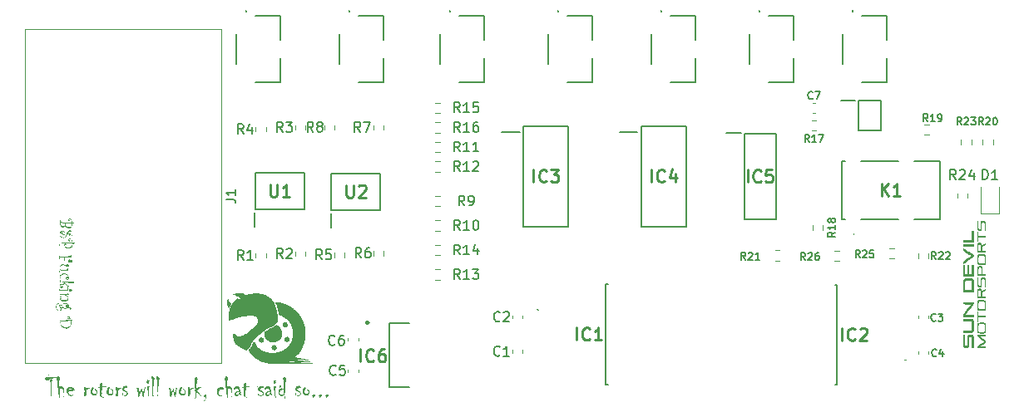
<source format=gbr>
%TF.GenerationSoftware,KiCad,Pcbnew,9.0.0*%
%TF.CreationDate,2025-04-11T21:43:44-07:00*%
%TF.ProjectId,BSPD,42535044-2e6b-4696-9361-645f70636258,rev?*%
%TF.SameCoordinates,Original*%
%TF.FileFunction,Legend,Top*%
%TF.FilePolarity,Positive*%
%FSLAX46Y46*%
G04 Gerber Fmt 4.6, Leading zero omitted, Abs format (unit mm)*
G04 Created by KiCad (PCBNEW 9.0.0) date 2025-04-11 21:43:44*
%MOMM*%
%LPD*%
G01*
G04 APERTURE LIST*
%ADD10C,0.250000*%
%ADD11C,0.150000*%
%ADD12C,0.254000*%
%ADD13C,0.120000*%
%ADD14C,0.200000*%
%ADD15C,0.000000*%
%ADD16C,0.100000*%
G04 APERTURE END LIST*
D10*
G36*
X43610072Y-112271195D02*
G01*
X43664140Y-112304148D01*
X43719231Y-112365908D01*
X43759649Y-112439714D01*
X43791531Y-112539518D01*
X43812495Y-112672030D01*
X43912364Y-112668298D01*
X43993296Y-112658096D01*
X43988857Y-112762731D01*
X43978251Y-112824792D01*
X43812495Y-112822911D01*
X43794700Y-112943174D01*
X43767445Y-113039125D01*
X43732401Y-113114904D01*
X43690508Y-113173998D01*
X43636112Y-113226722D01*
X43582117Y-113261819D01*
X43527666Y-113281988D01*
X43471496Y-113288633D01*
X43416794Y-113282156D01*
X43362343Y-113262284D01*
X43306909Y-113227358D01*
X43249577Y-113174511D01*
X43187999Y-113093659D01*
X43143142Y-113001699D01*
X43114767Y-112896599D01*
X43096846Y-112983390D01*
X43067382Y-113056259D01*
X43026974Y-113117493D01*
X42975162Y-113168149D01*
X42924511Y-113195654D01*
X42873101Y-113204431D01*
X42830460Y-113197097D01*
X42775819Y-113171519D01*
X42724099Y-113133303D01*
X42676656Y-113081845D01*
X42638125Y-113020313D01*
X42607242Y-112942932D01*
X42585372Y-112862954D01*
X42573561Y-112799403D01*
X42567877Y-112726649D01*
X42567605Y-112711439D01*
X42620151Y-112711439D01*
X42622571Y-112781919D01*
X42638919Y-112858072D01*
X42671100Y-112941393D01*
X42705496Y-112997156D01*
X42745942Y-113034434D01*
X42793241Y-113056512D01*
X42849678Y-113064150D01*
X42926742Y-113056301D01*
X42985103Y-113034924D01*
X43029193Y-113001529D01*
X43061621Y-112955163D01*
X43082740Y-112892598D01*
X43090575Y-112808806D01*
X43139814Y-112808806D01*
X43147106Y-112897361D01*
X43167102Y-112967047D01*
X43198050Y-113021759D01*
X43239746Y-113064321D01*
X43309452Y-113110111D01*
X43371402Y-113134856D01*
X43427727Y-113142540D01*
X43517662Y-113135252D01*
X43585112Y-113115700D01*
X43635199Y-113086120D01*
X43697455Y-113027620D01*
X43732823Y-112977041D01*
X43755196Y-112917509D01*
X43774027Y-112820945D01*
X43618253Y-112815269D01*
X43301808Y-112791795D01*
X42959840Y-112757112D01*
X42620151Y-112711439D01*
X42567605Y-112711439D01*
X42565355Y-112585776D01*
X42571168Y-112467807D01*
X42631520Y-112480373D01*
X42618968Y-112561142D01*
X42614594Y-112651343D01*
X42944233Y-112683428D01*
X43266503Y-112694000D01*
X43522790Y-112689486D01*
X43774284Y-112676048D01*
X43758163Y-112559352D01*
X43730484Y-112475000D01*
X43693951Y-112415542D01*
X43649437Y-112375357D01*
X43595814Y-112351211D01*
X43530138Y-112342742D01*
X43490418Y-112349253D01*
X43463943Y-112366918D01*
X43447164Y-112396545D01*
X43440721Y-112443272D01*
X43445115Y-112462515D01*
X43462434Y-112493623D01*
X43486013Y-112518870D01*
X43506288Y-112525680D01*
X43517401Y-112514738D01*
X43522787Y-112494905D01*
X43517146Y-112479310D01*
X43495004Y-112458745D01*
X43504727Y-112443802D01*
X43523300Y-112438656D01*
X43542815Y-112444591D01*
X43555635Y-112463255D01*
X43561084Y-112502599D01*
X43556243Y-112522958D01*
X43541080Y-112540469D01*
X43519818Y-112552159D01*
X43496286Y-112556027D01*
X43453657Y-112547112D01*
X43420376Y-112520636D01*
X43398637Y-112482984D01*
X43391482Y-112441392D01*
X43396563Y-112405333D01*
X43412854Y-112366256D01*
X43442944Y-112322824D01*
X43480431Y-112286735D01*
X43517246Y-112267060D01*
X43554758Y-112260762D01*
X43610072Y-112271195D01*
G37*
G36*
X43625112Y-113947979D02*
G01*
X43634862Y-113922147D01*
X43637678Y-113902159D01*
X43633138Y-113890601D01*
X43617026Y-113882049D01*
X43579634Y-113878138D01*
X43562100Y-113882290D01*
X43544585Y-113895919D01*
X43532242Y-113914987D01*
X43528258Y-113935669D01*
X43536002Y-113970136D01*
X43558993Y-113995555D01*
X43602356Y-114013531D01*
X43676916Y-114020898D01*
X43714485Y-114015619D01*
X43748451Y-113999871D01*
X43780011Y-113972513D01*
X43804387Y-113938215D01*
X43818797Y-113900805D01*
X43823694Y-113859160D01*
X43816459Y-113803972D01*
X43795018Y-113754318D01*
X43758212Y-113708536D01*
X43711633Y-113672417D01*
X43663044Y-113651662D01*
X43611007Y-113644764D01*
X43568133Y-113650001D01*
X43524680Y-113666203D01*
X43479617Y-113694944D01*
X43440557Y-113732727D01*
X43392058Y-113797229D01*
X43332070Y-113898056D01*
X43205295Y-114116128D01*
X43156361Y-114176604D01*
X43097755Y-114227259D01*
X43053590Y-114252597D01*
X43005252Y-114267855D01*
X42951576Y-114273079D01*
X42878103Y-114264996D01*
X42805360Y-114240339D01*
X42731886Y-114197401D01*
X42656567Y-114133140D01*
X42593015Y-114058360D01*
X42549809Y-113982667D01*
X42524536Y-113904974D01*
X42516115Y-113823770D01*
X42522059Y-113764153D01*
X42539622Y-113709042D01*
X42569150Y-113657263D01*
X42611944Y-113608005D01*
X42680278Y-113556308D01*
X42753783Y-113526115D01*
X42834718Y-113515938D01*
X42899056Y-113525389D01*
X42959856Y-113554161D01*
X43019109Y-113605184D01*
X43066638Y-113668282D01*
X43093038Y-113729063D01*
X43101517Y-113789319D01*
X43096308Y-113846534D01*
X43081759Y-113893116D01*
X43058689Y-113931224D01*
X43026950Y-113961249D01*
X42989402Y-113979066D01*
X42944139Y-113985251D01*
X42896345Y-113978633D01*
X42853016Y-113958890D01*
X42812663Y-113924642D01*
X42781275Y-113881722D01*
X42762983Y-113836111D01*
X42756841Y-113786498D01*
X42763095Y-113755564D01*
X42781803Y-113730420D01*
X42808630Y-113713672D01*
X42838394Y-113708194D01*
X42867388Y-113713973D01*
X42890112Y-113731018D01*
X42904853Y-113756477D01*
X42910030Y-113789319D01*
X42903404Y-113813987D01*
X42883102Y-113831549D01*
X42863402Y-113789045D01*
X42847370Y-113779659D01*
X42817096Y-113785346D01*
X42800942Y-113800099D01*
X42795138Y-113825650D01*
X42804516Y-113858166D01*
X42835231Y-113886174D01*
X42876822Y-113904028D01*
X42920972Y-113909938D01*
X42974933Y-113900079D01*
X43020990Y-113870530D01*
X43044659Y-113842061D01*
X43058514Y-113810587D01*
X43063219Y-113774958D01*
X43055611Y-113729551D01*
X43033337Y-113692246D01*
X42994318Y-113660921D01*
X42946754Y-113639716D01*
X42887331Y-113625928D01*
X42813347Y-113620914D01*
X42748144Y-113628169D01*
X42690495Y-113649325D01*
X42638615Y-113684685D01*
X42597470Y-113731218D01*
X42573495Y-113782973D01*
X42565355Y-113841978D01*
X42571845Y-113913086D01*
X42590818Y-113977593D01*
X42622254Y-114036880D01*
X42667082Y-114091936D01*
X42721083Y-114136774D01*
X42782761Y-114168969D01*
X42853609Y-114188907D01*
X42935676Y-114195886D01*
X42984860Y-114190692D01*
X43027590Y-114175691D01*
X43065271Y-114150921D01*
X43113667Y-114101192D01*
X43153748Y-114039790D01*
X43235643Y-113857878D01*
X43320273Y-113670666D01*
X43364215Y-113604404D01*
X43419777Y-113549363D01*
X43463171Y-113522103D01*
X43512751Y-113505477D01*
X43570145Y-113499696D01*
X43628470Y-113506391D01*
X43681573Y-113526178D01*
X43730917Y-113559725D01*
X43777361Y-113609117D01*
X43824178Y-113685775D01*
X43852337Y-113770280D01*
X43861991Y-113864888D01*
X43856545Y-113926469D01*
X43840990Y-113979441D01*
X43815829Y-114025429D01*
X43781095Y-114062709D01*
X43741328Y-114084140D01*
X43694612Y-114091423D01*
X43639990Y-114086279D01*
X43592322Y-114071462D01*
X43550227Y-114047227D01*
X43516416Y-114014109D01*
X43496716Y-113975646D01*
X43489960Y-113929942D01*
X43496446Y-113876509D01*
X43514922Y-113832489D01*
X43544852Y-113801309D01*
X43582455Y-113791371D01*
X43615986Y-113797529D01*
X43646911Y-113816503D01*
X43668657Y-113845110D01*
X43675976Y-113881130D01*
X43669309Y-113920772D01*
X43652651Y-113941013D01*
X43625112Y-113947979D01*
G37*
G36*
X43851049Y-114827791D02*
G01*
X43843334Y-114941058D01*
X43821190Y-115041219D01*
X43785555Y-115130267D01*
X43736585Y-115209823D01*
X43673259Y-115280621D01*
X43608047Y-115327797D01*
X43539882Y-115355102D01*
X43466879Y-115364209D01*
X43372756Y-115356276D01*
X43287280Y-115333128D01*
X43208794Y-115294979D01*
X43136053Y-115241025D01*
X43073146Y-115174416D01*
X43030642Y-115106455D01*
X43005842Y-115036092D01*
X42997567Y-114961746D01*
X43007608Y-114914193D01*
X43039113Y-114870362D01*
X43083865Y-114839704D01*
X43131778Y-114829928D01*
X43150781Y-114834648D01*
X43170809Y-114850593D01*
X43192986Y-114883014D01*
X43215334Y-114935645D01*
X43221879Y-114978073D01*
X43215626Y-115002849D01*
X43197474Y-115017821D01*
X43161954Y-115023808D01*
X43144082Y-115016747D01*
X43111091Y-114985169D01*
X43145969Y-114964139D01*
X43166887Y-114946751D01*
X43172640Y-114930202D01*
X43166399Y-114909246D01*
X43146956Y-114895611D01*
X43106304Y-114889853D01*
X43076013Y-114896204D01*
X43051679Y-114915242D01*
X43035873Y-114943204D01*
X43030393Y-114977988D01*
X43036591Y-115024018D01*
X43055378Y-115067669D01*
X43088339Y-115110225D01*
X43138617Y-115152377D01*
X43213952Y-115193749D01*
X43298523Y-115219023D01*
X43394559Y-115227775D01*
X43480091Y-115220979D01*
X43555045Y-115201477D01*
X43621245Y-115169941D01*
X43680079Y-115126133D01*
X43727782Y-115072017D01*
X43764298Y-115005352D01*
X43789412Y-114923646D01*
X43801724Y-114823602D01*
X43566229Y-114809729D01*
X43156911Y-114803855D01*
X43032743Y-114808820D01*
X42845233Y-114826765D01*
X42569287Y-114852496D01*
X42548685Y-115092367D01*
X42488333Y-115077578D01*
X42504554Y-114961425D01*
X42518680Y-114795136D01*
X42526654Y-114629391D01*
X42526972Y-114518335D01*
X42587239Y-114512095D01*
X42580400Y-114692554D01*
X42575015Y-114798213D01*
X42840189Y-114766840D01*
X43125040Y-114731985D01*
X43371548Y-114712597D01*
X43583652Y-114706573D01*
X43801724Y-114710078D01*
X43791341Y-114617357D01*
X43768892Y-114535172D01*
X43734960Y-114461915D01*
X43699793Y-114411837D01*
X43663728Y-114379538D01*
X43626247Y-114361320D01*
X43586046Y-114355315D01*
X43549468Y-114364114D01*
X43520308Y-114391133D01*
X43501763Y-114429423D01*
X43495431Y-114473968D01*
X43502753Y-114548676D01*
X43518532Y-114580221D01*
X43539285Y-114588860D01*
X43549300Y-114586245D01*
X43558434Y-114577747D01*
X43566555Y-114554324D01*
X43557777Y-114533438D01*
X43527745Y-114525516D01*
X43540513Y-114498925D01*
X43566128Y-114490382D01*
X43593570Y-114496763D01*
X43609574Y-114514684D01*
X43615794Y-114548597D01*
X43610759Y-114574202D01*
X43594680Y-114599717D01*
X43572295Y-114618556D01*
X43551937Y-114623995D01*
X43520197Y-114619053D01*
X43491738Y-114604230D01*
X43465426Y-114578089D01*
X43438980Y-114528144D01*
X43429779Y-114466360D01*
X43434691Y-114420698D01*
X43448924Y-114380807D01*
X43472521Y-114345399D01*
X43503768Y-114317127D01*
X43538010Y-114300806D01*
X43576557Y-114295305D01*
X43625510Y-114303913D01*
X43678048Y-114331877D01*
X43736499Y-114384979D01*
X43769615Y-114430986D01*
X43800461Y-114497031D01*
X43828028Y-114588647D01*
X43850707Y-114712301D01*
X44042792Y-114714181D01*
X44031935Y-114865832D01*
X43851049Y-114827791D01*
G37*
G36*
X43747356Y-115933881D02*
G01*
X43738830Y-116043803D01*
X43736157Y-116140327D01*
X43743680Y-116239809D01*
X43771719Y-116397808D01*
X43800066Y-116554005D01*
X43807281Y-116641441D01*
X43802517Y-116690399D01*
X43789279Y-116729501D01*
X43768300Y-116760863D01*
X43739559Y-116784616D01*
X43702767Y-116799450D01*
X43655459Y-116804802D01*
X43606398Y-116798306D01*
X43552101Y-116777363D01*
X43490730Y-116738637D01*
X43438572Y-116689952D01*
X43411026Y-116643886D01*
X43402424Y-116598442D01*
X43411950Y-116536793D01*
X43438327Y-116492269D01*
X43477530Y-116462581D01*
X43519880Y-116453203D01*
X43555419Y-116463041D01*
X43599894Y-116498937D01*
X43633867Y-116545441D01*
X43643150Y-116581259D01*
X43637599Y-116606514D01*
X43619898Y-116630498D01*
X43595936Y-116647805D01*
X43575103Y-116652810D01*
X43541819Y-116646371D01*
X43523846Y-116629492D01*
X43517316Y-116599895D01*
X43565258Y-116585206D01*
X43587415Y-116567768D01*
X43593910Y-116547749D01*
X43590844Y-116532586D01*
X43581258Y-116518513D01*
X43567513Y-116508700D01*
X43552023Y-116505519D01*
X43523102Y-116512770D01*
X43482010Y-116540141D01*
X43449801Y-116576835D01*
X43440721Y-116608956D01*
X43446533Y-116642609D01*
X43463847Y-116671370D01*
X43494662Y-116696664D01*
X43551899Y-116721121D01*
X43619128Y-116729576D01*
X43658122Y-116720995D01*
X43693244Y-116694099D01*
X43716532Y-116653144D01*
X43725215Y-116592714D01*
X43719731Y-116464322D01*
X43698116Y-116229232D01*
X43288949Y-116245246D01*
X43074161Y-116249235D01*
X43079588Y-116422040D01*
X43094879Y-116572056D01*
X43118699Y-116701793D01*
X43036121Y-116695638D01*
X43014794Y-116443608D01*
X43008509Y-116251202D01*
X42543471Y-116258639D01*
X42548985Y-116344252D01*
X42565670Y-116430149D01*
X42593992Y-116516974D01*
X42522014Y-116516974D01*
X42500341Y-116350192D01*
X42494231Y-116234019D01*
X42489507Y-116180525D01*
X42471578Y-116092627D01*
X42532272Y-116092627D01*
X42543214Y-116206236D01*
X42899547Y-116178448D01*
X43206885Y-116142261D01*
X43470178Y-116099068D01*
X43694099Y-116050141D01*
X43697945Y-115933881D01*
X43747356Y-115933881D01*
G37*
G36*
X42533469Y-117767107D02*
G01*
X42498411Y-117660322D01*
X42465423Y-117583400D01*
X42686145Y-117561687D01*
X42608381Y-117496284D01*
X42556463Y-117427460D01*
X42526260Y-117354058D01*
X42516115Y-117273859D01*
X42522314Y-117211211D01*
X42540904Y-117151150D01*
X42572583Y-117092598D01*
X42618954Y-117034757D01*
X42673925Y-116986598D01*
X42733184Y-116953029D01*
X42797762Y-116932837D01*
X42869168Y-116925935D01*
X42930281Y-116934163D01*
X43003209Y-116961582D01*
X43071635Y-117000952D01*
X43122033Y-117042622D01*
X43170039Y-117084773D01*
X43224530Y-117120840D01*
X43279947Y-117146867D01*
X43314545Y-117153581D01*
X43360733Y-117147353D01*
X43389838Y-117131212D01*
X43407055Y-117105938D01*
X43413366Y-117068267D01*
X43408133Y-117032000D01*
X43392080Y-116996887D01*
X43367476Y-116970831D01*
X43340020Y-116962950D01*
X43320831Y-116967125D01*
X43303432Y-116980218D01*
X43291346Y-116998637D01*
X43287532Y-117017660D01*
X43291379Y-117046896D01*
X43303945Y-117052196D01*
X43319557Y-117043765D01*
X43332070Y-117009026D01*
X43358277Y-117032761D01*
X43364127Y-117046297D01*
X43360065Y-117063426D01*
X43347030Y-117079380D01*
X43328644Y-117090338D01*
X43307450Y-117093998D01*
X43275783Y-117087510D01*
X43245131Y-117066899D01*
X43223244Y-117037726D01*
X43216408Y-117007145D01*
X43223470Y-116978386D01*
X43246670Y-116950127D01*
X43278454Y-116930249D01*
X43309929Y-116924054D01*
X43368427Y-116934723D01*
X43427556Y-116968677D01*
X43460935Y-117001396D01*
X43478833Y-117032916D01*
X43484489Y-117064506D01*
X43479345Y-117099485D01*
X43464208Y-117129674D01*
X43438071Y-117156402D01*
X43387778Y-117183223D01*
X43326684Y-117192477D01*
X43268722Y-117187334D01*
X43211738Y-117171807D01*
X43154945Y-117145289D01*
X43030391Y-117082788D01*
X42940181Y-117051917D01*
X42875836Y-117043306D01*
X42780004Y-117052031D01*
X42704203Y-117076105D01*
X42644172Y-117113831D01*
X42597610Y-117165853D01*
X42569656Y-117228045D01*
X42559884Y-117303607D01*
X42566794Y-117356234D01*
X42587753Y-117406394D01*
X42624495Y-117455516D01*
X42680428Y-117504407D01*
X42760346Y-117553224D01*
X43059216Y-117511044D01*
X43353355Y-117453463D01*
X43347542Y-117351137D01*
X43391396Y-117355582D01*
X43399133Y-117469425D01*
X43417794Y-117576472D01*
X43447047Y-117677519D01*
X43403193Y-117688461D01*
X43376265Y-117590324D01*
X43031407Y-117597913D01*
X42538512Y-117624603D01*
X42554248Y-117689137D01*
X42577237Y-117751805D01*
X42533469Y-117767107D01*
G37*
G36*
X42583136Y-118394652D02*
G01*
X42560685Y-118291974D01*
X42554413Y-118220434D01*
X42563109Y-118143632D01*
X42588768Y-118073870D01*
X42632166Y-118009235D01*
X42695890Y-117948592D01*
X42769434Y-117900289D01*
X42848188Y-117865964D01*
X42933235Y-117845108D01*
X43025948Y-117837974D01*
X43109471Y-117846214D01*
X43188111Y-117870740D01*
X43263375Y-117912232D01*
X43336344Y-117972613D01*
X43397963Y-118044571D01*
X43440214Y-118118923D01*
X43465163Y-118196769D01*
X43473547Y-118279675D01*
X43468344Y-118331195D01*
X43452211Y-118384671D01*
X43423795Y-118441071D01*
X43385800Y-118489346D01*
X43346703Y-118515136D01*
X43304800Y-118523393D01*
X43267942Y-118517782D01*
X43231103Y-118500279D01*
X43193071Y-118468511D01*
X43162526Y-118429582D01*
X43145386Y-118390925D01*
X43139814Y-118351397D01*
X43147306Y-118298655D01*
X43169477Y-118252063D01*
X43191937Y-118227132D01*
X43217433Y-118212924D01*
X43247183Y-118208124D01*
X43288003Y-118215590D01*
X43317195Y-118236676D01*
X43335569Y-118269111D01*
X43342242Y-118314125D01*
X43338701Y-118341465D01*
X43328223Y-118366015D01*
X43311622Y-118383940D01*
X43291550Y-118389523D01*
X43278348Y-118385480D01*
X43263254Y-118370887D01*
X43252418Y-118352099D01*
X43249235Y-118336095D01*
X43249235Y-118320879D01*
X43290011Y-118331479D01*
X43304030Y-118325450D01*
X43309416Y-118304551D01*
X43305241Y-118290334D01*
X43291037Y-118276512D01*
X43272293Y-118267210D01*
X43254278Y-118264288D01*
X43213890Y-118272398D01*
X43191743Y-118293951D01*
X43183582Y-118332334D01*
X43192181Y-118374723D01*
X43217691Y-118408244D01*
X43255050Y-118430148D01*
X43300611Y-118437651D01*
X43337161Y-118432268D01*
X43369796Y-118416224D01*
X43399774Y-118388241D01*
X43430608Y-118335633D01*
X43440721Y-118277794D01*
X43432755Y-118217813D01*
X43408979Y-118163010D01*
X43367855Y-118111618D01*
X43305740Y-118062800D01*
X43212823Y-118014321D01*
X43117866Y-117985858D01*
X43019280Y-117976374D01*
X42909557Y-117984180D01*
X42810263Y-118006830D01*
X42719741Y-118043736D01*
X42657640Y-118083376D01*
X42617553Y-118125486D01*
X42594809Y-118170596D01*
X42587239Y-118220434D01*
X42596081Y-118272730D01*
X42621822Y-118314896D01*
X42666825Y-118349516D01*
X42583136Y-118394652D01*
G37*
G36*
X43330531Y-119373797D02*
G01*
X43297961Y-119369181D01*
X43318159Y-119294681D01*
X43344294Y-119243604D01*
X43034411Y-118824984D01*
X43023569Y-118891298D01*
X43003209Y-118946372D01*
X42973341Y-118993216D01*
X42939095Y-119024762D01*
X42901125Y-119045905D01*
X42871904Y-119053400D01*
X42749318Y-119055879D01*
X42679118Y-119060266D01*
X42641009Y-119070411D01*
X42612594Y-119089339D01*
X42592368Y-119117172D01*
X42580328Y-119150496D01*
X42576297Y-119186072D01*
X42581479Y-119221807D01*
X42596567Y-119251894D01*
X42622373Y-119277798D01*
X42670455Y-119304116D01*
X42719142Y-119312505D01*
X42758964Y-119304076D01*
X42781282Y-119281240D01*
X42789667Y-119239672D01*
X42785137Y-119204965D01*
X42777897Y-119197618D01*
X42761543Y-119194621D01*
X42746588Y-119201924D01*
X42740428Y-119229157D01*
X42745899Y-119247194D01*
X42751370Y-119266428D01*
X42732307Y-119270104D01*
X42714275Y-119266657D01*
X42699224Y-119256341D01*
X42689180Y-119241003D01*
X42685718Y-119221463D01*
X42691505Y-119194736D01*
X42708286Y-119175900D01*
X42732709Y-119164438D01*
X42762654Y-119160427D01*
X42790820Y-119168198D01*
X42826255Y-119196587D01*
X42852924Y-119234270D01*
X42860791Y-119268309D01*
X42851277Y-119305083D01*
X42821810Y-119333534D01*
X42780760Y-119351113D01*
X42733675Y-119357128D01*
X42674493Y-119349546D01*
X42626265Y-119327956D01*
X42586384Y-119292159D01*
X42557499Y-119246063D01*
X42539150Y-119188468D01*
X42532528Y-119116317D01*
X42537951Y-119076162D01*
X42553938Y-119040699D01*
X42581340Y-119008606D01*
X42632604Y-118974245D01*
X42682555Y-118962444D01*
X42758228Y-118956178D01*
X42854978Y-118934918D01*
X42899120Y-118915780D01*
X42937079Y-118884196D01*
X42969715Y-118837972D01*
X42996712Y-118773351D01*
X42597754Y-118723428D01*
X42586982Y-118878668D01*
X42543043Y-118868838D01*
X42566633Y-118685635D01*
X42570740Y-118528778D01*
X42614680Y-118535361D01*
X42607584Y-118688208D01*
X42845210Y-118702131D01*
X43311040Y-118716161D01*
X43960470Y-118727189D01*
X43971754Y-118592123D01*
X44015522Y-118596482D01*
X44007242Y-118690268D01*
X44004238Y-118803613D01*
X44007443Y-118929804D01*
X44015608Y-119016727D01*
X43982439Y-119016727D01*
X43971754Y-118872172D01*
X43717053Y-118852435D01*
X43055868Y-118784036D01*
X43378317Y-119178464D01*
X43412511Y-119134952D01*
X43442457Y-119098710D01*
X43465512Y-119077336D01*
X43496628Y-119105631D01*
X43417094Y-119200561D01*
X43363076Y-119289491D01*
X43330531Y-119373797D01*
G37*
G36*
X43671018Y-119760703D02*
G01*
X43668282Y-119744546D01*
X43699982Y-119716371D01*
X43718678Y-119681520D01*
X43725215Y-119637775D01*
X43717346Y-119586559D01*
X43693671Y-119540066D01*
X43658362Y-119506247D01*
X43620923Y-119496041D01*
X43575841Y-119505496D01*
X43541422Y-119533398D01*
X43518684Y-119571678D01*
X43511845Y-119606231D01*
X43519253Y-119647058D01*
X43538242Y-119668541D01*
X43570658Y-119676158D01*
X43610088Y-119669263D01*
X43630533Y-119651809D01*
X43637678Y-119622473D01*
X43630327Y-119601273D01*
X43613486Y-119589818D01*
X43599202Y-119595571D01*
X43593910Y-119614780D01*
X43608528Y-119649401D01*
X43573144Y-119636857D01*
X43555650Y-119620648D01*
X43550142Y-119600418D01*
X43554549Y-119585411D01*
X43569461Y-119571097D01*
X43602288Y-119558531D01*
X43625702Y-119563631D01*
X43646312Y-119579474D01*
X43660285Y-119602434D01*
X43665034Y-119630167D01*
X43659697Y-119667688D01*
X43643577Y-119702658D01*
X43617661Y-119727810D01*
X43582797Y-119736168D01*
X43545719Y-119726326D01*
X43513041Y-119694537D01*
X43491564Y-119651017D01*
X43484489Y-119604351D01*
X43494422Y-119550593D01*
X43524411Y-119503906D01*
X43553391Y-119480047D01*
X43586454Y-119465872D01*
X43624941Y-119460992D01*
X43665345Y-119465935D01*
X43702259Y-119480610D01*
X43736756Y-119505701D01*
X43764825Y-119537894D01*
X43780373Y-119569767D01*
X43785397Y-119602384D01*
X43777506Y-119663404D01*
X43756009Y-119707718D01*
X43721497Y-119739663D01*
X43671018Y-119760703D01*
G37*
G36*
X42516115Y-119828920D02*
G01*
X42513241Y-119625830D01*
X42507652Y-119551008D01*
X42487991Y-119453299D01*
X42548856Y-119453299D01*
X42553216Y-119576653D01*
X42830553Y-119571764D01*
X43095655Y-119557382D01*
X43349081Y-119533911D01*
X43353270Y-119427482D01*
X43397038Y-119427482D01*
X43394987Y-119566994D01*
X43401409Y-119640136D01*
X43425077Y-119752411D01*
X43381138Y-119752411D01*
X43357972Y-119666156D01*
X43049285Y-119646238D01*
X42562106Y-119623414D01*
X42565808Y-119728450D01*
X42576724Y-119828920D01*
X42516115Y-119828920D01*
G37*
G36*
X43135625Y-120066397D02*
G01*
X43234542Y-120107724D01*
X43307899Y-120152738D01*
X43360542Y-120200817D01*
X43396191Y-120252089D01*
X43417194Y-120307472D01*
X43424308Y-120368586D01*
X43417046Y-120437398D01*
X43395328Y-120502546D01*
X43358292Y-120565380D01*
X43303860Y-120626837D01*
X43240122Y-120677583D01*
X43172528Y-120712997D01*
X43100044Y-120734246D01*
X43021246Y-120741472D01*
X42934637Y-120735029D01*
X42849461Y-120715652D01*
X42764857Y-120682859D01*
X42680076Y-120635642D01*
X42601121Y-120575419D01*
X42551591Y-120518913D01*
X42524663Y-120464979D01*
X42516115Y-120411671D01*
X42526702Y-120362207D01*
X42561422Y-120310713D01*
X42593952Y-120282257D01*
X42625533Y-120266643D01*
X42657251Y-120261645D01*
X42694855Y-120271446D01*
X42730341Y-120303618D01*
X42754690Y-120347156D01*
X42762312Y-120389616D01*
X42757074Y-120441037D01*
X42744223Y-120471164D01*
X42725877Y-120487309D01*
X42700763Y-120492796D01*
X42668777Y-120484851D01*
X42649583Y-120461939D01*
X42641949Y-120417398D01*
X42647465Y-120387414D01*
X42660756Y-120375083D01*
X42673579Y-120384829D01*
X42669304Y-120407824D01*
X42675190Y-120419369D01*
X42697685Y-120424237D01*
X42721319Y-120415835D01*
X42729486Y-120389701D01*
X42723556Y-120373248D01*
X42701618Y-120355507D01*
X42673168Y-120343603D01*
X42645112Y-120339778D01*
X42605850Y-120345387D01*
X42580707Y-120360110D01*
X42565527Y-120383628D01*
X42559884Y-120419279D01*
X42568944Y-120465745D01*
X42596521Y-120505846D01*
X42647487Y-120541595D01*
X42731391Y-120572173D01*
X42861203Y-120594337D01*
X43052619Y-120603072D01*
X43129938Y-120595174D01*
X43203989Y-120571474D01*
X43276162Y-120531008D01*
X43324741Y-120490699D01*
X43356515Y-120450101D01*
X43374586Y-120408555D01*
X43380540Y-120364825D01*
X43373698Y-120314474D01*
X43352926Y-120266556D01*
X43316426Y-120219672D01*
X43247039Y-120160975D01*
X43165887Y-120115807D01*
X43068263Y-120077766D01*
X42560995Y-120040666D01*
X42593394Y-120142821D01*
X42549882Y-120155900D01*
X42522916Y-120057583D01*
X42516115Y-120002283D01*
X42527485Y-119861233D01*
X42570997Y-119871064D01*
X42560140Y-119997838D01*
X42645967Y-119999548D01*
X42905001Y-119991287D01*
X43150462Y-119967040D01*
X43383361Y-119927484D01*
X43363699Y-119819687D01*
X43407467Y-119806608D01*
X43424461Y-119895561D01*
X43453963Y-119988958D01*
X43497227Y-120087597D01*
X43135625Y-120066397D01*
G37*
G36*
X42583905Y-121144790D02*
G01*
X42652635Y-121276608D01*
X42707773Y-121399877D01*
X42732655Y-121484329D01*
X42740428Y-121559991D01*
X42733924Y-121605270D01*
X42714968Y-121643590D01*
X42682555Y-121676763D01*
X42641876Y-121701090D01*
X42594130Y-121716164D01*
X42537572Y-121721472D01*
X42469163Y-121713280D01*
X42403830Y-121688551D01*
X42339977Y-121645695D01*
X42276586Y-121581448D01*
X42226989Y-121508758D01*
X42190891Y-121426123D01*
X42168382Y-121331743D01*
X42160498Y-121223351D01*
X42168626Y-121136433D01*
X42192123Y-121059840D01*
X42230681Y-120991516D01*
X42282988Y-120935120D01*
X42338287Y-120903826D01*
X42398830Y-120893550D01*
X42453155Y-120902622D01*
X42505365Y-120930747D01*
X42557431Y-120982060D01*
X42610063Y-121063836D01*
X42585273Y-121077770D01*
X42543277Y-121036173D01*
X42491134Y-121011129D01*
X42425587Y-121002287D01*
X42365356Y-121009154D01*
X42311553Y-121029286D01*
X42262567Y-121063152D01*
X42224486Y-121107841D01*
X42201426Y-121161599D01*
X42193324Y-121227198D01*
X42200431Y-121320112D01*
X42220675Y-121400340D01*
X42253122Y-121470030D01*
X42297787Y-121530840D01*
X42354813Y-121585649D01*
X42407988Y-121621120D01*
X42458371Y-121640866D01*
X42507310Y-121647185D01*
X42550171Y-121639228D01*
X42584247Y-121615898D01*
X42606750Y-121580780D01*
X42614594Y-121535115D01*
X42609837Y-121462014D01*
X42595787Y-121392782D01*
X42572510Y-121323700D01*
X42536033Y-121241730D01*
X42493943Y-121162325D01*
X42455421Y-121100081D01*
X42472945Y-121070504D01*
X42530474Y-121091790D01*
X42634085Y-121109228D01*
X42801293Y-121128548D01*
X42825347Y-121059887D01*
X42860723Y-121001891D01*
X42907808Y-120952962D01*
X42964150Y-120915527D01*
X43024653Y-120893420D01*
X43090916Y-120885942D01*
X43166377Y-120892721D01*
X43235477Y-120912607D01*
X43299581Y-120945639D01*
X43359681Y-120992798D01*
X43411631Y-121050378D01*
X43446579Y-121107999D01*
X43466838Y-121166528D01*
X43473547Y-121227198D01*
X43468517Y-121279930D01*
X43454333Y-121323627D01*
X43431574Y-121360127D01*
X43476496Y-121333023D01*
X43520866Y-121317504D01*
X43565615Y-121312426D01*
X43602465Y-121317382D01*
X43634703Y-121331936D01*
X43663580Y-121356793D01*
X43685396Y-121388365D01*
X43698690Y-121425025D01*
X43703331Y-121468180D01*
X43695893Y-121515591D01*
X43674437Y-121553750D01*
X43642865Y-121580368D01*
X43609725Y-121588543D01*
X43580665Y-121582065D01*
X43553390Y-121561444D01*
X43534602Y-121531683D01*
X43528258Y-121495963D01*
X43537360Y-121476400D01*
X43573052Y-121458435D01*
X43566299Y-121493996D01*
X43575261Y-121512412D01*
X43608614Y-121519984D01*
X43633119Y-121516432D01*
X43652638Y-121506306D01*
X43666039Y-121490425D01*
X43670505Y-121470146D01*
X43661890Y-121431357D01*
X43636482Y-121402869D01*
X43598607Y-121385538D01*
X43545697Y-121379105D01*
X43457425Y-121385750D01*
X43410545Y-121401074D01*
X43390712Y-121369274D01*
X43417809Y-121333386D01*
X43434682Y-121288776D01*
X43440721Y-121232925D01*
X43430497Y-121167090D01*
X43400271Y-121110279D01*
X43347542Y-121059904D01*
X43282628Y-121022995D01*
X43209746Y-121000498D01*
X43126906Y-120992712D01*
X43035985Y-120999343D01*
X42965466Y-121017329D01*
X42911142Y-121044687D01*
X42866378Y-121083879D01*
X42841593Y-121125935D01*
X42833436Y-121172658D01*
X42843190Y-121229674D01*
X42872968Y-121281996D01*
X42926785Y-121331746D01*
X42991720Y-121368851D01*
X43061339Y-121390994D01*
X43137164Y-121398510D01*
X43187297Y-121393129D01*
X43234050Y-121377126D01*
X43278471Y-121349954D01*
X43315201Y-121314124D01*
X43335578Y-121276877D01*
X43342242Y-121236772D01*
X43336694Y-121211825D01*
X43318819Y-121187533D01*
X43293551Y-121170394D01*
X43265990Y-121164879D01*
X43230885Y-121168539D01*
X43203500Y-121178642D01*
X43184079Y-121195407D01*
X43178111Y-121215743D01*
X43189908Y-121239678D01*
X43203404Y-121250519D01*
X43220255Y-121254125D01*
X43234407Y-121250787D01*
X43238293Y-121242500D01*
X43233747Y-121226475D01*
X43217349Y-121207280D01*
X43247055Y-121210699D01*
X43265819Y-121219419D01*
X43278340Y-121232796D01*
X43282061Y-121246346D01*
X43275388Y-121280992D01*
X43257921Y-121299668D01*
X43227351Y-121306442D01*
X43199101Y-121299156D01*
X43171016Y-121274898D01*
X43151399Y-121242135D01*
X43145285Y-121210015D01*
X43153466Y-121164889D01*
X43177342Y-121129146D01*
X43213282Y-121105419D01*
X43258894Y-121097260D01*
X43290053Y-121106604D01*
X43330445Y-121141627D01*
X43360289Y-121188262D01*
X43369598Y-121234806D01*
X43361675Y-121300337D01*
X43338252Y-121359673D01*
X43298389Y-121414581D01*
X43246865Y-121457971D01*
X43189892Y-121483334D01*
X43125367Y-121491945D01*
X43063168Y-121485445D01*
X43005346Y-121466156D01*
X42950625Y-121433519D01*
X42898148Y-121385858D01*
X42841827Y-121311010D01*
X42810613Y-121239260D01*
X42800609Y-121168469D01*
X42583905Y-121144790D01*
G37*
G36*
X43477017Y-122265077D02*
G01*
X43527476Y-122293351D01*
X43585276Y-122348077D01*
X43632624Y-122412636D01*
X43671057Y-122488777D01*
X43700254Y-122578288D01*
X43816171Y-122551446D01*
X43840449Y-122715919D01*
X43727096Y-122729255D01*
X43730686Y-122805251D01*
X43722119Y-122939860D01*
X43697132Y-123063747D01*
X43656314Y-123178478D01*
X43613879Y-123260748D01*
X43566275Y-123328316D01*
X43513649Y-123383033D01*
X43455766Y-123426299D01*
X43368974Y-123470782D01*
X43282217Y-123496659D01*
X43194097Y-123505202D01*
X43109301Y-123496437D01*
X43023624Y-123469532D01*
X42935498Y-123422532D01*
X42843624Y-123352205D01*
X42747010Y-123254218D01*
X42670446Y-123151481D01*
X42608640Y-123034592D01*
X42561647Y-122901620D01*
X42536918Y-122782255D01*
X42579203Y-122782255D01*
X42608091Y-122910655D01*
X42651337Y-123020562D01*
X42708149Y-123114631D01*
X42778640Y-123194891D01*
X42862643Y-123260152D01*
X42958411Y-123307241D01*
X43068187Y-123336477D01*
X43194952Y-123346713D01*
X43304182Y-123336549D01*
X43398948Y-123307362D01*
X43482083Y-123259784D01*
X43555527Y-123192669D01*
X43614937Y-123111950D01*
X43657374Y-123022920D01*
X43683392Y-122923961D01*
X43692389Y-122812944D01*
X43688884Y-122737461D01*
X43068925Y-122771920D01*
X42579203Y-122782255D01*
X42536918Y-122782255D01*
X42530270Y-122750164D01*
X42516030Y-122577433D01*
X42565184Y-122564610D01*
X42574758Y-122735495D01*
X42976332Y-122700654D01*
X43340705Y-122651705D01*
X43670676Y-122590000D01*
X43645481Y-122520888D01*
X43613398Y-122463507D01*
X43574676Y-122416209D01*
X43527849Y-122378997D01*
X43477034Y-122357288D01*
X43420547Y-122349958D01*
X43395698Y-122354180D01*
X43371222Y-122367397D01*
X43352728Y-122386060D01*
X43347713Y-122401762D01*
X43352812Y-122429656D01*
X43369427Y-122459635D01*
X43394446Y-122481704D01*
X43424992Y-122488871D01*
X43450004Y-122486362D01*
X43470555Y-122479296D01*
X43485920Y-122468321D01*
X43489960Y-122458096D01*
X43483599Y-122443560D01*
X43461323Y-122437922D01*
X43451015Y-122441036D01*
X43439097Y-122452283D01*
X43424308Y-122442367D01*
X43429557Y-122412340D01*
X43442843Y-122396773D01*
X43465170Y-122391332D01*
X43489937Y-122397056D01*
X43510391Y-122414670D01*
X43523748Y-122439758D01*
X43528258Y-122468696D01*
X43521296Y-122500959D01*
X43499449Y-122530416D01*
X43469010Y-122551110D01*
X43438669Y-122557515D01*
X43409298Y-122552076D01*
X43380180Y-122534843D01*
X43350107Y-122502548D01*
X43319055Y-122446051D01*
X43309416Y-122392187D01*
X43319560Y-122340616D01*
X43350278Y-122296530D01*
X43392862Y-122265612D01*
X43431318Y-122256523D01*
X43477017Y-122265077D01*
G37*
D11*
G36*
X42490840Y-128548016D02*
G01*
X42464829Y-128560106D01*
X42445778Y-128554061D01*
X42389724Y-128545061D01*
X42311810Y-128534583D01*
X42221685Y-128534583D01*
X42112386Y-128541971D01*
X41994905Y-128559569D01*
X41889637Y-128562524D01*
X41796824Y-128583077D01*
X41721598Y-128597720D01*
X41639654Y-128625661D01*
X41578105Y-128643259D01*
X41519364Y-128658035D01*
X41500314Y-128683021D01*
X41463433Y-128706530D01*
X41415561Y-128734337D01*
X41359508Y-128752069D01*
X41284403Y-128763756D01*
X41209298Y-128766711D01*
X41142376Y-128742934D01*
X41102686Y-128714590D01*
X41063119Y-128684768D01*
X41027581Y-128650513D01*
X41022086Y-128608735D01*
X41027581Y-128559569D01*
X41052128Y-128522359D01*
X41075331Y-128498447D01*
X41110868Y-128486491D01*
X41166922Y-128455192D01*
X41220167Y-128440415D01*
X41304919Y-128431415D01*
X41396388Y-128431415D01*
X41513991Y-128441758D01*
X41631472Y-128441758D01*
X41757135Y-128431415D01*
X41860938Y-128428459D01*
X41906123Y-128419459D01*
X41964863Y-128425370D01*
X42028977Y-128413414D01*
X42098709Y-128428459D01*
X42162944Y-128425370D01*
X42221685Y-128431415D01*
X42333670Y-128448609D01*
X42387037Y-128448609D01*
X42477163Y-128498447D01*
X42490840Y-128525583D01*
X42490840Y-128548016D01*
G37*
G36*
X41427896Y-128219974D02*
G01*
X41410188Y-128242273D01*
X41388328Y-128219974D01*
X41402006Y-128190689D01*
X41427896Y-128199018D01*
X41427896Y-128219974D01*
G37*
G36*
X41772156Y-128789682D02*
G01*
X41757135Y-128816818D01*
X41746266Y-128878611D01*
X41746266Y-128934360D01*
X41738084Y-129005288D01*
X41738084Y-129067081D01*
X41732588Y-129116919D01*
X41721720Y-129159100D01*
X41732588Y-129193758D01*
X41713415Y-129232983D01*
X41709385Y-129285776D01*
X41709385Y-129332524D01*
X41698394Y-129391362D01*
X41693021Y-129459201D01*
X41687526Y-129511994D01*
X41693021Y-129573922D01*
X41682030Y-129644715D01*
X41679344Y-129712688D01*
X41679344Y-129768437D01*
X41682030Y-129839365D01*
X41687526Y-129916204D01*
X41682030Y-129990087D01*
X41682030Y-130070016D01*
X41673848Y-130139466D01*
X41679344Y-130204349D01*
X41679344Y-130275143D01*
X41682030Y-130340026D01*
X41679344Y-130404909D01*
X41660170Y-130426000D01*
X41654675Y-130410954D01*
X41647836Y-130382207D01*
X41654675Y-130333981D01*
X41657484Y-130275143D01*
X41645150Y-130240485D01*
X41647836Y-130181647D01*
X41639654Y-130148466D01*
X41631472Y-130101718D01*
X41631472Y-129947906D01*
X41620481Y-129898203D01*
X41620481Y-129842320D01*
X41615108Y-129783482D01*
X41615108Y-129712688D01*
X41609612Y-129653850D01*
X41609612Y-129591922D01*
X41615108Y-129530129D01*
X41615108Y-129447245D01*
X41609612Y-129362749D01*
X41609612Y-129230028D01*
X41606926Y-129181802D01*
X41617794Y-129135054D01*
X41617794Y-129076216D01*
X41615108Y-129002332D01*
X41591905Y-128931404D01*
X41578227Y-128866521D01*
X41556367Y-128816818D01*
X41550872Y-128766980D01*
X41550872Y-128724799D01*
X41570045Y-128690141D01*
X41604117Y-128652393D01*
X41647836Y-128646348D01*
X41682030Y-128659916D01*
X41721598Y-128696186D01*
X41751639Y-128736889D01*
X41772156Y-128789682D01*
G37*
G36*
X43025244Y-130369714D02*
G01*
X43017062Y-130416596D01*
X42995202Y-130449777D01*
X42982990Y-130460389D01*
X42958321Y-130460389D01*
X42933775Y-130435269D01*
X42969312Y-130408805D01*
X42971999Y-130374147D01*
X42977494Y-130349967D01*
X42963817Y-130276083D01*
X42958443Y-130205155D01*
X42944766Y-130087479D01*
X42955635Y-130037641D01*
X42921441Y-129990893D01*
X42916067Y-129948578D01*
X42924249Y-129919965D01*
X42910572Y-129883695D01*
X42910572Y-129833991D01*
X42899581Y-129796244D01*
X42875034Y-129766019D01*
X42857327Y-129737406D01*
X42827163Y-129684613D01*
X42818981Y-129639342D01*
X42782100Y-129604550D01*
X42763049Y-129583459D01*
X42726046Y-129583459D01*
X42656437Y-129598505D01*
X42627739Y-129616505D01*
X42592201Y-129678030D01*
X42566189Y-129759168D01*
X42555321Y-129813170D01*
X42544330Y-129841648D01*
X42536147Y-129894173D01*
X42533461Y-129949787D01*
X42533461Y-129991833D01*
X42527965Y-130044358D01*
X42527965Y-130216976D01*
X42544330Y-130334115D01*
X42547016Y-130385162D01*
X42552512Y-130437687D01*
X42552512Y-130475300D01*
X42549825Y-130524735D01*
X42538834Y-130551870D01*
X42522470Y-130586394D01*
X42491085Y-130589349D01*
X42469225Y-130575916D01*
X42448709Y-130548915D01*
X42459699Y-130502435D01*
X42451517Y-130460523D01*
X42446022Y-130355609D01*
X42432344Y-130303219D01*
X42443335Y-130264262D01*
X42426849Y-130211737D01*
X42424162Y-130150347D01*
X42410484Y-130079956D01*
X42410484Y-130015476D01*
X42404989Y-129986997D01*
X42379099Y-129858172D01*
X42370795Y-129825260D01*
X42370795Y-129760780D01*
X42362613Y-129714435D01*
X42348935Y-129656000D01*
X42344905Y-129597564D01*
X42348935Y-129533084D01*
X42339410Y-129503128D01*
X42325732Y-129392303D01*
X42333914Y-129299344D01*
X42314863Y-129257432D01*
X42306559Y-129187041D01*
X42295690Y-129128606D01*
X42295690Y-129067081D01*
X42298377Y-128990780D01*
X42286165Y-128956256D01*
X42298377Y-128929255D01*
X42295690Y-128876865D01*
X42272487Y-128824475D01*
X42264305Y-128766040D01*
X42253314Y-128739039D01*
X42256001Y-128710560D01*
X42245132Y-128652125D01*
X42234141Y-128590734D01*
X42231454Y-128545733D01*
X42261496Y-128499253D01*
X42275174Y-128461908D01*
X42295690Y-128470774D01*
X42306559Y-128446863D01*
X42328419Y-128403473D01*
X42370795Y-128388428D01*
X42418667Y-128397428D01*
X42463729Y-128400384D01*
X42501953Y-128431683D01*
X42536147Y-128480984D01*
X42552512Y-128519806D01*
X42558007Y-128581062D01*
X42547016Y-128621362D01*
X42530652Y-128660185D01*
X42515631Y-128718486D01*
X42507449Y-128788608D01*
X42501953Y-128846908D01*
X42501953Y-128927509D01*
X42491085Y-129000720D01*
X42504762Y-129055931D01*
X42507449Y-129126188D01*
X42507449Y-129202355D01*
X42510136Y-129269522D01*
X42507449Y-129342734D01*
X42507449Y-129502456D01*
X42538834Y-129464306D01*
X42577180Y-129407751D01*
X42656315Y-129377123D01*
X42739724Y-129386123D01*
X42795778Y-129395258D01*
X42849023Y-129416348D01*
X42910450Y-129457186D01*
X42952826Y-129522203D01*
X42971999Y-129559951D01*
X42985676Y-129646059D01*
X42997889Y-129707987D01*
X42997889Y-129769914D01*
X43006193Y-129849977D01*
X43008879Y-129923995D01*
X43008879Y-129985923D01*
X43014375Y-130044895D01*
X43014375Y-130109913D01*
X43006193Y-130198976D01*
X43014375Y-130268561D01*
X43017062Y-130322966D01*
X43025244Y-130369714D01*
G37*
G36*
X43698377Y-129443349D02*
G01*
X43757117Y-129461484D01*
X43919661Y-129550413D01*
X43962037Y-129579026D01*
X44001605Y-129618252D01*
X44023464Y-129649954D01*
X44037142Y-129702748D01*
X44037142Y-129747884D01*
X44012595Y-129788587D01*
X43972906Y-129812767D01*
X43925157Y-129835335D01*
X43866416Y-129856425D01*
X43802180Y-129862470D01*
X43743440Y-129877650D01*
X43702407Y-129900218D01*
X43654658Y-129918353D01*
X43614968Y-129930309D01*
X43550854Y-129933264D01*
X43500296Y-129927353D01*
X43466102Y-129930309D01*
X43436060Y-129942399D01*
X43422383Y-129977057D01*
X43427878Y-130041671D01*
X43444242Y-130076329D01*
X43475628Y-130118376D01*
X43534368Y-130189169D01*
X43564410Y-130220738D01*
X43623150Y-130253784D01*
X43654658Y-130270441D01*
X43692882Y-130288442D01*
X43737944Y-130288442D01*
X43780321Y-130276621D01*
X43815858Y-130270710D01*
X43855425Y-130254321D01*
X43895115Y-130245455D01*
X43919661Y-130245455D01*
X43922348Y-130257680D01*
X43908792Y-130274606D01*
X43884124Y-130293009D01*
X43841748Y-130317592D01*
X43796685Y-130343653D01*
X43754309Y-130362191D01*
X43713398Y-130374415D01*
X43651849Y-130371326D01*
X43590422Y-130356280D01*
X43539863Y-130327533D01*
X43481123Y-130285218D01*
X43427878Y-130235380D01*
X43390997Y-130208110D01*
X43363642Y-130179497D01*
X43340439Y-130143227D01*
X43323953Y-130129525D01*
X43289881Y-130037372D01*
X43259839Y-129957310D01*
X43240666Y-129892292D01*
X43233827Y-129842320D01*
X43237979Y-129786437D01*
X43248848Y-129727465D01*
X43258476Y-129683807D01*
X43433251Y-129683807D01*
X43441434Y-129703822D01*
X43460607Y-129700733D01*
X43491992Y-129703822D01*
X43545359Y-129703822D01*
X43590422Y-129715912D01*
X43636828Y-129715912D01*
X43687386Y-129712823D01*
X43732449Y-129700733D01*
X43772138Y-129688374D01*
X43777512Y-129656000D01*
X43754309Y-129628192D01*
X43718771Y-129608177D01*
X43679204Y-129589639D01*
X43634141Y-129583459D01*
X43590422Y-129583459D01*
X43550732Y-129595818D01*
X43511165Y-129614356D01*
X43475628Y-129643641D01*
X43455111Y-129656000D01*
X43433251Y-129683807D01*
X43258476Y-129683807D01*
X43259839Y-129677627D01*
X43273394Y-129644312D01*
X43287072Y-129606565D01*
X43299406Y-129588430D01*
X43323953Y-129564250D01*
X43343126Y-129561294D01*
X43377320Y-129508367D01*
X43416887Y-129470619D01*
X43457920Y-129446439D01*
X43508478Y-129437304D01*
X43572592Y-129437304D01*
X43625959Y-129434215D01*
X43698377Y-129443349D01*
G37*
G36*
X43897801Y-130204752D02*
G01*
X43881437Y-130219663D01*
X43866416Y-130204752D01*
X43874598Y-130185274D01*
X43895115Y-130185274D01*
X43897801Y-130204752D01*
G37*
G36*
X45578803Y-129605759D02*
G01*
X45559630Y-129612207D01*
X45533740Y-129609251D01*
X45509193Y-129609251D01*
X45472313Y-129615162D01*
X45427128Y-129643372D01*
X45405268Y-129676015D01*
X45360205Y-129696703D01*
X45341154Y-129721957D01*
X45304274Y-129757421D01*
X45287787Y-129794497D01*
X45276919Y-129828618D01*
X45276919Y-129873083D01*
X45266050Y-129907203D01*
X45253715Y-129942802D01*
X45242725Y-129982833D01*
X45240038Y-130025820D01*
X45240038Y-130122137D01*
X45237351Y-130165124D01*
X45226360Y-130208110D01*
X45223674Y-130249620D01*
X45218178Y-130295562D01*
X45218178Y-130338548D01*
X45197662Y-130383013D01*
X45173115Y-130408267D01*
X45136113Y-130420089D01*
X45111566Y-130426000D01*
X45089706Y-130419954D01*
X45069190Y-130395909D01*
X45058321Y-130367161D01*
X45047330Y-130337071D01*
X45050017Y-130302413D01*
X45047330Y-130252575D01*
X45047330Y-130181781D01*
X45044644Y-130148601D01*
X45047330Y-130110853D01*
X45050139Y-130061150D01*
X45050139Y-130018969D01*
X45055512Y-129969265D01*
X45058321Y-129919428D01*
X45055512Y-129863679D01*
X45055512Y-129818409D01*
X45050139Y-129780795D01*
X45047330Y-129746137D01*
X45024127Y-129703822D01*
X45005076Y-129669164D01*
X44994085Y-129633028D01*
X44991399Y-129592325D01*
X44996894Y-129554578D01*
X45010572Y-129527442D01*
X45033775Y-129509442D01*
X45071999Y-129494262D01*
X45114375Y-129471694D01*
X45151256Y-129478008D01*
X45197662Y-129501382D01*
X45203157Y-129532681D01*
X45223674Y-129574862D01*
X45223674Y-129638939D01*
X45240038Y-129657746D01*
X45256402Y-129660836D01*
X45279727Y-129654656D01*
X45306960Y-129629939D01*
X45343841Y-129603744D01*
X45386217Y-129582116D01*
X45421755Y-129559011D01*
X45464009Y-129552831D01*
X45509193Y-129540473D01*
X45533740Y-129540473D01*
X45567934Y-129554578D01*
X45578803Y-129581041D01*
X45578803Y-129605759D01*
G37*
G36*
X46096231Y-129629670D02*
G01*
X46079867Y-129635043D01*
X46062037Y-129620132D01*
X46073028Y-129609251D01*
X46090736Y-129611938D01*
X46096231Y-129629670D01*
G37*
G36*
X46376378Y-129965101D02*
G01*
X46370882Y-130018028D01*
X46361357Y-130066389D01*
X46342184Y-130104136D01*
X46328506Y-130144974D01*
X46305303Y-130187289D01*
X46272575Y-130212946D01*
X46250715Y-130249217D01*
X46205530Y-130274874D01*
X46160467Y-130293009D01*
X46107222Y-130299054D01*
X46053977Y-130308189D01*
X46003419Y-130314234D01*
X45950052Y-130302278D01*
X45906332Y-130293144D01*
X45863956Y-130275143D01*
X45829884Y-130258620D01*
X45794347Y-130222618D01*
X45762962Y-130182050D01*
X45730111Y-130161094D01*
X45706908Y-130120525D01*
X45690544Y-130078479D01*
X45671371Y-130037910D01*
X45668684Y-129991296D01*
X45664532Y-129932727D01*
X45671371Y-129890680D01*
X45685048Y-129832111D01*
X45685048Y-129773541D01*
X45701413Y-129714972D01*
X45730111Y-129621879D01*
X45760153Y-129591788D01*
X45765648Y-129557264D01*
X45794347Y-129533219D01*
X45829884Y-129506218D01*
X45864078Y-129483650D01*
X45914515Y-129471694D01*
X45947365Y-129477739D01*
X45976064Y-129496008D01*
X45992428Y-129530801D01*
X45997923Y-129561160D01*
X45995237Y-129602132D01*
X45973377Y-129633969D01*
X45947365Y-129670239D01*
X45931001Y-129711211D01*
X45928192Y-129750705D01*
X45900837Y-129779452D01*
X45885816Y-129835603D01*
X45872138Y-129872008D01*
X45869452Y-129928025D01*
X45869452Y-129975042D01*
X45877634Y-130025014D01*
X45896807Y-130064508D01*
X45920010Y-130096345D01*
X45950052Y-130120525D01*
X45978750Y-130152362D01*
X46014288Y-130164586D01*
X46059351Y-130167542D01*
X46064846Y-130176676D01*
X46115404Y-130173587D01*
X46160467Y-130164318D01*
X46211025Y-130125898D01*
X46241067Y-130091912D01*
X46264270Y-130041134D01*
X46272452Y-129993445D01*
X46272452Y-129930174D01*
X46258775Y-129893233D01*
X46235572Y-129845544D01*
X46211025Y-129806990D01*
X46179518Y-129773138D01*
X46146789Y-129743854D01*
X46120778Y-129722360D01*
X46101727Y-129703822D01*
X46096231Y-129672926D01*
X46107222Y-129652238D01*
X46133112Y-129652238D01*
X46157780Y-129670373D01*
X46191852Y-129685553D01*
X46213712Y-129705166D01*
X46258897Y-129738346D01*
X46288939Y-129764138D01*
X46309455Y-129797318D01*
X46334002Y-129838156D01*
X46355861Y-129874426D01*
X46368196Y-129909218D01*
X46376378Y-129965101D01*
G37*
G36*
X47214375Y-129612475D02*
G01*
X47198011Y-129643641D01*
X47163939Y-129637730D01*
X47158443Y-129609520D01*
X47182990Y-129600654D01*
X47214375Y-129612475D01*
G37*
G36*
X47256751Y-129423199D02*
G01*
X47254064Y-129447245D01*
X47233548Y-129463231D01*
X47198011Y-129472903D01*
X47158321Y-129476127D01*
X47116067Y-129488889D01*
X47077721Y-129488889D01*
X47035467Y-129491978D01*
X46982100Y-129505546D01*
X46950715Y-129494934D01*
X46912491Y-129508636D01*
X46883792Y-129529726D01*
X46870115Y-129554040D01*
X46870115Y-129582788D01*
X46867306Y-129629804D01*
X46856437Y-129653984D01*
X46856437Y-129690389D01*
X46848255Y-129731226D01*
X46833234Y-129790333D01*
X46827739Y-129840305D01*
X46827739Y-130035760D01*
X46830547Y-130082777D01*
X46827739Y-130140272D01*
X46816870Y-130184199D01*
X46814183Y-130219126D01*
X46808688Y-130278098D01*
X46819556Y-130382610D01*
X46830547Y-130408402D01*
X46848255Y-130450851D01*
X46875610Y-130473554D01*
X46926168Y-130494778D01*
X46956210Y-130491823D01*
X47016294Y-130491823D01*
X47001273Y-130512645D01*
X46953401Y-130529168D01*
X46889288Y-130529168D01*
X46848255Y-130521645D01*
X46805879Y-130506600D01*
X46766311Y-130479464D01*
X46725279Y-130464419D01*
X46682903Y-130414715D01*
X46662386Y-130365012D01*
X46659699Y-130309264D01*
X46648831Y-130253650D01*
X46637840Y-130214424D01*
X46643335Y-130155720D01*
X46643335Y-130093927D01*
X46637840Y-130047313D01*
X46646022Y-130003655D01*
X46632344Y-129944951D01*
X46626971Y-129877113D01*
X46624162Y-129822976D01*
X46626971Y-129773273D01*
X46637840Y-129717524D01*
X46637840Y-129523278D01*
X46600959Y-129529189D01*
X46565422Y-129540876D01*
X46525854Y-129555518D01*
X46498499Y-129577549D01*
X46472487Y-129583459D01*
X46453436Y-129580504D01*
X46442445Y-129565324D01*
X46442445Y-129548667D01*
X46447941Y-129521532D01*
X46464305Y-129503397D01*
X46493004Y-129486739D01*
X46523046Y-129489829D01*
X46560048Y-129480694D01*
X46595586Y-129474649D01*
X46637840Y-129471694D01*
X46643335Y-129444961D01*
X46637840Y-129401706D01*
X46643335Y-129352540D01*
X46646022Y-129288597D01*
X46643335Y-129246954D01*
X46637840Y-129209743D01*
X46626971Y-129172533D01*
X46626971Y-129139756D01*
X46643335Y-129102545D01*
X46683025Y-129081724D01*
X46710258Y-129050424D01*
X46752634Y-129032423D01*
X46786828Y-129035378D01*
X46816870Y-129050424D01*
X46848255Y-129072454D01*
X46859124Y-129093008D01*
X46880983Y-129120949D01*
X46889166Y-129144457D01*
X46909682Y-129181265D01*
X46915177Y-129198862D01*
X46912491Y-129241446D01*
X46901500Y-129273821D01*
X46897470Y-129310494D01*
X46883792Y-129339913D01*
X46889288Y-129367854D01*
X46912491Y-129385452D01*
X46950715Y-129394318D01*
X46987595Y-129388273D01*
X47091399Y-129388273D01*
X47121441Y-129394318D01*
X47174808Y-129397542D01*
X47214375Y-129410303D01*
X47233548Y-129413527D01*
X47256751Y-129423199D01*
G37*
G36*
X47739497Y-129629670D02*
G01*
X47723133Y-129635043D01*
X47705303Y-129620132D01*
X47716294Y-129609251D01*
X47734002Y-129611938D01*
X47739497Y-129629670D01*
G37*
G36*
X48019644Y-129965101D02*
G01*
X48014148Y-130018028D01*
X48004623Y-130066389D01*
X47985450Y-130104136D01*
X47971772Y-130144974D01*
X47948569Y-130187289D01*
X47915840Y-130212946D01*
X47893981Y-130249217D01*
X47848796Y-130274874D01*
X47803733Y-130293009D01*
X47750488Y-130299054D01*
X47697243Y-130308189D01*
X47646685Y-130314234D01*
X47593318Y-130302278D01*
X47549598Y-130293144D01*
X47507222Y-130275143D01*
X47473150Y-130258620D01*
X47437613Y-130222618D01*
X47406228Y-130182050D01*
X47373377Y-130161094D01*
X47350174Y-130120525D01*
X47333810Y-130078479D01*
X47314637Y-130037910D01*
X47311950Y-129991296D01*
X47307798Y-129932727D01*
X47314637Y-129890680D01*
X47328314Y-129832111D01*
X47328314Y-129773541D01*
X47344678Y-129714972D01*
X47373377Y-129621879D01*
X47403419Y-129591788D01*
X47408914Y-129557264D01*
X47437613Y-129533219D01*
X47473150Y-129506218D01*
X47507344Y-129483650D01*
X47557780Y-129471694D01*
X47590631Y-129477739D01*
X47619330Y-129496008D01*
X47635694Y-129530801D01*
X47641189Y-129561160D01*
X47638503Y-129602132D01*
X47616643Y-129633969D01*
X47590631Y-129670239D01*
X47574267Y-129711211D01*
X47571458Y-129750705D01*
X47544103Y-129779452D01*
X47529082Y-129835603D01*
X47515404Y-129872008D01*
X47512718Y-129928025D01*
X47512718Y-129975042D01*
X47520900Y-130025014D01*
X47540073Y-130064508D01*
X47563276Y-130096345D01*
X47593318Y-130120525D01*
X47622016Y-130152362D01*
X47657554Y-130164586D01*
X47702616Y-130167542D01*
X47708112Y-130176676D01*
X47758670Y-130173587D01*
X47803733Y-130164318D01*
X47854291Y-130125898D01*
X47884333Y-130091912D01*
X47907536Y-130041134D01*
X47915718Y-129993445D01*
X47915718Y-129930174D01*
X47902041Y-129893233D01*
X47878838Y-129845544D01*
X47854291Y-129806990D01*
X47822784Y-129773138D01*
X47790055Y-129743854D01*
X47764043Y-129722360D01*
X47744993Y-129703822D01*
X47739497Y-129672926D01*
X47750488Y-129652238D01*
X47776378Y-129652238D01*
X47801046Y-129670373D01*
X47835118Y-129685553D01*
X47856978Y-129705166D01*
X47902163Y-129738346D01*
X47932205Y-129764138D01*
X47952721Y-129797318D01*
X47977267Y-129838156D01*
X47999127Y-129874426D01*
X48011461Y-129909218D01*
X48019644Y-129965101D01*
G37*
G36*
X48798900Y-129605759D02*
G01*
X48779727Y-129612207D01*
X48753838Y-129609251D01*
X48729291Y-129609251D01*
X48692411Y-129615162D01*
X48647226Y-129643372D01*
X48625366Y-129676015D01*
X48580303Y-129696703D01*
X48561252Y-129721957D01*
X48524371Y-129757421D01*
X48507885Y-129794497D01*
X48497016Y-129828618D01*
X48497016Y-129873083D01*
X48486147Y-129907203D01*
X48473813Y-129942802D01*
X48462822Y-129982833D01*
X48460136Y-130025820D01*
X48460136Y-130122137D01*
X48457449Y-130165124D01*
X48446458Y-130208110D01*
X48443771Y-130249620D01*
X48438276Y-130295562D01*
X48438276Y-130338548D01*
X48417759Y-130383013D01*
X48393213Y-130408267D01*
X48356210Y-130420089D01*
X48331664Y-130426000D01*
X48309804Y-130419954D01*
X48289288Y-130395909D01*
X48278419Y-130367161D01*
X48267428Y-130337071D01*
X48270115Y-130302413D01*
X48267428Y-130252575D01*
X48267428Y-130181781D01*
X48264741Y-130148601D01*
X48267428Y-130110853D01*
X48270237Y-130061150D01*
X48270237Y-130018969D01*
X48275610Y-129969265D01*
X48278419Y-129919428D01*
X48275610Y-129863679D01*
X48275610Y-129818409D01*
X48270237Y-129780795D01*
X48267428Y-129746137D01*
X48244225Y-129703822D01*
X48225174Y-129669164D01*
X48214183Y-129633028D01*
X48211496Y-129592325D01*
X48216992Y-129554578D01*
X48230669Y-129527442D01*
X48253872Y-129509442D01*
X48292096Y-129494262D01*
X48334473Y-129471694D01*
X48371353Y-129478008D01*
X48417759Y-129501382D01*
X48423255Y-129532681D01*
X48443771Y-129574862D01*
X48443771Y-129638939D01*
X48460136Y-129657746D01*
X48476500Y-129660836D01*
X48499825Y-129654656D01*
X48527058Y-129629939D01*
X48563939Y-129603744D01*
X48606315Y-129582116D01*
X48641852Y-129559011D01*
X48684106Y-129552831D01*
X48729291Y-129540473D01*
X48753838Y-129540473D01*
X48788032Y-129554578D01*
X48798900Y-129581041D01*
X48798900Y-129605759D01*
G37*
G36*
X48840910Y-129434080D02*
G01*
X48820394Y-129445902D01*
X48798534Y-129426692D01*
X48814898Y-129402915D01*
X48840910Y-129408826D01*
X48840910Y-129434080D01*
G37*
G36*
X49461165Y-130138123D02*
G01*
X49455669Y-130180169D01*
X49441992Y-130226783D01*
X49422941Y-130267352D01*
X49394242Y-130297308D01*
X49358705Y-130331966D01*
X49327320Y-130343922D01*
X49293126Y-130365012D01*
X49263084Y-130380057D01*
X49220708Y-130383013D01*
X49134612Y-130383013D01*
X49105914Y-130359370D01*
X49067690Y-130356415D01*
X49014445Y-130341504D01*
X48969382Y-130322294D01*
X48943370Y-130298651D01*
X48916015Y-130286696D01*
X48899651Y-130252709D01*
X48884630Y-130220066D01*
X48884630Y-130177214D01*
X48899651Y-130134227D01*
X48910642Y-130107629D01*
X48929692Y-130077941D01*
X48952896Y-130073508D01*
X48963886Y-130098763D01*
X48952896Y-130131406D01*
X48950209Y-130168616D01*
X48950209Y-130211737D01*
X48969382Y-130244381D01*
X49006263Y-130259292D01*
X49044487Y-130275546D01*
X49078681Y-130290457D01*
X49134612Y-130296368D01*
X49170150Y-130314234D01*
X49215212Y-130302144D01*
X49252093Y-130290054D01*
X49279448Y-130271919D01*
X49316329Y-130243172D01*
X49343684Y-130218991D01*
X49364200Y-130196289D01*
X49366887Y-130153974D01*
X49366887Y-130104002D01*
X49353210Y-130066254D01*
X49324511Y-130026894D01*
X49284944Y-130011849D01*
X49238415Y-129986326D01*
X49220708Y-129968325D01*
X49170150Y-129939712D01*
X49134612Y-129915666D01*
X49094923Y-129897666D01*
X49070376Y-129882620D01*
X49033496Y-129872142D01*
X49008949Y-129869053D01*
X48974755Y-129848096D01*
X48943370Y-129827006D01*
X48924197Y-129789527D01*
X48905024Y-129759436D01*
X48891346Y-129718868D01*
X48888660Y-129672254D01*
X48899651Y-129630207D01*
X48902337Y-129592594D01*
X48918702Y-129549070D01*
X48940561Y-129512934D01*
X48963764Y-129478411D01*
X48969260Y-129460410D01*
X48988433Y-129433274D01*
X49014323Y-129433274D01*
X49022627Y-129401706D01*
X49052669Y-129392706D01*
X49084054Y-129374705D01*
X49120935Y-129371750D01*
X49161967Y-129364227D01*
X49215212Y-129346092D01*
X49263084Y-129334136D01*
X49302651Y-129334136D01*
X49340997Y-129346226D01*
X49369574Y-129364227D01*
X49402424Y-129392840D01*
X49422941Y-129407885D01*
X49444801Y-129442409D01*
X49452983Y-129463500D01*
X49452983Y-129507158D01*
X49433810Y-129540204D01*
X49414759Y-129562772D01*
X49380565Y-129577817D01*
X49324511Y-129583862D01*
X49279448Y-129577817D01*
X49241224Y-129574862D01*
X49198848Y-129583862D01*
X49159281Y-129604818D01*
X49131926Y-129627386D01*
X49105914Y-129657343D01*
X49095045Y-129700867D01*
X49111409Y-129733913D01*
X49137421Y-129759436D01*
X49172958Y-129768437D01*
X49198848Y-129789527D01*
X49223517Y-129813573D01*
X49252093Y-129839096D01*
X49276762Y-129869187D01*
X49302651Y-129875098D01*
X49324511Y-129888665D01*
X49343684Y-129915666D01*
X49369696Y-129927756D01*
X49394242Y-129944279D01*
X49422941Y-129971280D01*
X49444801Y-130001371D01*
X49447487Y-130044895D01*
X49455669Y-130094464D01*
X49461165Y-130138123D01*
G37*
G36*
X51127878Y-129592997D02*
G01*
X51119696Y-129610192D01*
X51104675Y-129596490D01*
X51104675Y-129582653D01*
X51119696Y-129575802D01*
X51127878Y-129592997D01*
G37*
G36*
X51280896Y-129511860D02*
G01*
X51272714Y-129535637D01*
X51261723Y-129559548D01*
X51248168Y-129602669D01*
X51222156Y-129636924D01*
X51211287Y-129666612D01*
X51197609Y-129712688D01*
X51181245Y-129764810D01*
X51178436Y-129815453D01*
X51166224Y-129858575D01*
X51166224Y-129904651D01*
X51163415Y-129931518D01*
X51155233Y-129968728D01*
X51149738Y-130014804D01*
X51144364Y-130071359D01*
X51141556Y-130120525D01*
X51136182Y-130163646D01*
X51119696Y-130209722D01*
X51099302Y-130251366D01*
X51096493Y-130291532D01*
X51096493Y-130327264D01*
X51085624Y-130367430D01*
X51085624Y-130410685D01*
X51080129Y-130437418D01*
X51071946Y-130462673D01*
X51040439Y-130477584D01*
X51018579Y-130477584D01*
X51002215Y-130452329D01*
X50992690Y-130404640D01*
X50989881Y-130367430D01*
X50970830Y-130346608D01*
X50968021Y-130321354D01*
X50959839Y-130288576D01*
X50946161Y-130227589D01*
X50940666Y-130187423D01*
X50933949Y-130157601D01*
X50925645Y-130123480D01*
X50917463Y-130087748D01*
X50909281Y-130062359D01*
X50909281Y-130032671D01*
X50895603Y-130007416D01*
X50887421Y-129983505D01*
X50875087Y-129940384D01*
X50872400Y-129910696D01*
X50861531Y-129882352D01*
X50845045Y-129855619D01*
X50828681Y-129840708D01*
X50810973Y-129858440D01*
X50802669Y-129889606D01*
X50791800Y-129922249D01*
X50789113Y-129950459D01*
X50783618Y-129971146D01*
X50767254Y-129994923D01*
X50752233Y-130037910D01*
X50738555Y-130073508D01*
X50724877Y-130116495D01*
X50722191Y-130159482D01*
X50708513Y-130198035D01*
X50698866Y-130241022D01*
X50687997Y-130286964D01*
X50679815Y-130335862D01*
X50666137Y-130371460D01*
X50655268Y-130411491D01*
X50637438Y-130438090D01*
X50610083Y-130460389D01*
X50593719Y-130463344D01*
X50570516Y-130463344D01*
X50551343Y-130450045D01*
X50548656Y-130429224D01*
X50537665Y-130396580D01*
X50529483Y-130359370D01*
X50519958Y-130325249D01*
X50514462Y-130271785D01*
X50500785Y-130240619D01*
X50500785Y-130207976D01*
X50498098Y-130162034D01*
X50498098Y-130121868D01*
X50492602Y-130083315D01*
X50478925Y-129994251D01*
X50469399Y-129955563D01*
X50466713Y-129915532D01*
X50469399Y-129878456D01*
X50463904Y-129833857D01*
X50455722Y-129793826D01*
X50442044Y-129764138D01*
X50433862Y-129730017D01*
X50422993Y-129703285D01*
X50405163Y-129686896D01*
X50386113Y-129663119D01*
X50375122Y-129633431D01*
X50375122Y-129581444D01*
X50394295Y-129550279D01*
X50410659Y-129529592D01*
X50447540Y-129514681D01*
X50489916Y-129520591D01*
X50525331Y-129541413D01*
X50551343Y-129559279D01*
X50573203Y-129587624D01*
X50581385Y-129611401D01*
X50599214Y-129639745D01*
X50610083Y-129678433D01*
X50610083Y-129721554D01*
X50615579Y-129764675D01*
X50610083Y-129815319D01*
X50615579Y-129864485D01*
X50615579Y-129922517D01*
X50621074Y-129956772D01*
X50626448Y-129986460D01*
X50631943Y-130020715D01*
X50631943Y-130047448D01*
X50640125Y-130059403D01*
X50657833Y-130050403D01*
X50674319Y-130038447D01*
X50687997Y-130007013D01*
X50696179Y-129974101D01*
X50708391Y-129933801D01*
X50738555Y-129845544D01*
X50760415Y-129799199D01*
X50780809Y-129766287D01*
X50802791Y-129719942D01*
X50819155Y-129676553D01*
X50828681Y-129649686D01*
X50842358Y-129624162D01*
X50853349Y-129609251D01*
X50884734Y-129612207D01*
X50898412Y-129634640D01*
X50898412Y-129664463D01*
X50895603Y-129698852D01*
X50895603Y-129728674D01*
X50898412Y-129766019D01*
X50909403Y-129798930D01*
X50925767Y-129845141D01*
X50931263Y-129891486D01*
X50946284Y-129939175D01*
X50957152Y-129997475D01*
X50968143Y-130046776D01*
X50979012Y-130092987D01*
X50990003Y-130122809D01*
X50990003Y-130160153D01*
X50999528Y-130198976D01*
X51005024Y-130233365D01*
X51013206Y-130260232D01*
X51018702Y-130291532D01*
X51029570Y-130300532D01*
X51045935Y-130273800D01*
X51045935Y-130245455D01*
X51040439Y-130212678D01*
X51024075Y-130178557D01*
X51021388Y-130145780D01*
X51024075Y-130111525D01*
X51035066Y-130062493D01*
X51037752Y-130023805D01*
X51037752Y-129980549D01*
X51040439Y-129934473D01*
X51051430Y-129889874D01*
X51071946Y-129846619D01*
X51080129Y-129800542D01*
X51085624Y-129764810D01*
X51104675Y-129730555D01*
X51122383Y-129700867D01*
X51141556Y-129657746D01*
X51157920Y-129617580D01*
X51178436Y-129590713D01*
X51200296Y-129556458D01*
X51211165Y-129526771D01*
X51231681Y-129501516D01*
X51245359Y-129471694D01*
X51267219Y-129468604D01*
X51269905Y-129480560D01*
X51280896Y-129511860D01*
G37*
G36*
X51518789Y-128759995D02*
G01*
X51496929Y-128775309D01*
X51473726Y-128769129D01*
X51480565Y-128741591D01*
X51499616Y-128732322D01*
X51518789Y-128759995D01*
G37*
G36*
X51656786Y-128818698D02*
G01*
X51651290Y-128842878D01*
X51628087Y-128871626D01*
X51608914Y-128901851D01*
X51608914Y-128930464D01*
X51622592Y-128957599D01*
X51636270Y-128978824D01*
X51636270Y-129022617D01*
X51622592Y-129060364D01*
X51600732Y-129090455D01*
X51572034Y-129116247D01*
X51536496Y-129119203D01*
X51496929Y-129116247D01*
X51473726Y-129099590D01*
X51446371Y-129078500D01*
X51421824Y-129046797D01*
X51390439Y-129004482D01*
X51376762Y-128963644D01*
X51371266Y-128933554D01*
X51376762Y-128904806D01*
X51390439Y-128871626D01*
X51409490Y-128845968D01*
X51449180Y-128821788D01*
X51483251Y-128815743D01*
X51533810Y-128809698D01*
X51583025Y-128794787D01*
X51617219Y-128791697D01*
X51641765Y-128794787D01*
X51656786Y-128818698D01*
G37*
G36*
X51673150Y-129465783D02*
G01*
X51664968Y-129480291D01*
X51636270Y-129496949D01*
X51617219Y-129515218D01*
X51609036Y-129551622D01*
X51603541Y-129601729D01*
X51588520Y-129651835D01*
X51598046Y-129695897D01*
X51585711Y-129732301D01*
X51583025Y-129782407D01*
X51577529Y-129835469D01*
X51577529Y-129888665D01*
X51583025Y-129953817D01*
X51577529Y-130002446D01*
X51577529Y-130055642D01*
X51585711Y-130096614D01*
X51598046Y-130135973D01*
X51585711Y-130183124D01*
X51600854Y-130224096D01*
X51600854Y-130295427D01*
X51603541Y-130322697D01*
X51614532Y-130363669D01*
X51617219Y-130407730D01*
X51628087Y-130438090D01*
X51628087Y-130466971D01*
X51639078Y-130494241D01*
X51625401Y-130521645D01*
X51609036Y-130529168D01*
X51598046Y-130521645D01*
X51585711Y-130491554D01*
X51577529Y-130456896D01*
X51572034Y-130429761D01*
X51558356Y-130399536D01*
X51558356Y-130370923D01*
X51539305Y-130324175D01*
X51539305Y-130281994D01*
X51533810Y-130250426D01*
X51533810Y-130208245D01*
X51524284Y-130170497D01*
X51518789Y-130078613D01*
X51513293Y-130052955D01*
X51510607Y-129994251D01*
X51513293Y-129955026D01*
X51510607Y-129911368D01*
X51510607Y-129873620D01*
X51496929Y-129843529D01*
X51473726Y-129828484D01*
X51457362Y-129808871D01*
X51440997Y-129750033D01*
X51435502Y-129716987D01*
X51435502Y-129596355D01*
X51440997Y-129543562D01*
X51432693Y-129487814D01*
X51430006Y-129451678D01*
X51419016Y-129417020D01*
X51430006Y-129380884D01*
X51446371Y-129352271D01*
X51468230Y-129343137D01*
X51499738Y-129334136D01*
X51533810Y-129342465D01*
X51558478Y-129364764D01*
X51583025Y-129385720D01*
X51614410Y-129385720D01*
X51636270Y-129408960D01*
X51656786Y-129423602D01*
X51673150Y-129439588D01*
X51673150Y-129465783D01*
G37*
G36*
X52184106Y-128536061D02*
G01*
X52175924Y-128564539D01*
X52175924Y-128600406D01*
X52173115Y-128655752D01*
X52160903Y-128705052D01*
X52149912Y-128772353D01*
X52160903Y-128824743D01*
X52149912Y-128871088D01*
X52144417Y-128929389D01*
X52133548Y-129072992D01*
X52122557Y-129116382D01*
X52119870Y-129164204D01*
X52122557Y-129234461D01*
X52099354Y-129283896D01*
X52091172Y-129351197D01*
X52077494Y-129424408D01*
X52066625Y-129505143D01*
X52055635Y-129560488D01*
X52037927Y-129602400D01*
X52040614Y-129633834D01*
X52040614Y-129675612D01*
X52029745Y-129716047D01*
X52024249Y-129768437D01*
X52021563Y-129810214D01*
X52013381Y-129868515D01*
X52013381Y-129917950D01*
X51999703Y-129973295D01*
X51999703Y-130107898D01*
X52002390Y-130151153D01*
X52002390Y-130193065D01*
X52007885Y-130236455D01*
X52024249Y-130270844D01*
X52061130Y-130306711D01*
X52080303Y-130335190D01*
X52125366Y-130383013D01*
X52119870Y-130408805D01*
X52091172Y-130408805D01*
X52058443Y-130393759D01*
X52018754Y-130359370D01*
X51981873Y-130300935D01*
X51957327Y-130251500D01*
X51954518Y-130203543D01*
X51951831Y-130142153D01*
X51951831Y-130095673D01*
X51943649Y-130043283D01*
X51936810Y-129990893D01*
X51936810Y-129932458D01*
X51951831Y-129874023D01*
X51954640Y-129815588D01*
X51962822Y-129773676D01*
X51971004Y-129727196D01*
X51965509Y-129677762D01*
X51971004Y-129622416D01*
X51971004Y-129562503D01*
X51979187Y-129516024D01*
X51971004Y-129466589D01*
X51965509Y-129405199D01*
X51971004Y-129328763D01*
X51957327Y-129243461D01*
X51954640Y-129159503D01*
X51957327Y-129089112D01*
X51951831Y-128933285D01*
X51954640Y-128868939D01*
X51951831Y-128804459D01*
X51936810Y-128746158D01*
X51923133Y-128684633D01*
X51912264Y-128620288D01*
X51890282Y-128576898D01*
X51867079Y-128536329D01*
X51853401Y-128491462D01*
X51853401Y-128435982D01*
X51877948Y-128401593D01*
X51917637Y-128380637D01*
X51957205Y-128362636D01*
X51992742Y-128362636D01*
X52026936Y-128365591D01*
X52066625Y-128386547D01*
X52104849Y-128423892D01*
X52133548Y-128447938D01*
X52160903Y-128479237D01*
X52184106Y-128536061D01*
G37*
G36*
X52253715Y-129816528D02*
G01*
X52234665Y-129832782D01*
X52211461Y-129820961D01*
X52225139Y-129789796D01*
X52251029Y-129792751D01*
X52253715Y-129816528D01*
G37*
G36*
X52682362Y-128536061D02*
G01*
X52674180Y-128564539D01*
X52674180Y-128600406D01*
X52671371Y-128655752D01*
X52659159Y-128705052D01*
X52648168Y-128772353D01*
X52659159Y-128824743D01*
X52648168Y-128871088D01*
X52642672Y-128929389D01*
X52631803Y-129072992D01*
X52620812Y-129116382D01*
X52618126Y-129164204D01*
X52620812Y-129234461D01*
X52597609Y-129283896D01*
X52589427Y-129351197D01*
X52575750Y-129424408D01*
X52564881Y-129505143D01*
X52553890Y-129560488D01*
X52536182Y-129602400D01*
X52538869Y-129633834D01*
X52538869Y-129675612D01*
X52528000Y-129716047D01*
X52522505Y-129768437D01*
X52519818Y-129810214D01*
X52511636Y-129868515D01*
X52511636Y-129917950D01*
X52497958Y-129973295D01*
X52497958Y-130107898D01*
X52500645Y-130151153D01*
X52500645Y-130193065D01*
X52506140Y-130236455D01*
X52522505Y-130270844D01*
X52559385Y-130306711D01*
X52578558Y-130335190D01*
X52623621Y-130383013D01*
X52618126Y-130408805D01*
X52589427Y-130408805D01*
X52556699Y-130393759D01*
X52517009Y-130359370D01*
X52480129Y-130300935D01*
X52455582Y-130251500D01*
X52452773Y-130203543D01*
X52450087Y-130142153D01*
X52450087Y-130095673D01*
X52441905Y-130043283D01*
X52435066Y-129990893D01*
X52435066Y-129932458D01*
X52450087Y-129874023D01*
X52452896Y-129815588D01*
X52461078Y-129773676D01*
X52469260Y-129727196D01*
X52463764Y-129677762D01*
X52469260Y-129622416D01*
X52469260Y-129562503D01*
X52477442Y-129516024D01*
X52469260Y-129466589D01*
X52463764Y-129405199D01*
X52469260Y-129328763D01*
X52455582Y-129243461D01*
X52452896Y-129159503D01*
X52455582Y-129089112D01*
X52450087Y-128933285D01*
X52452896Y-128868939D01*
X52450087Y-128804459D01*
X52435066Y-128746158D01*
X52421388Y-128684633D01*
X52410519Y-128620288D01*
X52388538Y-128576898D01*
X52365334Y-128536329D01*
X52351657Y-128491462D01*
X52351657Y-128435982D01*
X52376203Y-128401593D01*
X52415893Y-128380637D01*
X52455460Y-128362636D01*
X52490997Y-128362636D01*
X52525191Y-128365591D01*
X52564881Y-128386547D01*
X52603105Y-128423892D01*
X52631803Y-128447938D01*
X52659159Y-128479237D01*
X52682362Y-128536061D01*
G37*
G36*
X52751971Y-129816528D02*
G01*
X52732920Y-129832782D01*
X52709717Y-129820961D01*
X52723394Y-129789796D01*
X52749284Y-129792751D01*
X52751971Y-129816528D01*
G37*
G36*
X54373377Y-129592997D02*
G01*
X54365195Y-129610192D01*
X54350174Y-129596490D01*
X54350174Y-129582653D01*
X54365195Y-129575802D01*
X54373377Y-129592997D01*
G37*
G36*
X54526395Y-129511860D02*
G01*
X54518213Y-129535637D01*
X54507222Y-129559548D01*
X54493667Y-129602669D01*
X54467655Y-129636924D01*
X54456786Y-129666612D01*
X54443108Y-129712688D01*
X54426744Y-129764810D01*
X54423935Y-129815453D01*
X54411723Y-129858575D01*
X54411723Y-129904651D01*
X54408914Y-129931518D01*
X54400732Y-129968728D01*
X54395237Y-130014804D01*
X54389863Y-130071359D01*
X54387055Y-130120525D01*
X54381681Y-130163646D01*
X54365195Y-130209722D01*
X54344801Y-130251366D01*
X54341992Y-130291532D01*
X54341992Y-130327264D01*
X54331123Y-130367430D01*
X54331123Y-130410685D01*
X54325628Y-130437418D01*
X54317445Y-130462673D01*
X54285938Y-130477584D01*
X54264078Y-130477584D01*
X54247714Y-130452329D01*
X54238189Y-130404640D01*
X54235380Y-130367430D01*
X54216329Y-130346608D01*
X54213520Y-130321354D01*
X54205338Y-130288576D01*
X54191660Y-130227589D01*
X54186165Y-130187423D01*
X54179448Y-130157601D01*
X54171144Y-130123480D01*
X54162962Y-130087748D01*
X54154780Y-130062359D01*
X54154780Y-130032671D01*
X54141102Y-130007416D01*
X54132920Y-129983505D01*
X54120586Y-129940384D01*
X54117899Y-129910696D01*
X54107030Y-129882352D01*
X54090544Y-129855619D01*
X54074180Y-129840708D01*
X54056472Y-129858440D01*
X54048168Y-129889606D01*
X54037299Y-129922249D01*
X54034612Y-129950459D01*
X54029117Y-129971146D01*
X54012752Y-129994923D01*
X53997732Y-130037910D01*
X53984054Y-130073508D01*
X53970376Y-130116495D01*
X53967690Y-130159482D01*
X53954012Y-130198035D01*
X53944364Y-130241022D01*
X53933496Y-130286964D01*
X53925314Y-130335862D01*
X53911636Y-130371460D01*
X53900767Y-130411491D01*
X53882937Y-130438090D01*
X53855582Y-130460389D01*
X53839218Y-130463344D01*
X53816015Y-130463344D01*
X53796842Y-130450045D01*
X53794155Y-130429224D01*
X53783164Y-130396580D01*
X53774982Y-130359370D01*
X53765457Y-130325249D01*
X53759961Y-130271785D01*
X53746284Y-130240619D01*
X53746284Y-130207976D01*
X53743597Y-130162034D01*
X53743597Y-130121868D01*
X53738101Y-130083315D01*
X53724424Y-129994251D01*
X53714898Y-129955563D01*
X53712212Y-129915532D01*
X53714898Y-129878456D01*
X53709403Y-129833857D01*
X53701221Y-129793826D01*
X53687543Y-129764138D01*
X53679361Y-129730017D01*
X53668492Y-129703285D01*
X53650662Y-129686896D01*
X53631612Y-129663119D01*
X53620621Y-129633431D01*
X53620621Y-129581444D01*
X53639794Y-129550279D01*
X53656158Y-129529592D01*
X53693039Y-129514681D01*
X53735415Y-129520591D01*
X53770830Y-129541413D01*
X53796842Y-129559279D01*
X53818702Y-129587624D01*
X53826884Y-129611401D01*
X53844713Y-129639745D01*
X53855582Y-129678433D01*
X53855582Y-129721554D01*
X53861078Y-129764675D01*
X53855582Y-129815319D01*
X53861078Y-129864485D01*
X53861078Y-129922517D01*
X53866573Y-129956772D01*
X53871946Y-129986460D01*
X53877442Y-130020715D01*
X53877442Y-130047448D01*
X53885624Y-130059403D01*
X53903332Y-130050403D01*
X53919818Y-130038447D01*
X53933496Y-130007013D01*
X53941678Y-129974101D01*
X53953890Y-129933801D01*
X53984054Y-129845544D01*
X54005914Y-129799199D01*
X54026308Y-129766287D01*
X54048290Y-129719942D01*
X54064654Y-129676553D01*
X54074180Y-129649686D01*
X54087857Y-129624162D01*
X54098848Y-129609251D01*
X54130233Y-129612207D01*
X54143911Y-129634640D01*
X54143911Y-129664463D01*
X54141102Y-129698852D01*
X54141102Y-129728674D01*
X54143911Y-129766019D01*
X54154902Y-129798930D01*
X54171266Y-129845141D01*
X54176762Y-129891486D01*
X54191782Y-129939175D01*
X54202651Y-129997475D01*
X54213642Y-130046776D01*
X54224511Y-130092987D01*
X54235502Y-130122809D01*
X54235502Y-130160153D01*
X54245027Y-130198976D01*
X54250523Y-130233365D01*
X54258705Y-130260232D01*
X54264200Y-130291532D01*
X54275069Y-130300532D01*
X54291434Y-130273800D01*
X54291434Y-130245455D01*
X54285938Y-130212678D01*
X54269574Y-130178557D01*
X54266887Y-130145780D01*
X54269574Y-130111525D01*
X54280565Y-130062493D01*
X54283251Y-130023805D01*
X54283251Y-129980549D01*
X54285938Y-129934473D01*
X54296929Y-129889874D01*
X54317445Y-129846619D01*
X54325628Y-129800542D01*
X54331123Y-129764810D01*
X54350174Y-129730555D01*
X54367882Y-129700867D01*
X54387055Y-129657746D01*
X54403419Y-129617580D01*
X54423935Y-129590713D01*
X54445795Y-129556458D01*
X54456664Y-129526771D01*
X54477180Y-129501516D01*
X54490858Y-129471694D01*
X54512718Y-129468604D01*
X54515404Y-129480560D01*
X54526395Y-129511860D01*
G37*
G36*
X55092184Y-129629670D02*
G01*
X55075819Y-129635043D01*
X55057990Y-129620132D01*
X55068981Y-129609251D01*
X55086688Y-129611938D01*
X55092184Y-129629670D01*
G37*
G36*
X55372330Y-129965101D02*
G01*
X55366835Y-130018028D01*
X55357309Y-130066389D01*
X55338136Y-130104136D01*
X55324459Y-130144974D01*
X55301256Y-130187289D01*
X55268527Y-130212946D01*
X55246667Y-130249217D01*
X55201482Y-130274874D01*
X55156420Y-130293009D01*
X55103175Y-130299054D01*
X55049930Y-130308189D01*
X54999371Y-130314234D01*
X54946004Y-130302278D01*
X54902285Y-130293144D01*
X54859909Y-130275143D01*
X54825837Y-130258620D01*
X54790300Y-130222618D01*
X54758914Y-130182050D01*
X54726064Y-130161094D01*
X54702861Y-130120525D01*
X54686496Y-130078479D01*
X54667323Y-130037910D01*
X54664637Y-129991296D01*
X54660484Y-129932727D01*
X54667323Y-129890680D01*
X54681001Y-129832111D01*
X54681001Y-129773541D01*
X54697365Y-129714972D01*
X54726064Y-129621879D01*
X54756106Y-129591788D01*
X54761601Y-129557264D01*
X54790300Y-129533219D01*
X54825837Y-129506218D01*
X54860031Y-129483650D01*
X54910467Y-129471694D01*
X54943318Y-129477739D01*
X54972016Y-129496008D01*
X54988381Y-129530801D01*
X54993876Y-129561160D01*
X54991189Y-129602132D01*
X54969330Y-129633969D01*
X54943318Y-129670239D01*
X54926953Y-129711211D01*
X54924145Y-129750705D01*
X54896789Y-129779452D01*
X54881769Y-129835603D01*
X54868091Y-129872008D01*
X54865404Y-129928025D01*
X54865404Y-129975042D01*
X54873586Y-130025014D01*
X54892759Y-130064508D01*
X54915963Y-130096345D01*
X54946004Y-130120525D01*
X54974703Y-130152362D01*
X55010240Y-130164586D01*
X55055303Y-130167542D01*
X55060799Y-130176676D01*
X55111357Y-130173587D01*
X55156420Y-130164318D01*
X55206978Y-130125898D01*
X55237020Y-130091912D01*
X55260223Y-130041134D01*
X55268405Y-129993445D01*
X55268405Y-129930174D01*
X55254727Y-129893233D01*
X55231524Y-129845544D01*
X55206978Y-129806990D01*
X55175471Y-129773138D01*
X55142742Y-129743854D01*
X55116730Y-129722360D01*
X55097679Y-129703822D01*
X55092184Y-129672926D01*
X55103175Y-129652238D01*
X55129064Y-129652238D01*
X55153733Y-129670373D01*
X55187805Y-129685553D01*
X55209665Y-129705166D01*
X55254849Y-129738346D01*
X55284891Y-129764138D01*
X55305408Y-129797318D01*
X55329954Y-129838156D01*
X55351814Y-129874426D01*
X55364148Y-129909218D01*
X55372330Y-129965101D01*
G37*
G36*
X56151587Y-129605759D02*
G01*
X56132414Y-129612207D01*
X56106524Y-129609251D01*
X56081978Y-129609251D01*
X56045097Y-129615162D01*
X55999912Y-129643372D01*
X55978053Y-129676015D01*
X55932990Y-129696703D01*
X55913939Y-129721957D01*
X55877058Y-129757421D01*
X55860572Y-129794497D01*
X55849703Y-129828618D01*
X55849703Y-129873083D01*
X55838834Y-129907203D01*
X55826500Y-129942802D01*
X55815509Y-129982833D01*
X55812822Y-130025820D01*
X55812822Y-130122137D01*
X55810136Y-130165124D01*
X55799145Y-130208110D01*
X55796458Y-130249620D01*
X55790963Y-130295562D01*
X55790963Y-130338548D01*
X55770446Y-130383013D01*
X55745900Y-130408267D01*
X55708897Y-130420089D01*
X55684351Y-130426000D01*
X55662491Y-130419954D01*
X55641974Y-130395909D01*
X55631106Y-130367161D01*
X55620115Y-130337071D01*
X55622801Y-130302413D01*
X55620115Y-130252575D01*
X55620115Y-130181781D01*
X55617428Y-130148601D01*
X55620115Y-130110853D01*
X55622923Y-130061150D01*
X55622923Y-130018969D01*
X55628297Y-129969265D01*
X55631106Y-129919428D01*
X55628297Y-129863679D01*
X55628297Y-129818409D01*
X55622923Y-129780795D01*
X55620115Y-129746137D01*
X55596912Y-129703822D01*
X55577861Y-129669164D01*
X55566870Y-129633028D01*
X55564183Y-129592325D01*
X55569678Y-129554578D01*
X55583356Y-129527442D01*
X55606559Y-129509442D01*
X55644783Y-129494262D01*
X55687159Y-129471694D01*
X55724040Y-129478008D01*
X55770446Y-129501382D01*
X55775942Y-129532681D01*
X55796458Y-129574862D01*
X55796458Y-129638939D01*
X55812822Y-129657746D01*
X55829187Y-129660836D01*
X55852512Y-129654656D01*
X55879745Y-129629939D01*
X55916625Y-129603744D01*
X55959002Y-129582116D01*
X55994539Y-129559011D01*
X56036793Y-129552831D01*
X56081978Y-129540473D01*
X56106524Y-129540473D01*
X56140718Y-129554578D01*
X56151587Y-129581041D01*
X56151587Y-129605759D01*
G37*
G36*
X57005094Y-130391744D02*
G01*
X56999598Y-130414447D01*
X56979082Y-130417402D01*
X56943667Y-130417402D01*
X56903977Y-130399267D01*
X56861601Y-130373744D01*
X56850732Y-130346608D01*
X56816538Y-130317995D01*
X56789183Y-130275815D01*
X56752302Y-130238201D01*
X56701744Y-130158273D01*
X56682693Y-130120659D01*
X56649842Y-130090434D01*
X56610275Y-130058866D01*
X56578890Y-130028641D01*
X56543353Y-130003117D01*
X56487299Y-129944279D01*
X56439549Y-129887053D01*
X56431367Y-130092449D01*
X56425872Y-130131406D01*
X56425872Y-130270844D01*
X56417690Y-130312891D01*
X56410851Y-130414850D01*
X56402669Y-130461329D01*
X56378000Y-130582767D01*
X56375314Y-130623201D01*
X56361636Y-130660680D01*
X56335746Y-130666725D01*
X56313886Y-130660680D01*
X56308391Y-130629112D01*
X56308391Y-130576587D01*
X56335746Y-130511839D01*
X56349424Y-130456225D01*
X56349424Y-130405178D01*
X56356140Y-130343519D01*
X56352110Y-130287905D01*
X56356140Y-130214290D01*
X56356140Y-130130063D01*
X56352110Y-130047448D01*
X56341242Y-129946697D01*
X56313886Y-129877516D01*
X56311078Y-129806856D01*
X56311078Y-129721151D01*
X56313886Y-129665537D01*
X56319382Y-129613013D01*
X56308391Y-129557399D01*
X56308391Y-129492650D01*
X56311078Y-129421990D01*
X56313764Y-129392034D01*
X56311078Y-129333330D01*
X56296057Y-129283761D01*
X56293370Y-129228147D01*
X56293370Y-129136397D01*
X56276884Y-129065738D01*
X56285066Y-128972645D01*
X56255024Y-128921464D01*
X56257833Y-128840326D01*
X56257833Y-128787667D01*
X56252337Y-128736621D01*
X56263206Y-128665961D01*
X56255024Y-128604302D01*
X56271388Y-128560644D01*
X56300087Y-128526120D01*
X56327442Y-128487029D01*
X56358827Y-128446460D01*
X56397173Y-128431415D01*
X56439427Y-128440415D01*
X56466782Y-128455460D01*
X56506472Y-128481118D01*
X56540544Y-128517254D01*
X56565212Y-128560912D01*
X56578890Y-128597048D01*
X56581577Y-128637617D01*
X56567899Y-128681275D01*
X56557030Y-128723456D01*
X56540666Y-128779070D01*
X56517341Y-128828773D01*
X56514654Y-128881432D01*
X56500976Y-128928180D01*
X56487299Y-128995884D01*
X56492794Y-129044110D01*
X56473743Y-129105769D01*
X56442236Y-129158428D01*
X56442236Y-129235267D01*
X56436741Y-129263745D01*
X56439549Y-129310494D01*
X56439549Y-129464037D01*
X56436741Y-129507695D01*
X56445045Y-129578355D01*
X56439549Y-129649148D01*
X56540666Y-129587355D01*
X56578890Y-129543697D01*
X56607588Y-129531607D01*
X56634944Y-129507561D01*
X56708705Y-129472903D01*
X56733251Y-129448723D01*
X56760607Y-129445767D01*
X56789305Y-129429110D01*
X56823377Y-129423065D01*
X56861601Y-129420110D01*
X56893108Y-129423199D01*
X56920341Y-129436767D01*
X56940858Y-129461081D01*
X56946353Y-129482306D01*
X56934019Y-129508098D01*
X56914968Y-129523278D01*
X56875279Y-129538323D01*
X56837055Y-129559414D01*
X56800174Y-129579026D01*
X56775505Y-129606027D01*
X56738625Y-129631685D01*
X56711392Y-129634640D01*
X56682693Y-129661776D01*
X56645812Y-129688777D01*
X56610275Y-129723435D01*
X56570586Y-129764138D01*
X56551535Y-129794229D01*
X56540544Y-129818274D01*
X56540544Y-129843798D01*
X56559717Y-129873889D01*
X56578768Y-129890546D01*
X56618457Y-129923592D01*
X56645812Y-129967250D01*
X56682693Y-130003386D01*
X56772819Y-130120794D01*
X56791992Y-130161362D01*
X56828872Y-130203543D01*
X56856228Y-130244246D01*
X56887613Y-130262247D01*
X56920341Y-130293815D01*
X56954535Y-130314906D01*
X56970900Y-130346608D01*
X56995568Y-130373744D01*
X57005094Y-130391744D01*
G37*
G36*
X57470010Y-130397252D02*
G01*
X57464515Y-130445747D01*
X57445341Y-130560736D01*
X57426168Y-130625888D01*
X57402965Y-130675860D01*
X57386601Y-130715220D01*
X57360589Y-130756057D01*
X57338729Y-130790984D01*
X57314183Y-130827254D01*
X57296475Y-130859091D01*
X57274616Y-130892406D01*
X57243108Y-130918063D01*
X57221249Y-130933243D01*
X57207571Y-130930288D01*
X57196702Y-130918198D01*
X57199389Y-130886495D01*
X57232240Y-130859225D01*
X57252756Y-130830612D01*
X57271807Y-130791252D01*
X57301971Y-130744504D01*
X57336043Y-130691711D01*
X57355216Y-130632739D01*
X57367550Y-130593513D01*
X57375732Y-130555766D01*
X57375732Y-130487927D01*
X57355216Y-130469927D01*
X57327861Y-130487927D01*
X57301971Y-130502973D01*
X57274616Y-130511973D01*
X57243230Y-130511973D01*
X57218562Y-130499749D01*
X57199511Y-130475434D01*
X57184490Y-130428418D01*
X57178995Y-130384356D01*
X57194016Y-130341772D01*
X57232240Y-130297711D01*
X57250069Y-130253650D01*
X57316992Y-130211066D01*
X57375732Y-130211066D01*
X57405774Y-130205021D01*
X57442655Y-130214155D01*
X57459019Y-130241291D01*
X57467201Y-130276218D01*
X57467201Y-130362460D01*
X57470010Y-130397252D01*
G37*
G36*
X59233810Y-129603072D02*
G01*
X59228314Y-129643909D01*
X59214637Y-129674135D01*
X59177756Y-129745063D01*
X59139532Y-129758630D01*
X59086287Y-129758630D01*
X59041224Y-129742107D01*
X59005687Y-129736062D01*
X58957815Y-129721017D01*
X58915561Y-129721017D01*
X58886863Y-129732973D01*
X58837648Y-129764407D01*
X58808949Y-129797318D01*
X58778907Y-129840842D01*
X58758391Y-129884232D01*
X58747522Y-129920099D01*
X58739340Y-129945623D01*
X58720167Y-129963623D01*
X58707833Y-130024879D01*
X58705146Y-130069881D01*
X58705146Y-130156661D01*
X58722854Y-130203140D01*
X58758391Y-130242097D01*
X58789898Y-130257008D01*
X58837648Y-130273531D01*
X58867690Y-130288442D01*
X58971493Y-130288442D01*
X59016678Y-130280248D01*
X59041224Y-130269232D01*
X59060397Y-130254053D01*
X59086287Y-130257008D01*
X59099965Y-130281591D01*
X59094469Y-130301875D01*
X59067236Y-130324981D01*
X59030233Y-130343787D01*
X58982484Y-130364072D01*
X58940108Y-130378580D01*
X58904570Y-130384356D01*
X58834961Y-130391610D01*
X58769382Y-130384087D01*
X58731158Y-130366087D01*
X58694155Y-130348086D01*
X58655931Y-130319607D01*
X58627233Y-130307652D01*
X58610868Y-130265740D01*
X58593161Y-130228260D01*
X58582170Y-130184736D01*
X58576674Y-130129391D01*
X58562997Y-130067866D01*
X58554815Y-130000431D01*
X58554815Y-129952474D01*
X58552128Y-129887994D01*
X58554815Y-129838559D01*
X58562997Y-129786169D01*
X58582170Y-129742645D01*
X58590352Y-129712688D01*
X58590352Y-129654253D01*
X58602686Y-129610729D01*
X58655931Y-129559817D01*
X58680600Y-129546383D01*
X58699651Y-129540338D01*
X58750209Y-129519382D01*
X58784403Y-129507292D01*
X58814445Y-129504337D01*
X58865003Y-129490904D01*
X58915561Y-129469948D01*
X58955129Y-129457857D01*
X58996161Y-129445902D01*
X59035729Y-129448991D01*
X59080792Y-129457992D01*
X59123168Y-129473172D01*
X59164078Y-129507830D01*
X59198272Y-129532010D01*
X59225628Y-129563847D01*
X59233810Y-129603072D01*
G37*
G36*
X58515247Y-129733241D02*
G01*
X58501570Y-129755406D01*
X58487892Y-129742107D01*
X58472871Y-129724510D01*
X58490701Y-129703822D01*
X58515247Y-129703822D01*
X58515247Y-129733241D01*
G37*
G36*
X60124197Y-130369714D02*
G01*
X60116015Y-130416596D01*
X60094155Y-130449777D01*
X60081943Y-130460389D01*
X60057274Y-130460389D01*
X60032728Y-130435269D01*
X60068265Y-130408805D01*
X60070952Y-130374147D01*
X60076448Y-130349967D01*
X60062770Y-130276083D01*
X60057397Y-130205155D01*
X60043719Y-130087479D01*
X60054588Y-130037641D01*
X60020394Y-129990893D01*
X60015020Y-129948578D01*
X60023203Y-129919965D01*
X60009525Y-129883695D01*
X60009525Y-129833991D01*
X59998534Y-129796244D01*
X59973988Y-129766019D01*
X59956280Y-129737406D01*
X59926116Y-129684613D01*
X59917934Y-129639342D01*
X59881053Y-129604550D01*
X59862002Y-129583459D01*
X59825000Y-129583459D01*
X59755390Y-129598505D01*
X59726692Y-129616505D01*
X59691154Y-129678030D01*
X59665143Y-129759168D01*
X59654274Y-129813170D01*
X59643283Y-129841648D01*
X59635101Y-129894173D01*
X59632414Y-129949787D01*
X59632414Y-129991833D01*
X59626919Y-130044358D01*
X59626919Y-130216976D01*
X59643283Y-130334115D01*
X59645969Y-130385162D01*
X59651465Y-130437687D01*
X59651465Y-130475300D01*
X59648778Y-130524735D01*
X59637787Y-130551870D01*
X59621423Y-130586394D01*
X59590038Y-130589349D01*
X59568178Y-130575916D01*
X59547662Y-130548915D01*
X59558653Y-130502435D01*
X59550471Y-130460523D01*
X59544975Y-130355609D01*
X59531297Y-130303219D01*
X59542288Y-130264262D01*
X59525802Y-130211737D01*
X59523115Y-130150347D01*
X59509438Y-130079956D01*
X59509438Y-130015476D01*
X59503942Y-129986997D01*
X59478053Y-129858172D01*
X59469748Y-129825260D01*
X59469748Y-129760780D01*
X59461566Y-129714435D01*
X59447889Y-129656000D01*
X59443859Y-129597564D01*
X59447889Y-129533084D01*
X59438363Y-129503128D01*
X59424685Y-129392303D01*
X59432868Y-129299344D01*
X59413817Y-129257432D01*
X59405512Y-129187041D01*
X59394644Y-129128606D01*
X59394644Y-129067081D01*
X59397330Y-128990780D01*
X59385118Y-128956256D01*
X59397330Y-128929255D01*
X59394644Y-128876865D01*
X59371441Y-128824475D01*
X59363258Y-128766040D01*
X59352267Y-128739039D01*
X59354954Y-128710560D01*
X59344085Y-128652125D01*
X59333094Y-128590734D01*
X59330408Y-128545733D01*
X59360450Y-128499253D01*
X59374127Y-128461908D01*
X59394644Y-128470774D01*
X59405512Y-128446863D01*
X59427372Y-128403473D01*
X59469748Y-128388428D01*
X59517620Y-128397428D01*
X59562683Y-128400384D01*
X59600907Y-128431683D01*
X59635101Y-128480984D01*
X59651465Y-128519806D01*
X59656960Y-128581062D01*
X59645969Y-128621362D01*
X59629605Y-128660185D01*
X59614584Y-128718486D01*
X59606402Y-128788608D01*
X59600907Y-128846908D01*
X59600907Y-128927509D01*
X59590038Y-129000720D01*
X59603715Y-129055931D01*
X59606402Y-129126188D01*
X59606402Y-129202355D01*
X59609089Y-129269522D01*
X59606402Y-129342734D01*
X59606402Y-129502456D01*
X59637787Y-129464306D01*
X59676133Y-129407751D01*
X59755268Y-129377123D01*
X59838677Y-129386123D01*
X59894731Y-129395258D01*
X59947976Y-129416348D01*
X60009403Y-129457186D01*
X60051779Y-129522203D01*
X60070952Y-129559951D01*
X60084630Y-129646059D01*
X60096842Y-129707987D01*
X60096842Y-129769914D01*
X60105146Y-129849977D01*
X60107833Y-129923995D01*
X60107833Y-129985923D01*
X60113328Y-130044895D01*
X60113328Y-130109913D01*
X60105146Y-130198976D01*
X60113328Y-130268561D01*
X60116015Y-130322966D01*
X60124197Y-130369714D01*
G37*
G36*
X60671545Y-129366376D02*
G01*
X60711235Y-129388944D01*
X60753489Y-129403855D01*
X60801360Y-129438513D01*
X60825907Y-129465515D01*
X60850575Y-129509039D01*
X60868283Y-129564653D01*
X60881960Y-129618789D01*
X60901133Y-129690926D01*
X60918841Y-129745063D01*
X60921650Y-129791542D01*
X60918841Y-129850246D01*
X60932519Y-129917816D01*
X60940701Y-129988475D01*
X60965247Y-130111659D01*
X60980268Y-130158273D01*
X60993946Y-130200319D01*
X61004937Y-130252844D01*
X61007623Y-130296502D01*
X61004937Y-130317458D01*
X60985764Y-130340026D01*
X60965247Y-130340026D01*
X60943387Y-130313965D01*
X60932519Y-130274203D01*
X60914811Y-130241963D01*
X60903820Y-130197498D01*
X60892951Y-130185274D01*
X60876587Y-130194543D01*
X60853384Y-130211469D01*
X60828715Y-130245187D01*
X60789148Y-130271382D01*
X60764480Y-130299054D01*
X60722103Y-130323637D01*
X60674354Y-130343653D01*
X60633321Y-130359101D01*
X60596441Y-130371326D01*
X60569085Y-130383550D01*
X60540387Y-130374415D01*
X60500819Y-130368370D01*
X60454291Y-130347146D01*
X60412037Y-130318264D01*
X60386025Y-130281725D01*
X60366852Y-130240754D01*
X60364166Y-130175467D01*
X60364166Y-130157870D01*
X60489829Y-130157870D01*
X60489829Y-130193602D01*
X60503506Y-130224902D01*
X60540387Y-130236858D01*
X60579954Y-130236858D01*
X60623796Y-130224902D01*
X60644190Y-130201125D01*
X60671545Y-130193602D01*
X60735781Y-130145914D01*
X60767166Y-130123480D01*
X60789026Y-130084792D01*
X60812351Y-130053358D01*
X60815038Y-130011715D01*
X60817725Y-129974370D01*
X60806856Y-129956504D01*
X60767166Y-129944548D01*
X60733094Y-129947503D01*
X60702930Y-129962414D01*
X60668859Y-129974370D01*
X60633321Y-129995192D01*
X60599127Y-130001237D01*
X60569085Y-130017625D01*
X60543073Y-130038447D01*
X60526709Y-130065314D01*
X60506193Y-130099703D01*
X60500819Y-130129525D01*
X60489829Y-130157870D01*
X60364166Y-130157870D01*
X60364166Y-130131406D01*
X60372348Y-130082912D01*
X60398360Y-130032805D01*
X60422906Y-129985654D01*
X60457100Y-129952205D01*
X60492637Y-129923458D01*
X60540387Y-129914323D01*
X60582763Y-129908278D01*
X60630512Y-129896054D01*
X60671545Y-129867172D01*
X60724790Y-129836812D01*
X60750802Y-129824722D01*
X60778157Y-129815588D01*
X60789026Y-129784288D01*
X60767166Y-129741167D01*
X60741154Y-129702345D01*
X60686566Y-129647268D01*
X60630512Y-129629401D01*
X60585450Y-129626446D01*
X60569085Y-129629804D01*
X60540387Y-129629804D01*
X60506193Y-129649954D01*
X60476151Y-129673463D01*
X60439270Y-129680180D01*
X60398360Y-129680180D01*
X60350488Y-129695225D01*
X60308112Y-129695225D01*
X60274040Y-129675478D01*
X60249371Y-129648074D01*
X60246685Y-129610057D01*
X60254867Y-129576474D01*
X60283565Y-129538458D01*
X60313607Y-129494396D01*
X60350488Y-129460947D01*
X60391521Y-129436498D01*
X60436584Y-129395392D01*
X60478960Y-129374168D01*
X60556751Y-129357376D01*
X60623796Y-129351331D01*
X60671545Y-129366376D01*
G37*
G36*
X60890143Y-130287770D02*
G01*
X60879274Y-130296771D01*
X60856071Y-130287770D01*
X60862909Y-130269635D01*
X60879274Y-130259157D01*
X60890143Y-130287770D01*
G37*
G36*
X60999441Y-130029178D02*
G01*
X60983077Y-130041268D01*
X60968056Y-130035223D01*
X60968056Y-130017222D01*
X60994068Y-130003655D01*
X60999441Y-130029178D01*
G37*
G36*
X61847452Y-129612475D02*
G01*
X61831088Y-129643641D01*
X61797016Y-129637730D01*
X61791521Y-129609520D01*
X61816067Y-129600654D01*
X61847452Y-129612475D01*
G37*
G36*
X61889829Y-129423199D02*
G01*
X61887142Y-129447245D01*
X61866625Y-129463231D01*
X61831088Y-129472903D01*
X61791399Y-129476127D01*
X61749145Y-129488889D01*
X61710799Y-129488889D01*
X61668545Y-129491978D01*
X61615177Y-129505546D01*
X61583792Y-129494934D01*
X61545568Y-129508636D01*
X61516870Y-129529726D01*
X61503192Y-129554040D01*
X61503192Y-129582788D01*
X61500383Y-129629804D01*
X61489515Y-129653984D01*
X61489515Y-129690389D01*
X61481332Y-129731226D01*
X61466311Y-129790333D01*
X61460816Y-129840305D01*
X61460816Y-130035760D01*
X61463625Y-130082777D01*
X61460816Y-130140272D01*
X61449947Y-130184199D01*
X61447260Y-130219126D01*
X61441765Y-130278098D01*
X61452634Y-130382610D01*
X61463625Y-130408402D01*
X61481332Y-130450851D01*
X61508688Y-130473554D01*
X61559246Y-130494778D01*
X61589288Y-130491823D01*
X61649371Y-130491823D01*
X61634351Y-130512645D01*
X61586479Y-130529168D01*
X61522365Y-130529168D01*
X61481332Y-130521645D01*
X61438956Y-130506600D01*
X61399389Y-130479464D01*
X61358356Y-130464419D01*
X61315980Y-130414715D01*
X61295464Y-130365012D01*
X61292777Y-130309264D01*
X61281908Y-130253650D01*
X61270917Y-130214424D01*
X61276413Y-130155720D01*
X61276413Y-130093927D01*
X61270917Y-130047313D01*
X61279099Y-130003655D01*
X61265422Y-129944951D01*
X61260048Y-129877113D01*
X61257240Y-129822976D01*
X61260048Y-129773273D01*
X61270917Y-129717524D01*
X61270917Y-129523278D01*
X61234036Y-129529189D01*
X61198499Y-129540876D01*
X61158932Y-129555518D01*
X61131577Y-129577549D01*
X61105565Y-129583459D01*
X61086514Y-129580504D01*
X61075523Y-129565324D01*
X61075523Y-129548667D01*
X61081018Y-129521532D01*
X61097383Y-129503397D01*
X61126081Y-129486739D01*
X61156123Y-129489829D01*
X61193126Y-129480694D01*
X61228663Y-129474649D01*
X61270917Y-129471694D01*
X61276413Y-129444961D01*
X61270917Y-129401706D01*
X61276413Y-129352540D01*
X61279099Y-129288597D01*
X61276413Y-129246954D01*
X61270917Y-129209743D01*
X61260048Y-129172533D01*
X61260048Y-129139756D01*
X61276413Y-129102545D01*
X61316102Y-129081724D01*
X61343335Y-129050424D01*
X61385711Y-129032423D01*
X61419905Y-129035378D01*
X61449947Y-129050424D01*
X61481332Y-129072454D01*
X61492201Y-129093008D01*
X61514061Y-129120949D01*
X61522243Y-129144457D01*
X61542759Y-129181265D01*
X61548255Y-129198862D01*
X61545568Y-129241446D01*
X61534577Y-129273821D01*
X61530547Y-129310494D01*
X61516870Y-129339913D01*
X61522365Y-129367854D01*
X61545568Y-129385452D01*
X61583792Y-129394318D01*
X61620673Y-129388273D01*
X61724476Y-129388273D01*
X61754518Y-129394318D01*
X61807885Y-129397542D01*
X61847452Y-129410303D01*
X61866625Y-129413527D01*
X61889829Y-129423199D01*
G37*
G36*
X62678733Y-129434080D02*
G01*
X62658217Y-129445902D01*
X62636357Y-129426692D01*
X62652721Y-129402915D01*
X62678733Y-129408826D01*
X62678733Y-129434080D01*
G37*
G36*
X63298988Y-130138123D02*
G01*
X63293492Y-130180169D01*
X63279815Y-130226783D01*
X63260764Y-130267352D01*
X63232065Y-130297308D01*
X63196528Y-130331966D01*
X63165143Y-130343922D01*
X63130949Y-130365012D01*
X63100907Y-130380057D01*
X63058531Y-130383013D01*
X62972435Y-130383013D01*
X62943736Y-130359370D01*
X62905512Y-130356415D01*
X62852267Y-130341504D01*
X62807205Y-130322294D01*
X62781193Y-130298651D01*
X62753838Y-130286696D01*
X62737473Y-130252709D01*
X62722452Y-130220066D01*
X62722452Y-130177214D01*
X62737473Y-130134227D01*
X62748464Y-130107629D01*
X62767515Y-130077941D01*
X62790718Y-130073508D01*
X62801709Y-130098763D01*
X62790718Y-130131406D01*
X62788032Y-130168616D01*
X62788032Y-130211737D01*
X62807205Y-130244381D01*
X62844085Y-130259292D01*
X62882309Y-130275546D01*
X62916503Y-130290457D01*
X62972435Y-130296368D01*
X63007972Y-130314234D01*
X63053035Y-130302144D01*
X63089916Y-130290054D01*
X63117271Y-130271919D01*
X63154152Y-130243172D01*
X63181507Y-130218991D01*
X63202023Y-130196289D01*
X63204710Y-130153974D01*
X63204710Y-130104002D01*
X63191032Y-130066254D01*
X63162334Y-130026894D01*
X63122766Y-130011849D01*
X63076238Y-129986326D01*
X63058531Y-129968325D01*
X63007972Y-129939712D01*
X62972435Y-129915666D01*
X62932745Y-129897666D01*
X62908199Y-129882620D01*
X62871318Y-129872142D01*
X62846772Y-129869053D01*
X62812578Y-129848096D01*
X62781193Y-129827006D01*
X62762020Y-129789527D01*
X62742847Y-129759436D01*
X62729169Y-129718868D01*
X62726482Y-129672254D01*
X62737473Y-129630207D01*
X62740160Y-129592594D01*
X62756524Y-129549070D01*
X62778384Y-129512934D01*
X62801587Y-129478411D01*
X62807083Y-129460410D01*
X62826256Y-129433274D01*
X62852145Y-129433274D01*
X62860450Y-129401706D01*
X62890491Y-129392706D01*
X62921877Y-129374705D01*
X62958757Y-129371750D01*
X62999790Y-129364227D01*
X63053035Y-129346092D01*
X63100907Y-129334136D01*
X63140474Y-129334136D01*
X63178820Y-129346226D01*
X63207397Y-129364227D01*
X63240247Y-129392840D01*
X63260764Y-129407885D01*
X63282623Y-129442409D01*
X63290806Y-129463500D01*
X63290806Y-129507158D01*
X63271632Y-129540204D01*
X63252581Y-129562772D01*
X63218387Y-129577817D01*
X63162334Y-129583862D01*
X63117271Y-129577817D01*
X63079047Y-129574862D01*
X63036671Y-129583862D01*
X62997103Y-129604818D01*
X62969748Y-129627386D01*
X62943736Y-129657343D01*
X62932868Y-129700867D01*
X62949232Y-129733913D01*
X62975244Y-129759436D01*
X63010781Y-129768437D01*
X63036671Y-129789527D01*
X63061339Y-129813573D01*
X63089916Y-129839096D01*
X63114584Y-129869187D01*
X63140474Y-129875098D01*
X63162334Y-129888665D01*
X63181507Y-129915666D01*
X63207519Y-129927756D01*
X63232065Y-129944279D01*
X63260764Y-129971280D01*
X63282623Y-130001371D01*
X63285310Y-130044895D01*
X63293492Y-130094464D01*
X63298988Y-130138123D01*
G37*
G36*
X63805669Y-129366376D02*
G01*
X63845359Y-129388944D01*
X63887613Y-129403855D01*
X63935484Y-129438513D01*
X63960031Y-129465515D01*
X63984699Y-129509039D01*
X64002407Y-129564653D01*
X64016085Y-129618789D01*
X64035258Y-129690926D01*
X64052965Y-129745063D01*
X64055774Y-129791542D01*
X64052965Y-129850246D01*
X64066643Y-129917816D01*
X64074825Y-129988475D01*
X64099371Y-130111659D01*
X64114392Y-130158273D01*
X64128070Y-130200319D01*
X64139061Y-130252844D01*
X64141748Y-130296502D01*
X64139061Y-130317458D01*
X64119888Y-130340026D01*
X64099371Y-130340026D01*
X64077512Y-130313965D01*
X64066643Y-130274203D01*
X64048935Y-130241963D01*
X64037944Y-130197498D01*
X64027076Y-130185274D01*
X64010711Y-130194543D01*
X63987508Y-130211469D01*
X63962840Y-130245187D01*
X63923272Y-130271382D01*
X63898604Y-130299054D01*
X63856228Y-130323637D01*
X63808478Y-130343653D01*
X63767445Y-130359101D01*
X63730565Y-130371326D01*
X63703210Y-130383550D01*
X63674511Y-130374415D01*
X63634944Y-130368370D01*
X63588415Y-130347146D01*
X63546161Y-130318264D01*
X63520150Y-130281725D01*
X63500976Y-130240754D01*
X63498290Y-130175467D01*
X63498290Y-130157870D01*
X63623953Y-130157870D01*
X63623953Y-130193602D01*
X63637630Y-130224902D01*
X63674511Y-130236858D01*
X63714078Y-130236858D01*
X63757920Y-130224902D01*
X63778314Y-130201125D01*
X63805669Y-130193602D01*
X63869905Y-130145914D01*
X63901290Y-130123480D01*
X63923150Y-130084792D01*
X63946475Y-130053358D01*
X63949162Y-130011715D01*
X63951849Y-129974370D01*
X63940980Y-129956504D01*
X63901290Y-129944548D01*
X63867219Y-129947503D01*
X63837055Y-129962414D01*
X63802983Y-129974370D01*
X63767445Y-129995192D01*
X63733251Y-130001237D01*
X63703210Y-130017625D01*
X63677198Y-130038447D01*
X63660833Y-130065314D01*
X63640317Y-130099703D01*
X63634944Y-130129525D01*
X63623953Y-130157870D01*
X63498290Y-130157870D01*
X63498290Y-130131406D01*
X63506472Y-130082912D01*
X63532484Y-130032805D01*
X63557030Y-129985654D01*
X63591224Y-129952205D01*
X63626762Y-129923458D01*
X63674511Y-129914323D01*
X63716887Y-129908278D01*
X63764637Y-129896054D01*
X63805669Y-129867172D01*
X63858914Y-129836812D01*
X63884926Y-129824722D01*
X63912281Y-129815588D01*
X63923150Y-129784288D01*
X63901290Y-129741167D01*
X63875279Y-129702345D01*
X63820690Y-129647268D01*
X63764637Y-129629401D01*
X63719574Y-129626446D01*
X63703210Y-129629804D01*
X63674511Y-129629804D01*
X63640317Y-129649954D01*
X63610275Y-129673463D01*
X63573394Y-129680180D01*
X63532484Y-129680180D01*
X63484612Y-129695225D01*
X63442236Y-129695225D01*
X63408164Y-129675478D01*
X63383496Y-129648074D01*
X63380809Y-129610057D01*
X63388991Y-129576474D01*
X63417690Y-129538458D01*
X63447732Y-129494396D01*
X63484612Y-129460947D01*
X63525645Y-129436498D01*
X63570708Y-129395392D01*
X63613084Y-129374168D01*
X63690875Y-129357376D01*
X63757920Y-129351331D01*
X63805669Y-129366376D01*
G37*
G36*
X64024267Y-130287770D02*
G01*
X64013398Y-130296771D01*
X63990195Y-130287770D01*
X63997034Y-130269635D01*
X64013398Y-130259157D01*
X64024267Y-130287770D01*
G37*
G36*
X64133565Y-130029178D02*
G01*
X64117201Y-130041268D01*
X64102180Y-130035223D01*
X64102180Y-130017222D01*
X64128192Y-130003655D01*
X64133565Y-130029178D01*
G37*
G36*
X64418719Y-128759995D02*
G01*
X64396859Y-128775309D01*
X64373656Y-128769129D01*
X64380495Y-128741591D01*
X64399546Y-128732322D01*
X64418719Y-128759995D01*
G37*
G36*
X64556716Y-128818698D02*
G01*
X64551221Y-128842878D01*
X64528018Y-128871626D01*
X64508845Y-128901851D01*
X64508845Y-128930464D01*
X64522522Y-128957599D01*
X64536200Y-128978824D01*
X64536200Y-129022617D01*
X64522522Y-129060364D01*
X64500662Y-129090455D01*
X64471964Y-129116247D01*
X64436427Y-129119203D01*
X64396859Y-129116247D01*
X64373656Y-129099590D01*
X64346301Y-129078500D01*
X64321755Y-129046797D01*
X64290369Y-129004482D01*
X64276692Y-128963644D01*
X64271196Y-128933554D01*
X64276692Y-128904806D01*
X64290369Y-128871626D01*
X64309420Y-128845968D01*
X64349110Y-128821788D01*
X64383182Y-128815743D01*
X64433740Y-128809698D01*
X64482955Y-128794787D01*
X64517149Y-128791697D01*
X64541695Y-128794787D01*
X64556716Y-128818698D01*
G37*
G36*
X64573080Y-129465783D02*
G01*
X64564898Y-129480291D01*
X64536200Y-129496949D01*
X64517149Y-129515218D01*
X64508967Y-129551622D01*
X64503471Y-129601729D01*
X64488450Y-129651835D01*
X64497976Y-129695897D01*
X64485642Y-129732301D01*
X64482955Y-129782407D01*
X64477459Y-129835469D01*
X64477459Y-129888665D01*
X64482955Y-129953817D01*
X64477459Y-130002446D01*
X64477459Y-130055642D01*
X64485642Y-130096614D01*
X64497976Y-130135973D01*
X64485642Y-130183124D01*
X64500785Y-130224096D01*
X64500785Y-130295427D01*
X64503471Y-130322697D01*
X64514462Y-130363669D01*
X64517149Y-130407730D01*
X64528018Y-130438090D01*
X64528018Y-130466971D01*
X64539009Y-130494241D01*
X64525331Y-130521645D01*
X64508967Y-130529168D01*
X64497976Y-130521645D01*
X64485642Y-130491554D01*
X64477459Y-130456896D01*
X64471964Y-130429761D01*
X64458286Y-130399536D01*
X64458286Y-130370923D01*
X64439235Y-130324175D01*
X64439235Y-130281994D01*
X64433740Y-130250426D01*
X64433740Y-130208245D01*
X64424214Y-130170497D01*
X64418719Y-130078613D01*
X64413224Y-130052955D01*
X64410537Y-129994251D01*
X64413224Y-129955026D01*
X64410537Y-129911368D01*
X64410537Y-129873620D01*
X64396859Y-129843529D01*
X64373656Y-129828484D01*
X64357292Y-129808871D01*
X64340928Y-129750033D01*
X64335432Y-129716987D01*
X64335432Y-129596355D01*
X64340928Y-129543562D01*
X64332623Y-129487814D01*
X64329937Y-129451678D01*
X64318946Y-129417020D01*
X64329937Y-129380884D01*
X64346301Y-129352271D01*
X64368161Y-129343137D01*
X64399668Y-129334136D01*
X64433740Y-129342465D01*
X64458408Y-129364764D01*
X64482955Y-129385720D01*
X64514340Y-129385720D01*
X64536200Y-129408960D01*
X64556716Y-129423602D01*
X64573080Y-129439588D01*
X64573080Y-129465783D01*
G37*
G36*
X65388729Y-128451565D02*
G01*
X65447470Y-128489312D01*
X65509019Y-128468222D01*
X65584124Y-128510403D01*
X65607327Y-128590197D01*
X65592306Y-128671603D01*
X65575942Y-128784578D01*
X65548586Y-128862894D01*
X65530757Y-128939733D01*
X65511584Y-129022617D01*
X65495219Y-129122024D01*
X65495219Y-129210952D01*
X65489724Y-129296792D01*
X65492533Y-129349585D01*
X65487037Y-129433946D01*
X65481542Y-129534831D01*
X65466521Y-129605759D01*
X65477512Y-129772870D01*
X65472016Y-129843798D01*
X65469207Y-129920637D01*
X65461147Y-130011043D01*
X65452843Y-130075792D01*
X65447470Y-130133018D01*
X65441974Y-130232425D01*
X65452843Y-130321354D01*
X65466521Y-130500689D01*
X65477512Y-130544347D01*
X65492533Y-130559393D01*
X65484351Y-130597006D01*
X65461025Y-130615141D01*
X65436479Y-130594319D01*
X65428297Y-130554154D01*
X65425610Y-130507943D01*
X65410589Y-130475166D01*
X65396912Y-130374012D01*
X65386043Y-130318936D01*
X65364183Y-130271247D01*
X65343667Y-130303219D01*
X65321807Y-130326458D01*
X65273935Y-130339489D01*
X65237055Y-130345399D01*
X65159141Y-130374415D01*
X65105896Y-130374415D01*
X65030669Y-130350370D01*
X64977424Y-130344325D01*
X64958251Y-130303622D01*
X64915997Y-130279576D01*
X64889986Y-130257008D01*
X64870812Y-130205827D01*
X64836741Y-130165124D01*
X64817568Y-130112465D01*
X64793021Y-130065851D01*
X64794855Y-130023670D01*
X64937857Y-130023670D01*
X64946039Y-130071359D01*
X64961060Y-130105614D01*
X64982920Y-130132481D01*
X65049842Y-130207036D01*
X65148272Y-130236858D01*
X65212386Y-130233903D01*
X65252076Y-130233903D01*
X65292986Y-130230947D01*
X65327180Y-130236858D01*
X65318998Y-130184602D01*
X65335362Y-130175736D01*
X65335362Y-130087748D01*
X65340858Y-130029581D01*
X65340858Y-129904382D01*
X65335362Y-129843260D01*
X65316311Y-129802960D01*
X65313503Y-129741839D01*
X65295795Y-129692538D01*
X65254762Y-129686628D01*
X65196022Y-129686628D01*
X65127756Y-129712017D01*
X65058025Y-129770183D01*
X65017114Y-129820827D01*
X64988415Y-129869993D01*
X64974738Y-129922249D01*
X64943353Y-129974370D01*
X64937857Y-130023670D01*
X64794855Y-130023670D01*
X64795708Y-130004058D01*
X64782030Y-129918353D01*
X64798394Y-129826469D01*
X64817568Y-129779855D01*
X64843579Y-129696971D01*
X64896824Y-129641357D01*
X64958251Y-129621744D01*
X64996598Y-129597699D01*
X65081228Y-129564653D01*
X65137281Y-129576608D01*
X65175628Y-129573653D01*
X65217882Y-129600654D01*
X65282117Y-129612744D01*
X65338171Y-129647268D01*
X65332676Y-129556861D01*
X65338171Y-129467933D01*
X65340858Y-129394049D01*
X65335484Y-129240237D01*
X65327180Y-129167831D01*
X65327180Y-129075947D01*
X65340858Y-128976406D01*
X65340858Y-128911523D01*
X65332676Y-128831594D01*
X65321685Y-128754756D01*
X65284926Y-128652125D01*
X65279431Y-128593421D01*
X65279431Y-128560241D01*
X65282117Y-128516448D01*
X65295795Y-128474267D01*
X65321807Y-128448609D01*
X65388729Y-128451565D01*
G37*
G36*
X65038852Y-129305120D02*
G01*
X65058025Y-129347167D01*
X65044347Y-129426826D01*
X65019801Y-129446305D01*
X65019801Y-129470351D01*
X65027983Y-129513875D01*
X64991102Y-129531875D01*
X64961060Y-129531875D01*
X64921493Y-129501785D01*
X64915997Y-129449260D01*
X64915997Y-129417692D01*
X64926866Y-129323121D01*
X64946039Y-129282552D01*
X64996598Y-129279597D01*
X65038852Y-129305120D01*
G37*
G36*
X66457658Y-129434080D02*
G01*
X66437142Y-129445902D01*
X66415282Y-129426692D01*
X66431646Y-129402915D01*
X66457658Y-129408826D01*
X66457658Y-129434080D01*
G37*
G36*
X67077913Y-130138123D02*
G01*
X67072418Y-130180169D01*
X67058740Y-130226783D01*
X67039689Y-130267352D01*
X67010990Y-130297308D01*
X66975453Y-130331966D01*
X66944068Y-130343922D01*
X66909874Y-130365012D01*
X66879832Y-130380057D01*
X66837456Y-130383013D01*
X66751360Y-130383013D01*
X66722662Y-130359370D01*
X66684438Y-130356415D01*
X66631193Y-130341504D01*
X66586130Y-130322294D01*
X66560118Y-130298651D01*
X66532763Y-130286696D01*
X66516399Y-130252709D01*
X66501378Y-130220066D01*
X66501378Y-130177214D01*
X66516399Y-130134227D01*
X66527390Y-130107629D01*
X66546441Y-130077941D01*
X66569644Y-130073508D01*
X66580635Y-130098763D01*
X66569644Y-130131406D01*
X66566957Y-130168616D01*
X66566957Y-130211737D01*
X66586130Y-130244381D01*
X66623011Y-130259292D01*
X66661235Y-130275546D01*
X66695429Y-130290457D01*
X66751360Y-130296368D01*
X66786898Y-130314234D01*
X66831960Y-130302144D01*
X66868841Y-130290054D01*
X66896196Y-130271919D01*
X66933077Y-130243172D01*
X66960432Y-130218991D01*
X66980949Y-130196289D01*
X66983635Y-130153974D01*
X66983635Y-130104002D01*
X66969958Y-130066254D01*
X66941259Y-130026894D01*
X66901692Y-130011849D01*
X66855163Y-129986326D01*
X66837456Y-129968325D01*
X66786898Y-129939712D01*
X66751360Y-129915666D01*
X66711671Y-129897666D01*
X66687124Y-129882620D01*
X66650244Y-129872142D01*
X66625697Y-129869053D01*
X66591503Y-129848096D01*
X66560118Y-129827006D01*
X66540945Y-129789527D01*
X66521772Y-129759436D01*
X66508094Y-129718868D01*
X66505408Y-129672254D01*
X66516399Y-129630207D01*
X66519085Y-129592594D01*
X66535450Y-129549070D01*
X66557309Y-129512934D01*
X66580512Y-129478411D01*
X66586008Y-129460410D01*
X66605181Y-129433274D01*
X66631071Y-129433274D01*
X66639375Y-129401706D01*
X66669417Y-129392706D01*
X66700802Y-129374705D01*
X66737683Y-129371750D01*
X66778715Y-129364227D01*
X66831960Y-129346092D01*
X66879832Y-129334136D01*
X66919399Y-129334136D01*
X66957745Y-129346226D01*
X66986322Y-129364227D01*
X67019173Y-129392840D01*
X67039689Y-129407885D01*
X67061549Y-129442409D01*
X67069731Y-129463500D01*
X67069731Y-129507158D01*
X67050558Y-129540204D01*
X67031507Y-129562772D01*
X66997313Y-129577817D01*
X66941259Y-129583862D01*
X66896196Y-129577817D01*
X66857972Y-129574862D01*
X66815596Y-129583862D01*
X66776029Y-129604818D01*
X66748674Y-129627386D01*
X66722662Y-129657343D01*
X66711793Y-129700867D01*
X66728157Y-129733913D01*
X66754169Y-129759436D01*
X66789706Y-129768437D01*
X66815596Y-129789527D01*
X66840265Y-129813573D01*
X66868841Y-129839096D01*
X66893510Y-129869187D01*
X66919399Y-129875098D01*
X66941259Y-129888665D01*
X66960432Y-129915666D01*
X66986444Y-129927756D01*
X67010990Y-129944279D01*
X67039689Y-129971280D01*
X67061549Y-130001371D01*
X67064235Y-130044895D01*
X67072418Y-130094464D01*
X67077913Y-130138123D01*
G37*
G36*
X67677529Y-129629670D02*
G01*
X67661165Y-129635043D01*
X67643335Y-129620132D01*
X67654326Y-129609251D01*
X67672034Y-129611938D01*
X67677529Y-129629670D01*
G37*
G36*
X67957676Y-129965101D02*
G01*
X67952180Y-130018028D01*
X67942655Y-130066389D01*
X67923482Y-130104136D01*
X67909804Y-130144974D01*
X67886601Y-130187289D01*
X67853872Y-130212946D01*
X67832013Y-130249217D01*
X67786828Y-130274874D01*
X67741765Y-130293009D01*
X67688520Y-130299054D01*
X67635275Y-130308189D01*
X67584717Y-130314234D01*
X67531350Y-130302278D01*
X67487630Y-130293144D01*
X67445254Y-130275143D01*
X67411182Y-130258620D01*
X67375645Y-130222618D01*
X67344260Y-130182050D01*
X67311409Y-130161094D01*
X67288206Y-130120525D01*
X67271842Y-130078479D01*
X67252669Y-130037910D01*
X67249982Y-129991296D01*
X67245830Y-129932727D01*
X67252669Y-129890680D01*
X67266346Y-129832111D01*
X67266346Y-129773541D01*
X67282711Y-129714972D01*
X67311409Y-129621879D01*
X67341451Y-129591788D01*
X67346946Y-129557264D01*
X67375645Y-129533219D01*
X67411182Y-129506218D01*
X67445376Y-129483650D01*
X67495812Y-129471694D01*
X67528663Y-129477739D01*
X67557362Y-129496008D01*
X67573726Y-129530801D01*
X67579221Y-129561160D01*
X67576535Y-129602132D01*
X67554675Y-129633969D01*
X67528663Y-129670239D01*
X67512299Y-129711211D01*
X67509490Y-129750705D01*
X67482135Y-129779452D01*
X67467114Y-129835603D01*
X67453436Y-129872008D01*
X67450750Y-129928025D01*
X67450750Y-129975042D01*
X67458932Y-130025014D01*
X67478105Y-130064508D01*
X67501308Y-130096345D01*
X67531350Y-130120525D01*
X67560048Y-130152362D01*
X67595586Y-130164586D01*
X67640648Y-130167542D01*
X67646144Y-130176676D01*
X67696702Y-130173587D01*
X67741765Y-130164318D01*
X67792323Y-130125898D01*
X67822365Y-130091912D01*
X67845568Y-130041134D01*
X67853750Y-129993445D01*
X67853750Y-129930174D01*
X67840073Y-129893233D01*
X67816870Y-129845544D01*
X67792323Y-129806990D01*
X67760816Y-129773138D01*
X67728087Y-129743854D01*
X67702076Y-129722360D01*
X67683025Y-129703822D01*
X67677529Y-129672926D01*
X67688520Y-129652238D01*
X67714410Y-129652238D01*
X67739078Y-129670373D01*
X67773150Y-129685553D01*
X67795010Y-129705166D01*
X67840195Y-129738346D01*
X67870237Y-129764138D01*
X67890753Y-129797318D01*
X67915300Y-129838156D01*
X67937159Y-129874426D01*
X67949494Y-129909218D01*
X67957676Y-129965101D01*
G37*
G36*
X68555216Y-130302144D02*
G01*
X68549720Y-130333578D01*
X68499162Y-130381266D01*
X68485484Y-130409745D01*
X68465090Y-130439567D01*
X68454099Y-130451523D01*
X68434926Y-130482823D01*
X68381681Y-130526212D01*
X68350296Y-130529168D01*
X68312072Y-130523257D01*
X68288747Y-130500823D01*
X68275069Y-130458911D01*
X68266887Y-130439567D01*
X68232815Y-130409745D01*
X68224633Y-130390267D01*
X68224633Y-130369311D01*
X68216329Y-130345534D01*
X68213642Y-130314100D01*
X68247836Y-130281322D01*
X68312072Y-130240888D01*
X68370812Y-130211066D01*
X68445917Y-130211066D01*
X68478646Y-130225977D01*
X68490980Y-130246933D01*
X68521022Y-130252844D01*
X68549720Y-130272322D01*
X68555216Y-130302144D01*
G37*
G36*
X68478768Y-130543273D02*
G01*
X68465090Y-130555228D01*
X68448726Y-130531183D01*
X68462404Y-130520705D01*
X68478768Y-130528227D01*
X68478768Y-130543273D01*
G37*
G36*
X69241050Y-130302144D02*
G01*
X69235554Y-130333578D01*
X69184996Y-130381266D01*
X69171318Y-130409745D01*
X69150924Y-130439567D01*
X69139933Y-130451523D01*
X69120760Y-130482823D01*
X69067515Y-130526212D01*
X69036130Y-130529168D01*
X68997906Y-130523257D01*
X68974581Y-130500823D01*
X68960903Y-130458911D01*
X68952721Y-130439567D01*
X68918649Y-130409745D01*
X68910467Y-130390267D01*
X68910467Y-130369311D01*
X68902163Y-130345534D01*
X68899476Y-130314100D01*
X68933670Y-130281322D01*
X68997906Y-130240888D01*
X69056646Y-130211066D01*
X69131751Y-130211066D01*
X69164480Y-130225977D01*
X69176814Y-130246933D01*
X69206856Y-130252844D01*
X69235554Y-130272322D01*
X69241050Y-130302144D01*
G37*
G36*
X69164602Y-130543273D02*
G01*
X69150924Y-130555228D01*
X69134560Y-130531183D01*
X69148237Y-130520705D01*
X69164602Y-130528227D01*
X69164602Y-130543273D01*
G37*
G36*
X69926884Y-130302144D02*
G01*
X69921388Y-130333578D01*
X69870830Y-130381266D01*
X69857152Y-130409745D01*
X69836758Y-130439567D01*
X69825767Y-130451523D01*
X69806594Y-130482823D01*
X69753349Y-130526212D01*
X69721964Y-130529168D01*
X69683740Y-130523257D01*
X69660415Y-130500823D01*
X69646737Y-130458911D01*
X69638555Y-130439567D01*
X69604483Y-130409745D01*
X69596301Y-130390267D01*
X69596301Y-130369311D01*
X69587997Y-130345534D01*
X69585310Y-130314100D01*
X69619504Y-130281322D01*
X69683740Y-130240888D01*
X69742480Y-130211066D01*
X69817585Y-130211066D01*
X69850314Y-130225977D01*
X69862648Y-130246933D01*
X69892690Y-130252844D01*
X69921388Y-130272322D01*
X69926884Y-130302144D01*
G37*
G36*
X69850436Y-130543273D02*
G01*
X69836758Y-130555228D01*
X69820394Y-130531183D01*
X69834071Y-130520705D01*
X69850436Y-130528227D01*
X69850436Y-130543273D01*
G37*
X83257142Y-107454819D02*
X82923809Y-106978628D01*
X82685714Y-107454819D02*
X82685714Y-106454819D01*
X82685714Y-106454819D02*
X83066666Y-106454819D01*
X83066666Y-106454819D02*
X83161904Y-106502438D01*
X83161904Y-106502438D02*
X83209523Y-106550057D01*
X83209523Y-106550057D02*
X83257142Y-106645295D01*
X83257142Y-106645295D02*
X83257142Y-106788152D01*
X83257142Y-106788152D02*
X83209523Y-106883390D01*
X83209523Y-106883390D02*
X83161904Y-106931009D01*
X83161904Y-106931009D02*
X83066666Y-106978628D01*
X83066666Y-106978628D02*
X82685714Y-106978628D01*
X84209523Y-107454819D02*
X83638095Y-107454819D01*
X83923809Y-107454819D02*
X83923809Y-106454819D01*
X83923809Y-106454819D02*
X83828571Y-106597676D01*
X83828571Y-106597676D02*
X83733333Y-106692914D01*
X83733333Y-106692914D02*
X83638095Y-106740533D01*
X84590476Y-106550057D02*
X84638095Y-106502438D01*
X84638095Y-106502438D02*
X84733333Y-106454819D01*
X84733333Y-106454819D02*
X84971428Y-106454819D01*
X84971428Y-106454819D02*
X85066666Y-106502438D01*
X85066666Y-106502438D02*
X85114285Y-106550057D01*
X85114285Y-106550057D02*
X85161904Y-106645295D01*
X85161904Y-106645295D02*
X85161904Y-106740533D01*
X85161904Y-106740533D02*
X85114285Y-106883390D01*
X85114285Y-106883390D02*
X84542857Y-107454819D01*
X84542857Y-107454819D02*
X85161904Y-107454819D01*
X59454819Y-110333333D02*
X60169104Y-110333333D01*
X60169104Y-110333333D02*
X60311961Y-110380952D01*
X60311961Y-110380952D02*
X60407200Y-110476190D01*
X60407200Y-110476190D02*
X60454819Y-110619047D01*
X60454819Y-110619047D02*
X60454819Y-110714285D01*
X60454819Y-109333333D02*
X60454819Y-109904761D01*
X60454819Y-109619047D02*
X59454819Y-109619047D01*
X59454819Y-109619047D02*
X59597676Y-109714285D01*
X59597676Y-109714285D02*
X59692914Y-109809523D01*
X59692914Y-109809523D02*
X59740533Y-109904761D01*
X83257142Y-115954819D02*
X82923809Y-115478628D01*
X82685714Y-115954819D02*
X82685714Y-114954819D01*
X82685714Y-114954819D02*
X83066666Y-114954819D01*
X83066666Y-114954819D02*
X83161904Y-115002438D01*
X83161904Y-115002438D02*
X83209523Y-115050057D01*
X83209523Y-115050057D02*
X83257142Y-115145295D01*
X83257142Y-115145295D02*
X83257142Y-115288152D01*
X83257142Y-115288152D02*
X83209523Y-115383390D01*
X83209523Y-115383390D02*
X83161904Y-115431009D01*
X83161904Y-115431009D02*
X83066666Y-115478628D01*
X83066666Y-115478628D02*
X82685714Y-115478628D01*
X84209523Y-115954819D02*
X83638095Y-115954819D01*
X83923809Y-115954819D02*
X83923809Y-114954819D01*
X83923809Y-114954819D02*
X83828571Y-115097676D01*
X83828571Y-115097676D02*
X83733333Y-115192914D01*
X83733333Y-115192914D02*
X83638095Y-115240533D01*
X85066666Y-115288152D02*
X85066666Y-115954819D01*
X84828571Y-114907200D02*
X84590476Y-115621485D01*
X84590476Y-115621485D02*
X85209523Y-115621485D01*
X69233333Y-116454819D02*
X68900000Y-115978628D01*
X68661905Y-116454819D02*
X68661905Y-115454819D01*
X68661905Y-115454819D02*
X69042857Y-115454819D01*
X69042857Y-115454819D02*
X69138095Y-115502438D01*
X69138095Y-115502438D02*
X69185714Y-115550057D01*
X69185714Y-115550057D02*
X69233333Y-115645295D01*
X69233333Y-115645295D02*
X69233333Y-115788152D01*
X69233333Y-115788152D02*
X69185714Y-115883390D01*
X69185714Y-115883390D02*
X69138095Y-115931009D01*
X69138095Y-115931009D02*
X69042857Y-115978628D01*
X69042857Y-115978628D02*
X68661905Y-115978628D01*
X70138095Y-115454819D02*
X69661905Y-115454819D01*
X69661905Y-115454819D02*
X69614286Y-115931009D01*
X69614286Y-115931009D02*
X69661905Y-115883390D01*
X69661905Y-115883390D02*
X69757143Y-115835771D01*
X69757143Y-115835771D02*
X69995238Y-115835771D01*
X69995238Y-115835771D02*
X70090476Y-115883390D01*
X70090476Y-115883390D02*
X70138095Y-115931009D01*
X70138095Y-115931009D02*
X70185714Y-116026247D01*
X70185714Y-116026247D02*
X70185714Y-116264342D01*
X70185714Y-116264342D02*
X70138095Y-116359580D01*
X70138095Y-116359580D02*
X70090476Y-116407200D01*
X70090476Y-116407200D02*
X69995238Y-116454819D01*
X69995238Y-116454819D02*
X69757143Y-116454819D01*
X69757143Y-116454819D02*
X69661905Y-116407200D01*
X69661905Y-116407200D02*
X69614286Y-116359580D01*
D12*
X63943880Y-108799568D02*
X63943880Y-109827663D01*
X63943880Y-109827663D02*
X64004357Y-109948615D01*
X64004357Y-109948615D02*
X64064833Y-110009092D01*
X64064833Y-110009092D02*
X64185785Y-110069568D01*
X64185785Y-110069568D02*
X64427690Y-110069568D01*
X64427690Y-110069568D02*
X64548642Y-110009092D01*
X64548642Y-110009092D02*
X64609119Y-109948615D01*
X64609119Y-109948615D02*
X64669595Y-109827663D01*
X64669595Y-109827663D02*
X64669595Y-108799568D01*
X65939595Y-110069568D02*
X65213880Y-110069568D01*
X65576737Y-110069568D02*
X65576737Y-108799568D01*
X65576737Y-108799568D02*
X65455785Y-108980996D01*
X65455785Y-108980996D02*
X65334833Y-109101949D01*
X65334833Y-109101949D02*
X65213880Y-109162425D01*
D11*
X112342856Y-116489164D02*
X112092856Y-116132021D01*
X111914285Y-116489164D02*
X111914285Y-115739164D01*
X111914285Y-115739164D02*
X112199999Y-115739164D01*
X112199999Y-115739164D02*
X112271428Y-115774878D01*
X112271428Y-115774878D02*
X112307142Y-115810592D01*
X112307142Y-115810592D02*
X112342856Y-115882021D01*
X112342856Y-115882021D02*
X112342856Y-115989164D01*
X112342856Y-115989164D02*
X112307142Y-116060592D01*
X112307142Y-116060592D02*
X112271428Y-116096307D01*
X112271428Y-116096307D02*
X112199999Y-116132021D01*
X112199999Y-116132021D02*
X111914285Y-116132021D01*
X112628571Y-115810592D02*
X112664285Y-115774878D01*
X112664285Y-115774878D02*
X112735714Y-115739164D01*
X112735714Y-115739164D02*
X112914285Y-115739164D01*
X112914285Y-115739164D02*
X112985714Y-115774878D01*
X112985714Y-115774878D02*
X113021428Y-115810592D01*
X113021428Y-115810592D02*
X113057142Y-115882021D01*
X113057142Y-115882021D02*
X113057142Y-115953450D01*
X113057142Y-115953450D02*
X113021428Y-116060592D01*
X113021428Y-116060592D02*
X112592856Y-116489164D01*
X112592856Y-116489164D02*
X113057142Y-116489164D01*
X113771428Y-116489164D02*
X113342857Y-116489164D01*
X113557142Y-116489164D02*
X113557142Y-115739164D01*
X113557142Y-115739164D02*
X113485714Y-115846307D01*
X113485714Y-115846307D02*
X113414285Y-115917735D01*
X113414285Y-115917735D02*
X113342857Y-115953450D01*
X136517856Y-102739164D02*
X136267856Y-102382021D01*
X136089285Y-102739164D02*
X136089285Y-101989164D01*
X136089285Y-101989164D02*
X136374999Y-101989164D01*
X136374999Y-101989164D02*
X136446428Y-102024878D01*
X136446428Y-102024878D02*
X136482142Y-102060592D01*
X136482142Y-102060592D02*
X136517856Y-102132021D01*
X136517856Y-102132021D02*
X136517856Y-102239164D01*
X136517856Y-102239164D02*
X136482142Y-102310592D01*
X136482142Y-102310592D02*
X136446428Y-102346307D01*
X136446428Y-102346307D02*
X136374999Y-102382021D01*
X136374999Y-102382021D02*
X136089285Y-102382021D01*
X136803571Y-102060592D02*
X136839285Y-102024878D01*
X136839285Y-102024878D02*
X136910714Y-101989164D01*
X136910714Y-101989164D02*
X137089285Y-101989164D01*
X137089285Y-101989164D02*
X137160714Y-102024878D01*
X137160714Y-102024878D02*
X137196428Y-102060592D01*
X137196428Y-102060592D02*
X137232142Y-102132021D01*
X137232142Y-102132021D02*
X137232142Y-102203450D01*
X137232142Y-102203450D02*
X137196428Y-102310592D01*
X137196428Y-102310592D02*
X136767856Y-102739164D01*
X136767856Y-102739164D02*
X137232142Y-102739164D01*
X137696428Y-101989164D02*
X137767857Y-101989164D01*
X137767857Y-101989164D02*
X137839285Y-102024878D01*
X137839285Y-102024878D02*
X137875000Y-102060592D01*
X137875000Y-102060592D02*
X137910714Y-102132021D01*
X137910714Y-102132021D02*
X137946428Y-102274878D01*
X137946428Y-102274878D02*
X137946428Y-102453450D01*
X137946428Y-102453450D02*
X137910714Y-102596307D01*
X137910714Y-102596307D02*
X137875000Y-102667735D01*
X137875000Y-102667735D02*
X137839285Y-102703450D01*
X137839285Y-102703450D02*
X137767857Y-102739164D01*
X137767857Y-102739164D02*
X137696428Y-102739164D01*
X137696428Y-102739164D02*
X137625000Y-102703450D01*
X137625000Y-102703450D02*
X137589285Y-102667735D01*
X137589285Y-102667735D02*
X137553571Y-102596307D01*
X137553571Y-102596307D02*
X137517857Y-102453450D01*
X137517857Y-102453450D02*
X137517857Y-102274878D01*
X137517857Y-102274878D02*
X137553571Y-102132021D01*
X137553571Y-102132021D02*
X137589285Y-102060592D01*
X137589285Y-102060592D02*
X137625000Y-102024878D01*
X137625000Y-102024878D02*
X137696428Y-101989164D01*
X61233333Y-116500069D02*
X60900000Y-116023878D01*
X60661905Y-116500069D02*
X60661905Y-115500069D01*
X60661905Y-115500069D02*
X61042857Y-115500069D01*
X61042857Y-115500069D02*
X61138095Y-115547688D01*
X61138095Y-115547688D02*
X61185714Y-115595307D01*
X61185714Y-115595307D02*
X61233333Y-115690545D01*
X61233333Y-115690545D02*
X61233333Y-115833402D01*
X61233333Y-115833402D02*
X61185714Y-115928640D01*
X61185714Y-115928640D02*
X61138095Y-115976259D01*
X61138095Y-115976259D02*
X61042857Y-116023878D01*
X61042857Y-116023878D02*
X60661905Y-116023878D01*
X62185714Y-116500069D02*
X61614286Y-116500069D01*
X61900000Y-116500069D02*
X61900000Y-115500069D01*
X61900000Y-115500069D02*
X61804762Y-115642926D01*
X61804762Y-115642926D02*
X61709524Y-115738164D01*
X61709524Y-115738164D02*
X61614286Y-115785783D01*
X83257142Y-113454819D02*
X82923809Y-112978628D01*
X82685714Y-113454819D02*
X82685714Y-112454819D01*
X82685714Y-112454819D02*
X83066666Y-112454819D01*
X83066666Y-112454819D02*
X83161904Y-112502438D01*
X83161904Y-112502438D02*
X83209523Y-112550057D01*
X83209523Y-112550057D02*
X83257142Y-112645295D01*
X83257142Y-112645295D02*
X83257142Y-112788152D01*
X83257142Y-112788152D02*
X83209523Y-112883390D01*
X83209523Y-112883390D02*
X83161904Y-112931009D01*
X83161904Y-112931009D02*
X83066666Y-112978628D01*
X83066666Y-112978628D02*
X82685714Y-112978628D01*
X84209523Y-113454819D02*
X83638095Y-113454819D01*
X83923809Y-113454819D02*
X83923809Y-112454819D01*
X83923809Y-112454819D02*
X83828571Y-112597676D01*
X83828571Y-112597676D02*
X83733333Y-112692914D01*
X83733333Y-112692914D02*
X83638095Y-112740533D01*
X84828571Y-112454819D02*
X84923809Y-112454819D01*
X84923809Y-112454819D02*
X85019047Y-112502438D01*
X85019047Y-112502438D02*
X85066666Y-112550057D01*
X85066666Y-112550057D02*
X85114285Y-112645295D01*
X85114285Y-112645295D02*
X85161904Y-112835771D01*
X85161904Y-112835771D02*
X85161904Y-113073866D01*
X85161904Y-113073866D02*
X85114285Y-113264342D01*
X85114285Y-113264342D02*
X85066666Y-113359580D01*
X85066666Y-113359580D02*
X85019047Y-113407200D01*
X85019047Y-113407200D02*
X84923809Y-113454819D01*
X84923809Y-113454819D02*
X84828571Y-113454819D01*
X84828571Y-113454819D02*
X84733333Y-113407200D01*
X84733333Y-113407200D02*
X84685714Y-113359580D01*
X84685714Y-113359580D02*
X84638095Y-113264342D01*
X84638095Y-113264342D02*
X84590476Y-113073866D01*
X84590476Y-113073866D02*
X84590476Y-112835771D01*
X84590476Y-112835771D02*
X84638095Y-112645295D01*
X84638095Y-112645295D02*
X84685714Y-112550057D01*
X84685714Y-112550057D02*
X84733333Y-112502438D01*
X84733333Y-112502438D02*
X84828571Y-112454819D01*
X121469164Y-113682143D02*
X121112021Y-113932143D01*
X121469164Y-114110714D02*
X120719164Y-114110714D01*
X120719164Y-114110714D02*
X120719164Y-113825000D01*
X120719164Y-113825000D02*
X120754878Y-113753571D01*
X120754878Y-113753571D02*
X120790592Y-113717857D01*
X120790592Y-113717857D02*
X120862021Y-113682143D01*
X120862021Y-113682143D02*
X120969164Y-113682143D01*
X120969164Y-113682143D02*
X121040592Y-113717857D01*
X121040592Y-113717857D02*
X121076307Y-113753571D01*
X121076307Y-113753571D02*
X121112021Y-113825000D01*
X121112021Y-113825000D02*
X121112021Y-114110714D01*
X121469164Y-112967857D02*
X121469164Y-113396428D01*
X121469164Y-113182143D02*
X120719164Y-113182143D01*
X120719164Y-113182143D02*
X120826307Y-113253571D01*
X120826307Y-113253571D02*
X120897735Y-113325000D01*
X120897735Y-113325000D02*
X120933450Y-113396428D01*
X121040592Y-112539285D02*
X121004878Y-112610714D01*
X121004878Y-112610714D02*
X120969164Y-112646428D01*
X120969164Y-112646428D02*
X120897735Y-112682142D01*
X120897735Y-112682142D02*
X120862021Y-112682142D01*
X120862021Y-112682142D02*
X120790592Y-112646428D01*
X120790592Y-112646428D02*
X120754878Y-112610714D01*
X120754878Y-112610714D02*
X120719164Y-112539285D01*
X120719164Y-112539285D02*
X120719164Y-112396428D01*
X120719164Y-112396428D02*
X120754878Y-112325000D01*
X120754878Y-112325000D02*
X120790592Y-112289285D01*
X120790592Y-112289285D02*
X120862021Y-112253571D01*
X120862021Y-112253571D02*
X120897735Y-112253571D01*
X120897735Y-112253571D02*
X120969164Y-112289285D01*
X120969164Y-112289285D02*
X121004878Y-112325000D01*
X121004878Y-112325000D02*
X121040592Y-112396428D01*
X121040592Y-112396428D02*
X121040592Y-112539285D01*
X121040592Y-112539285D02*
X121076307Y-112610714D01*
X121076307Y-112610714D02*
X121112021Y-112646428D01*
X121112021Y-112646428D02*
X121183450Y-112682142D01*
X121183450Y-112682142D02*
X121326307Y-112682142D01*
X121326307Y-112682142D02*
X121397735Y-112646428D01*
X121397735Y-112646428D02*
X121433450Y-112610714D01*
X121433450Y-112610714D02*
X121469164Y-112539285D01*
X121469164Y-112539285D02*
X121469164Y-112396428D01*
X121469164Y-112396428D02*
X121433450Y-112325000D01*
X121433450Y-112325000D02*
X121397735Y-112289285D01*
X121397735Y-112289285D02*
X121326307Y-112253571D01*
X121326307Y-112253571D02*
X121183450Y-112253571D01*
X121183450Y-112253571D02*
X121112021Y-112289285D01*
X121112021Y-112289285D02*
X121076307Y-112325000D01*
X121076307Y-112325000D02*
X121040592Y-112396428D01*
X130892856Y-102389164D02*
X130642856Y-102032021D01*
X130464285Y-102389164D02*
X130464285Y-101639164D01*
X130464285Y-101639164D02*
X130749999Y-101639164D01*
X130749999Y-101639164D02*
X130821428Y-101674878D01*
X130821428Y-101674878D02*
X130857142Y-101710592D01*
X130857142Y-101710592D02*
X130892856Y-101782021D01*
X130892856Y-101782021D02*
X130892856Y-101889164D01*
X130892856Y-101889164D02*
X130857142Y-101960592D01*
X130857142Y-101960592D02*
X130821428Y-101996307D01*
X130821428Y-101996307D02*
X130749999Y-102032021D01*
X130749999Y-102032021D02*
X130464285Y-102032021D01*
X131607142Y-102389164D02*
X131178571Y-102389164D01*
X131392856Y-102389164D02*
X131392856Y-101639164D01*
X131392856Y-101639164D02*
X131321428Y-101746307D01*
X131321428Y-101746307D02*
X131249999Y-101817735D01*
X131249999Y-101817735D02*
X131178571Y-101853450D01*
X131964285Y-102389164D02*
X132107142Y-102389164D01*
X132107142Y-102389164D02*
X132178571Y-102353450D01*
X132178571Y-102353450D02*
X132214285Y-102317735D01*
X132214285Y-102317735D02*
X132285714Y-102210592D01*
X132285714Y-102210592D02*
X132321428Y-102067735D01*
X132321428Y-102067735D02*
X132321428Y-101782021D01*
X132321428Y-101782021D02*
X132285714Y-101710592D01*
X132285714Y-101710592D02*
X132250000Y-101674878D01*
X132250000Y-101674878D02*
X132178571Y-101639164D01*
X132178571Y-101639164D02*
X132035714Y-101639164D01*
X132035714Y-101639164D02*
X131964285Y-101674878D01*
X131964285Y-101674878D02*
X131928571Y-101710592D01*
X131928571Y-101710592D02*
X131892857Y-101782021D01*
X131892857Y-101782021D02*
X131892857Y-101960592D01*
X131892857Y-101960592D02*
X131928571Y-102032021D01*
X131928571Y-102032021D02*
X131964285Y-102067735D01*
X131964285Y-102067735D02*
X132035714Y-102103450D01*
X132035714Y-102103450D02*
X132178571Y-102103450D01*
X132178571Y-102103450D02*
X132250000Y-102067735D01*
X132250000Y-102067735D02*
X132285714Y-102032021D01*
X132285714Y-102032021D02*
X132321428Y-101960592D01*
X83257142Y-103454819D02*
X82923809Y-102978628D01*
X82685714Y-103454819D02*
X82685714Y-102454819D01*
X82685714Y-102454819D02*
X83066666Y-102454819D01*
X83066666Y-102454819D02*
X83161904Y-102502438D01*
X83161904Y-102502438D02*
X83209523Y-102550057D01*
X83209523Y-102550057D02*
X83257142Y-102645295D01*
X83257142Y-102645295D02*
X83257142Y-102788152D01*
X83257142Y-102788152D02*
X83209523Y-102883390D01*
X83209523Y-102883390D02*
X83161904Y-102931009D01*
X83161904Y-102931009D02*
X83066666Y-102978628D01*
X83066666Y-102978628D02*
X82685714Y-102978628D01*
X84209523Y-103454819D02*
X83638095Y-103454819D01*
X83923809Y-103454819D02*
X83923809Y-102454819D01*
X83923809Y-102454819D02*
X83828571Y-102597676D01*
X83828571Y-102597676D02*
X83733333Y-102692914D01*
X83733333Y-102692914D02*
X83638095Y-102740533D01*
X85066666Y-102454819D02*
X84876190Y-102454819D01*
X84876190Y-102454819D02*
X84780952Y-102502438D01*
X84780952Y-102502438D02*
X84733333Y-102550057D01*
X84733333Y-102550057D02*
X84638095Y-102692914D01*
X84638095Y-102692914D02*
X84590476Y-102883390D01*
X84590476Y-102883390D02*
X84590476Y-103264342D01*
X84590476Y-103264342D02*
X84638095Y-103359580D01*
X84638095Y-103359580D02*
X84685714Y-103407200D01*
X84685714Y-103407200D02*
X84780952Y-103454819D01*
X84780952Y-103454819D02*
X84971428Y-103454819D01*
X84971428Y-103454819D02*
X85066666Y-103407200D01*
X85066666Y-103407200D02*
X85114285Y-103359580D01*
X85114285Y-103359580D02*
X85161904Y-103264342D01*
X85161904Y-103264342D02*
X85161904Y-103026247D01*
X85161904Y-103026247D02*
X85114285Y-102931009D01*
X85114285Y-102931009D02*
X85066666Y-102883390D01*
X85066666Y-102883390D02*
X84971428Y-102835771D01*
X84971428Y-102835771D02*
X84780952Y-102835771D01*
X84780952Y-102835771D02*
X84685714Y-102883390D01*
X84685714Y-102883390D02*
X84638095Y-102931009D01*
X84638095Y-102931009D02*
X84590476Y-103026247D01*
X118417856Y-116514164D02*
X118167856Y-116157021D01*
X117989285Y-116514164D02*
X117989285Y-115764164D01*
X117989285Y-115764164D02*
X118274999Y-115764164D01*
X118274999Y-115764164D02*
X118346428Y-115799878D01*
X118346428Y-115799878D02*
X118382142Y-115835592D01*
X118382142Y-115835592D02*
X118417856Y-115907021D01*
X118417856Y-115907021D02*
X118417856Y-116014164D01*
X118417856Y-116014164D02*
X118382142Y-116085592D01*
X118382142Y-116085592D02*
X118346428Y-116121307D01*
X118346428Y-116121307D02*
X118274999Y-116157021D01*
X118274999Y-116157021D02*
X117989285Y-116157021D01*
X118703571Y-115835592D02*
X118739285Y-115799878D01*
X118739285Y-115799878D02*
X118810714Y-115764164D01*
X118810714Y-115764164D02*
X118989285Y-115764164D01*
X118989285Y-115764164D02*
X119060714Y-115799878D01*
X119060714Y-115799878D02*
X119096428Y-115835592D01*
X119096428Y-115835592D02*
X119132142Y-115907021D01*
X119132142Y-115907021D02*
X119132142Y-115978450D01*
X119132142Y-115978450D02*
X119096428Y-116085592D01*
X119096428Y-116085592D02*
X118667856Y-116514164D01*
X118667856Y-116514164D02*
X119132142Y-116514164D01*
X119775000Y-115764164D02*
X119632142Y-115764164D01*
X119632142Y-115764164D02*
X119560714Y-115799878D01*
X119560714Y-115799878D02*
X119525000Y-115835592D01*
X119525000Y-115835592D02*
X119453571Y-115942735D01*
X119453571Y-115942735D02*
X119417857Y-116085592D01*
X119417857Y-116085592D02*
X119417857Y-116371307D01*
X119417857Y-116371307D02*
X119453571Y-116442735D01*
X119453571Y-116442735D02*
X119489285Y-116478450D01*
X119489285Y-116478450D02*
X119560714Y-116514164D01*
X119560714Y-116514164D02*
X119703571Y-116514164D01*
X119703571Y-116514164D02*
X119775000Y-116478450D01*
X119775000Y-116478450D02*
X119810714Y-116442735D01*
X119810714Y-116442735D02*
X119846428Y-116371307D01*
X119846428Y-116371307D02*
X119846428Y-116192735D01*
X119846428Y-116192735D02*
X119810714Y-116121307D01*
X119810714Y-116121307D02*
X119775000Y-116085592D01*
X119775000Y-116085592D02*
X119703571Y-116049878D01*
X119703571Y-116049878D02*
X119560714Y-116049878D01*
X119560714Y-116049878D02*
X119489285Y-116085592D01*
X119489285Y-116085592D02*
X119453571Y-116121307D01*
X119453571Y-116121307D02*
X119417857Y-116192735D01*
X119174999Y-100017735D02*
X119139285Y-100053450D01*
X119139285Y-100053450D02*
X119032142Y-100089164D01*
X119032142Y-100089164D02*
X118960714Y-100089164D01*
X118960714Y-100089164D02*
X118853571Y-100053450D01*
X118853571Y-100053450D02*
X118782142Y-99982021D01*
X118782142Y-99982021D02*
X118746428Y-99910592D01*
X118746428Y-99910592D02*
X118710714Y-99767735D01*
X118710714Y-99767735D02*
X118710714Y-99660592D01*
X118710714Y-99660592D02*
X118746428Y-99517735D01*
X118746428Y-99517735D02*
X118782142Y-99446307D01*
X118782142Y-99446307D02*
X118853571Y-99374878D01*
X118853571Y-99374878D02*
X118960714Y-99339164D01*
X118960714Y-99339164D02*
X119032142Y-99339164D01*
X119032142Y-99339164D02*
X119139285Y-99374878D01*
X119139285Y-99374878D02*
X119174999Y-99410592D01*
X119424999Y-99339164D02*
X119924999Y-99339164D01*
X119924999Y-99339164D02*
X119603571Y-100089164D01*
D12*
X90760237Y-108574318D02*
X90760237Y-107304318D01*
X92090714Y-108453365D02*
X92030238Y-108513842D01*
X92030238Y-108513842D02*
X91848809Y-108574318D01*
X91848809Y-108574318D02*
X91727857Y-108574318D01*
X91727857Y-108574318D02*
X91546428Y-108513842D01*
X91546428Y-108513842D02*
X91425476Y-108392889D01*
X91425476Y-108392889D02*
X91364999Y-108271937D01*
X91364999Y-108271937D02*
X91304523Y-108030032D01*
X91304523Y-108030032D02*
X91304523Y-107848603D01*
X91304523Y-107848603D02*
X91364999Y-107606699D01*
X91364999Y-107606699D02*
X91425476Y-107485746D01*
X91425476Y-107485746D02*
X91546428Y-107364794D01*
X91546428Y-107364794D02*
X91727857Y-107304318D01*
X91727857Y-107304318D02*
X91848809Y-107304318D01*
X91848809Y-107304318D02*
X92030238Y-107364794D01*
X92030238Y-107364794D02*
X92090714Y-107425270D01*
X92514047Y-107304318D02*
X93300238Y-107304318D01*
X93300238Y-107304318D02*
X92876904Y-107788127D01*
X92876904Y-107788127D02*
X93058333Y-107788127D01*
X93058333Y-107788127D02*
X93179285Y-107848603D01*
X93179285Y-107848603D02*
X93239761Y-107909080D01*
X93239761Y-107909080D02*
X93300238Y-108030032D01*
X93300238Y-108030032D02*
X93300238Y-108332413D01*
X93300238Y-108332413D02*
X93239761Y-108453365D01*
X93239761Y-108453365D02*
X93179285Y-108513842D01*
X93179285Y-108513842D02*
X93058333Y-108574318D01*
X93058333Y-108574318D02*
X92695476Y-108574318D01*
X92695476Y-108574318D02*
X92574523Y-108513842D01*
X92574523Y-108513842D02*
X92514047Y-108453365D01*
D11*
X133757142Y-108304819D02*
X133423809Y-107828628D01*
X133185714Y-108304819D02*
X133185714Y-107304819D01*
X133185714Y-107304819D02*
X133566666Y-107304819D01*
X133566666Y-107304819D02*
X133661904Y-107352438D01*
X133661904Y-107352438D02*
X133709523Y-107400057D01*
X133709523Y-107400057D02*
X133757142Y-107495295D01*
X133757142Y-107495295D02*
X133757142Y-107638152D01*
X133757142Y-107638152D02*
X133709523Y-107733390D01*
X133709523Y-107733390D02*
X133661904Y-107781009D01*
X133661904Y-107781009D02*
X133566666Y-107828628D01*
X133566666Y-107828628D02*
X133185714Y-107828628D01*
X134138095Y-107400057D02*
X134185714Y-107352438D01*
X134185714Y-107352438D02*
X134280952Y-107304819D01*
X134280952Y-107304819D02*
X134519047Y-107304819D01*
X134519047Y-107304819D02*
X134614285Y-107352438D01*
X134614285Y-107352438D02*
X134661904Y-107400057D01*
X134661904Y-107400057D02*
X134709523Y-107495295D01*
X134709523Y-107495295D02*
X134709523Y-107590533D01*
X134709523Y-107590533D02*
X134661904Y-107733390D01*
X134661904Y-107733390D02*
X134090476Y-108304819D01*
X134090476Y-108304819D02*
X134709523Y-108304819D01*
X135566666Y-107638152D02*
X135566666Y-108304819D01*
X135328571Y-107257200D02*
X135090476Y-107971485D01*
X135090476Y-107971485D02*
X135709523Y-107971485D01*
X118817856Y-104489164D02*
X118567856Y-104132021D01*
X118389285Y-104489164D02*
X118389285Y-103739164D01*
X118389285Y-103739164D02*
X118674999Y-103739164D01*
X118674999Y-103739164D02*
X118746428Y-103774878D01*
X118746428Y-103774878D02*
X118782142Y-103810592D01*
X118782142Y-103810592D02*
X118817856Y-103882021D01*
X118817856Y-103882021D02*
X118817856Y-103989164D01*
X118817856Y-103989164D02*
X118782142Y-104060592D01*
X118782142Y-104060592D02*
X118746428Y-104096307D01*
X118746428Y-104096307D02*
X118674999Y-104132021D01*
X118674999Y-104132021D02*
X118389285Y-104132021D01*
X119532142Y-104489164D02*
X119103571Y-104489164D01*
X119317856Y-104489164D02*
X119317856Y-103739164D01*
X119317856Y-103739164D02*
X119246428Y-103846307D01*
X119246428Y-103846307D02*
X119174999Y-103917735D01*
X119174999Y-103917735D02*
X119103571Y-103953450D01*
X119782142Y-103739164D02*
X120282142Y-103739164D01*
X120282142Y-103739164D02*
X119960714Y-104489164D01*
X87333333Y-126199580D02*
X87285714Y-126247200D01*
X87285714Y-126247200D02*
X87142857Y-126294819D01*
X87142857Y-126294819D02*
X87047619Y-126294819D01*
X87047619Y-126294819D02*
X86904762Y-126247200D01*
X86904762Y-126247200D02*
X86809524Y-126151961D01*
X86809524Y-126151961D02*
X86761905Y-126056723D01*
X86761905Y-126056723D02*
X86714286Y-125866247D01*
X86714286Y-125866247D02*
X86714286Y-125723390D01*
X86714286Y-125723390D02*
X86761905Y-125532914D01*
X86761905Y-125532914D02*
X86809524Y-125437676D01*
X86809524Y-125437676D02*
X86904762Y-125342438D01*
X86904762Y-125342438D02*
X87047619Y-125294819D01*
X87047619Y-125294819D02*
X87142857Y-125294819D01*
X87142857Y-125294819D02*
X87285714Y-125342438D01*
X87285714Y-125342438D02*
X87333333Y-125390057D01*
X88285714Y-126294819D02*
X87714286Y-126294819D01*
X88000000Y-126294819D02*
X88000000Y-125294819D01*
X88000000Y-125294819D02*
X87904762Y-125437676D01*
X87904762Y-125437676D02*
X87809524Y-125532914D01*
X87809524Y-125532914D02*
X87714286Y-125580533D01*
X87333333Y-122699580D02*
X87285714Y-122747200D01*
X87285714Y-122747200D02*
X87142857Y-122794819D01*
X87142857Y-122794819D02*
X87047619Y-122794819D01*
X87047619Y-122794819D02*
X86904762Y-122747200D01*
X86904762Y-122747200D02*
X86809524Y-122651961D01*
X86809524Y-122651961D02*
X86761905Y-122556723D01*
X86761905Y-122556723D02*
X86714286Y-122366247D01*
X86714286Y-122366247D02*
X86714286Y-122223390D01*
X86714286Y-122223390D02*
X86761905Y-122032914D01*
X86761905Y-122032914D02*
X86809524Y-121937676D01*
X86809524Y-121937676D02*
X86904762Y-121842438D01*
X86904762Y-121842438D02*
X87047619Y-121794819D01*
X87047619Y-121794819D02*
X87142857Y-121794819D01*
X87142857Y-121794819D02*
X87285714Y-121842438D01*
X87285714Y-121842438D02*
X87333333Y-121890057D01*
X87714286Y-121890057D02*
X87761905Y-121842438D01*
X87761905Y-121842438D02*
X87857143Y-121794819D01*
X87857143Y-121794819D02*
X88095238Y-121794819D01*
X88095238Y-121794819D02*
X88190476Y-121842438D01*
X88190476Y-121842438D02*
X88238095Y-121890057D01*
X88238095Y-121890057D02*
X88285714Y-121985295D01*
X88285714Y-121985295D02*
X88285714Y-122080533D01*
X88285714Y-122080533D02*
X88238095Y-122223390D01*
X88238095Y-122223390D02*
X87666667Y-122794819D01*
X87666667Y-122794819D02*
X88285714Y-122794819D01*
X83257142Y-118454819D02*
X82923809Y-117978628D01*
X82685714Y-118454819D02*
X82685714Y-117454819D01*
X82685714Y-117454819D02*
X83066666Y-117454819D01*
X83066666Y-117454819D02*
X83161904Y-117502438D01*
X83161904Y-117502438D02*
X83209523Y-117550057D01*
X83209523Y-117550057D02*
X83257142Y-117645295D01*
X83257142Y-117645295D02*
X83257142Y-117788152D01*
X83257142Y-117788152D02*
X83209523Y-117883390D01*
X83209523Y-117883390D02*
X83161904Y-117931009D01*
X83161904Y-117931009D02*
X83066666Y-117978628D01*
X83066666Y-117978628D02*
X82685714Y-117978628D01*
X84209523Y-118454819D02*
X83638095Y-118454819D01*
X83923809Y-118454819D02*
X83923809Y-117454819D01*
X83923809Y-117454819D02*
X83828571Y-117597676D01*
X83828571Y-117597676D02*
X83733333Y-117692914D01*
X83733333Y-117692914D02*
X83638095Y-117740533D01*
X84542857Y-117454819D02*
X85161904Y-117454819D01*
X85161904Y-117454819D02*
X84828571Y-117835771D01*
X84828571Y-117835771D02*
X84971428Y-117835771D01*
X84971428Y-117835771D02*
X85066666Y-117883390D01*
X85066666Y-117883390D02*
X85114285Y-117931009D01*
X85114285Y-117931009D02*
X85161904Y-118026247D01*
X85161904Y-118026247D02*
X85161904Y-118264342D01*
X85161904Y-118264342D02*
X85114285Y-118359580D01*
X85114285Y-118359580D02*
X85066666Y-118407200D01*
X85066666Y-118407200D02*
X84971428Y-118454819D01*
X84971428Y-118454819D02*
X84685714Y-118454819D01*
X84685714Y-118454819D02*
X84590476Y-118407200D01*
X84590476Y-118407200D02*
X84542857Y-118359580D01*
X70633333Y-128159580D02*
X70585714Y-128207200D01*
X70585714Y-128207200D02*
X70442857Y-128254819D01*
X70442857Y-128254819D02*
X70347619Y-128254819D01*
X70347619Y-128254819D02*
X70204762Y-128207200D01*
X70204762Y-128207200D02*
X70109524Y-128111961D01*
X70109524Y-128111961D02*
X70061905Y-128016723D01*
X70061905Y-128016723D02*
X70014286Y-127826247D01*
X70014286Y-127826247D02*
X70014286Y-127683390D01*
X70014286Y-127683390D02*
X70061905Y-127492914D01*
X70061905Y-127492914D02*
X70109524Y-127397676D01*
X70109524Y-127397676D02*
X70204762Y-127302438D01*
X70204762Y-127302438D02*
X70347619Y-127254819D01*
X70347619Y-127254819D02*
X70442857Y-127254819D01*
X70442857Y-127254819D02*
X70585714Y-127302438D01*
X70585714Y-127302438D02*
X70633333Y-127350057D01*
X71538095Y-127254819D02*
X71061905Y-127254819D01*
X71061905Y-127254819D02*
X71014286Y-127731009D01*
X71014286Y-127731009D02*
X71061905Y-127683390D01*
X71061905Y-127683390D02*
X71157143Y-127635771D01*
X71157143Y-127635771D02*
X71395238Y-127635771D01*
X71395238Y-127635771D02*
X71490476Y-127683390D01*
X71490476Y-127683390D02*
X71538095Y-127731009D01*
X71538095Y-127731009D02*
X71585714Y-127826247D01*
X71585714Y-127826247D02*
X71585714Y-128064342D01*
X71585714Y-128064342D02*
X71538095Y-128159580D01*
X71538095Y-128159580D02*
X71490476Y-128207200D01*
X71490476Y-128207200D02*
X71395238Y-128254819D01*
X71395238Y-128254819D02*
X71157143Y-128254819D01*
X71157143Y-128254819D02*
X71061905Y-128207200D01*
X71061905Y-128207200D02*
X71014286Y-128159580D01*
D12*
X95160237Y-124674318D02*
X95160237Y-123404318D01*
X96490714Y-124553365D02*
X96430238Y-124613842D01*
X96430238Y-124613842D02*
X96248809Y-124674318D01*
X96248809Y-124674318D02*
X96127857Y-124674318D01*
X96127857Y-124674318D02*
X95946428Y-124613842D01*
X95946428Y-124613842D02*
X95825476Y-124492889D01*
X95825476Y-124492889D02*
X95764999Y-124371937D01*
X95764999Y-124371937D02*
X95704523Y-124130032D01*
X95704523Y-124130032D02*
X95704523Y-123948603D01*
X95704523Y-123948603D02*
X95764999Y-123706699D01*
X95764999Y-123706699D02*
X95825476Y-123585746D01*
X95825476Y-123585746D02*
X95946428Y-123464794D01*
X95946428Y-123464794D02*
X96127857Y-123404318D01*
X96127857Y-123404318D02*
X96248809Y-123404318D01*
X96248809Y-123404318D02*
X96430238Y-123464794D01*
X96430238Y-123464794D02*
X96490714Y-123525270D01*
X97700238Y-124674318D02*
X96974523Y-124674318D01*
X97337380Y-124674318D02*
X97337380Y-123404318D01*
X97337380Y-123404318D02*
X97216428Y-123585746D01*
X97216428Y-123585746D02*
X97095476Y-123706699D01*
X97095476Y-123706699D02*
X96974523Y-123767175D01*
D11*
X65233333Y-116325069D02*
X64900000Y-115848878D01*
X64661905Y-116325069D02*
X64661905Y-115325069D01*
X64661905Y-115325069D02*
X65042857Y-115325069D01*
X65042857Y-115325069D02*
X65138095Y-115372688D01*
X65138095Y-115372688D02*
X65185714Y-115420307D01*
X65185714Y-115420307D02*
X65233333Y-115515545D01*
X65233333Y-115515545D02*
X65233333Y-115658402D01*
X65233333Y-115658402D02*
X65185714Y-115753640D01*
X65185714Y-115753640D02*
X65138095Y-115801259D01*
X65138095Y-115801259D02*
X65042857Y-115848878D01*
X65042857Y-115848878D02*
X64661905Y-115848878D01*
X65614286Y-115420307D02*
X65661905Y-115372688D01*
X65661905Y-115372688D02*
X65757143Y-115325069D01*
X65757143Y-115325069D02*
X65995238Y-115325069D01*
X65995238Y-115325069D02*
X66090476Y-115372688D01*
X66090476Y-115372688D02*
X66138095Y-115420307D01*
X66138095Y-115420307D02*
X66185714Y-115515545D01*
X66185714Y-115515545D02*
X66185714Y-115610783D01*
X66185714Y-115610783D02*
X66138095Y-115753640D01*
X66138095Y-115753640D02*
X65566667Y-116325069D01*
X65566667Y-116325069D02*
X66185714Y-116325069D01*
X70533333Y-125100160D02*
X70485714Y-125147780D01*
X70485714Y-125147780D02*
X70342857Y-125195399D01*
X70342857Y-125195399D02*
X70247619Y-125195399D01*
X70247619Y-125195399D02*
X70104762Y-125147780D01*
X70104762Y-125147780D02*
X70009524Y-125052541D01*
X70009524Y-125052541D02*
X69961905Y-124957303D01*
X69961905Y-124957303D02*
X69914286Y-124766827D01*
X69914286Y-124766827D02*
X69914286Y-124623970D01*
X69914286Y-124623970D02*
X69961905Y-124433494D01*
X69961905Y-124433494D02*
X70009524Y-124338256D01*
X70009524Y-124338256D02*
X70104762Y-124243018D01*
X70104762Y-124243018D02*
X70247619Y-124195399D01*
X70247619Y-124195399D02*
X70342857Y-124195399D01*
X70342857Y-124195399D02*
X70485714Y-124243018D01*
X70485714Y-124243018D02*
X70533333Y-124290637D01*
X71390476Y-124195399D02*
X71200000Y-124195399D01*
X71200000Y-124195399D02*
X71104762Y-124243018D01*
X71104762Y-124243018D02*
X71057143Y-124290637D01*
X71057143Y-124290637D02*
X70961905Y-124433494D01*
X70961905Y-124433494D02*
X70914286Y-124623970D01*
X70914286Y-124623970D02*
X70914286Y-125004922D01*
X70914286Y-125004922D02*
X70961905Y-125100160D01*
X70961905Y-125100160D02*
X71009524Y-125147780D01*
X71009524Y-125147780D02*
X71104762Y-125195399D01*
X71104762Y-125195399D02*
X71295238Y-125195399D01*
X71295238Y-125195399D02*
X71390476Y-125147780D01*
X71390476Y-125147780D02*
X71438095Y-125100160D01*
X71438095Y-125100160D02*
X71485714Y-125004922D01*
X71485714Y-125004922D02*
X71485714Y-124766827D01*
X71485714Y-124766827D02*
X71438095Y-124671589D01*
X71438095Y-124671589D02*
X71390476Y-124623970D01*
X71390476Y-124623970D02*
X71295238Y-124576351D01*
X71295238Y-124576351D02*
X71104762Y-124576351D01*
X71104762Y-124576351D02*
X71009524Y-124623970D01*
X71009524Y-124623970D02*
X70961905Y-124671589D01*
X70961905Y-124671589D02*
X70914286Y-124766827D01*
X83257142Y-105454819D02*
X82923809Y-104978628D01*
X82685714Y-105454819D02*
X82685714Y-104454819D01*
X82685714Y-104454819D02*
X83066666Y-104454819D01*
X83066666Y-104454819D02*
X83161904Y-104502438D01*
X83161904Y-104502438D02*
X83209523Y-104550057D01*
X83209523Y-104550057D02*
X83257142Y-104645295D01*
X83257142Y-104645295D02*
X83257142Y-104788152D01*
X83257142Y-104788152D02*
X83209523Y-104883390D01*
X83209523Y-104883390D02*
X83161904Y-104931009D01*
X83161904Y-104931009D02*
X83066666Y-104978628D01*
X83066666Y-104978628D02*
X82685714Y-104978628D01*
X84209523Y-105454819D02*
X83638095Y-105454819D01*
X83923809Y-105454819D02*
X83923809Y-104454819D01*
X83923809Y-104454819D02*
X83828571Y-104597676D01*
X83828571Y-104597676D02*
X83733333Y-104692914D01*
X83733333Y-104692914D02*
X83638095Y-104740533D01*
X85161904Y-105454819D02*
X84590476Y-105454819D01*
X84876190Y-105454819D02*
X84876190Y-104454819D01*
X84876190Y-104454819D02*
X84780952Y-104597676D01*
X84780952Y-104597676D02*
X84685714Y-104692914D01*
X84685714Y-104692914D02*
X84590476Y-104740533D01*
X68333333Y-103454819D02*
X68000000Y-102978628D01*
X67761905Y-103454819D02*
X67761905Y-102454819D01*
X67761905Y-102454819D02*
X68142857Y-102454819D01*
X68142857Y-102454819D02*
X68238095Y-102502438D01*
X68238095Y-102502438D02*
X68285714Y-102550057D01*
X68285714Y-102550057D02*
X68333333Y-102645295D01*
X68333333Y-102645295D02*
X68333333Y-102788152D01*
X68333333Y-102788152D02*
X68285714Y-102883390D01*
X68285714Y-102883390D02*
X68238095Y-102931009D01*
X68238095Y-102931009D02*
X68142857Y-102978628D01*
X68142857Y-102978628D02*
X67761905Y-102978628D01*
X68904762Y-102883390D02*
X68809524Y-102835771D01*
X68809524Y-102835771D02*
X68761905Y-102788152D01*
X68761905Y-102788152D02*
X68714286Y-102692914D01*
X68714286Y-102692914D02*
X68714286Y-102645295D01*
X68714286Y-102645295D02*
X68761905Y-102550057D01*
X68761905Y-102550057D02*
X68809524Y-102502438D01*
X68809524Y-102502438D02*
X68904762Y-102454819D01*
X68904762Y-102454819D02*
X69095238Y-102454819D01*
X69095238Y-102454819D02*
X69190476Y-102502438D01*
X69190476Y-102502438D02*
X69238095Y-102550057D01*
X69238095Y-102550057D02*
X69285714Y-102645295D01*
X69285714Y-102645295D02*
X69285714Y-102692914D01*
X69285714Y-102692914D02*
X69238095Y-102788152D01*
X69238095Y-102788152D02*
X69190476Y-102835771D01*
X69190476Y-102835771D02*
X69095238Y-102883390D01*
X69095238Y-102883390D02*
X68904762Y-102883390D01*
X68904762Y-102883390D02*
X68809524Y-102931009D01*
X68809524Y-102931009D02*
X68761905Y-102978628D01*
X68761905Y-102978628D02*
X68714286Y-103073866D01*
X68714286Y-103073866D02*
X68714286Y-103264342D01*
X68714286Y-103264342D02*
X68761905Y-103359580D01*
X68761905Y-103359580D02*
X68809524Y-103407200D01*
X68809524Y-103407200D02*
X68904762Y-103454819D01*
X68904762Y-103454819D02*
X69095238Y-103454819D01*
X69095238Y-103454819D02*
X69190476Y-103407200D01*
X69190476Y-103407200D02*
X69238095Y-103359580D01*
X69238095Y-103359580D02*
X69285714Y-103264342D01*
X69285714Y-103264342D02*
X69285714Y-103073866D01*
X69285714Y-103073866D02*
X69238095Y-102978628D01*
X69238095Y-102978628D02*
X69190476Y-102931009D01*
X69190476Y-102931009D02*
X69095238Y-102883390D01*
X134317856Y-102739164D02*
X134067856Y-102382021D01*
X133889285Y-102739164D02*
X133889285Y-101989164D01*
X133889285Y-101989164D02*
X134174999Y-101989164D01*
X134174999Y-101989164D02*
X134246428Y-102024878D01*
X134246428Y-102024878D02*
X134282142Y-102060592D01*
X134282142Y-102060592D02*
X134317856Y-102132021D01*
X134317856Y-102132021D02*
X134317856Y-102239164D01*
X134317856Y-102239164D02*
X134282142Y-102310592D01*
X134282142Y-102310592D02*
X134246428Y-102346307D01*
X134246428Y-102346307D02*
X134174999Y-102382021D01*
X134174999Y-102382021D02*
X133889285Y-102382021D01*
X134603571Y-102060592D02*
X134639285Y-102024878D01*
X134639285Y-102024878D02*
X134710714Y-101989164D01*
X134710714Y-101989164D02*
X134889285Y-101989164D01*
X134889285Y-101989164D02*
X134960714Y-102024878D01*
X134960714Y-102024878D02*
X134996428Y-102060592D01*
X134996428Y-102060592D02*
X135032142Y-102132021D01*
X135032142Y-102132021D02*
X135032142Y-102203450D01*
X135032142Y-102203450D02*
X134996428Y-102310592D01*
X134996428Y-102310592D02*
X134567856Y-102739164D01*
X134567856Y-102739164D02*
X135032142Y-102739164D01*
X135282142Y-101989164D02*
X135746428Y-101989164D01*
X135746428Y-101989164D02*
X135496428Y-102274878D01*
X135496428Y-102274878D02*
X135603571Y-102274878D01*
X135603571Y-102274878D02*
X135675000Y-102310592D01*
X135675000Y-102310592D02*
X135710714Y-102346307D01*
X135710714Y-102346307D02*
X135746428Y-102417735D01*
X135746428Y-102417735D02*
X135746428Y-102596307D01*
X135746428Y-102596307D02*
X135710714Y-102667735D01*
X135710714Y-102667735D02*
X135675000Y-102703450D01*
X135675000Y-102703450D02*
X135603571Y-102739164D01*
X135603571Y-102739164D02*
X135389285Y-102739164D01*
X135389285Y-102739164D02*
X135317857Y-102703450D01*
X135317857Y-102703450D02*
X135282142Y-102667735D01*
X83257142Y-101454819D02*
X82923809Y-100978628D01*
X82685714Y-101454819D02*
X82685714Y-100454819D01*
X82685714Y-100454819D02*
X83066666Y-100454819D01*
X83066666Y-100454819D02*
X83161904Y-100502438D01*
X83161904Y-100502438D02*
X83209523Y-100550057D01*
X83209523Y-100550057D02*
X83257142Y-100645295D01*
X83257142Y-100645295D02*
X83257142Y-100788152D01*
X83257142Y-100788152D02*
X83209523Y-100883390D01*
X83209523Y-100883390D02*
X83161904Y-100931009D01*
X83161904Y-100931009D02*
X83066666Y-100978628D01*
X83066666Y-100978628D02*
X82685714Y-100978628D01*
X84209523Y-101454819D02*
X83638095Y-101454819D01*
X83923809Y-101454819D02*
X83923809Y-100454819D01*
X83923809Y-100454819D02*
X83828571Y-100597676D01*
X83828571Y-100597676D02*
X83733333Y-100692914D01*
X83733333Y-100692914D02*
X83638095Y-100740533D01*
X85114285Y-100454819D02*
X84638095Y-100454819D01*
X84638095Y-100454819D02*
X84590476Y-100931009D01*
X84590476Y-100931009D02*
X84638095Y-100883390D01*
X84638095Y-100883390D02*
X84733333Y-100835771D01*
X84733333Y-100835771D02*
X84971428Y-100835771D01*
X84971428Y-100835771D02*
X85066666Y-100883390D01*
X85066666Y-100883390D02*
X85114285Y-100931009D01*
X85114285Y-100931009D02*
X85161904Y-101026247D01*
X85161904Y-101026247D02*
X85161904Y-101264342D01*
X85161904Y-101264342D02*
X85114285Y-101359580D01*
X85114285Y-101359580D02*
X85066666Y-101407200D01*
X85066666Y-101407200D02*
X84971428Y-101454819D01*
X84971428Y-101454819D02*
X84733333Y-101454819D01*
X84733333Y-101454819D02*
X84638095Y-101407200D01*
X84638095Y-101407200D02*
X84590476Y-101359580D01*
X136461905Y-108304819D02*
X136461905Y-107304819D01*
X136461905Y-107304819D02*
X136700000Y-107304819D01*
X136700000Y-107304819D02*
X136842857Y-107352438D01*
X136842857Y-107352438D02*
X136938095Y-107447676D01*
X136938095Y-107447676D02*
X136985714Y-107542914D01*
X136985714Y-107542914D02*
X137033333Y-107733390D01*
X137033333Y-107733390D02*
X137033333Y-107876247D01*
X137033333Y-107876247D02*
X136985714Y-108066723D01*
X136985714Y-108066723D02*
X136938095Y-108161961D01*
X136938095Y-108161961D02*
X136842857Y-108257200D01*
X136842857Y-108257200D02*
X136700000Y-108304819D01*
X136700000Y-108304819D02*
X136461905Y-108304819D01*
X137985714Y-108304819D02*
X137414286Y-108304819D01*
X137700000Y-108304819D02*
X137700000Y-107304819D01*
X137700000Y-107304819D02*
X137604762Y-107447676D01*
X137604762Y-107447676D02*
X137509524Y-107542914D01*
X137509524Y-107542914D02*
X137414286Y-107590533D01*
X131674999Y-122667735D02*
X131639285Y-122703450D01*
X131639285Y-122703450D02*
X131532142Y-122739164D01*
X131532142Y-122739164D02*
X131460714Y-122739164D01*
X131460714Y-122739164D02*
X131353571Y-122703450D01*
X131353571Y-122703450D02*
X131282142Y-122632021D01*
X131282142Y-122632021D02*
X131246428Y-122560592D01*
X131246428Y-122560592D02*
X131210714Y-122417735D01*
X131210714Y-122417735D02*
X131210714Y-122310592D01*
X131210714Y-122310592D02*
X131246428Y-122167735D01*
X131246428Y-122167735D02*
X131282142Y-122096307D01*
X131282142Y-122096307D02*
X131353571Y-122024878D01*
X131353571Y-122024878D02*
X131460714Y-121989164D01*
X131460714Y-121989164D02*
X131532142Y-121989164D01*
X131532142Y-121989164D02*
X131639285Y-122024878D01*
X131639285Y-122024878D02*
X131674999Y-122060592D01*
X131924999Y-121989164D02*
X132389285Y-121989164D01*
X132389285Y-121989164D02*
X132139285Y-122274878D01*
X132139285Y-122274878D02*
X132246428Y-122274878D01*
X132246428Y-122274878D02*
X132317857Y-122310592D01*
X132317857Y-122310592D02*
X132353571Y-122346307D01*
X132353571Y-122346307D02*
X132389285Y-122417735D01*
X132389285Y-122417735D02*
X132389285Y-122596307D01*
X132389285Y-122596307D02*
X132353571Y-122667735D01*
X132353571Y-122667735D02*
X132317857Y-122703450D01*
X132317857Y-122703450D02*
X132246428Y-122739164D01*
X132246428Y-122739164D02*
X132032142Y-122739164D01*
X132032142Y-122739164D02*
X131960714Y-122703450D01*
X131960714Y-122703450D02*
X131924999Y-122667735D01*
X131774999Y-126267735D02*
X131739285Y-126303450D01*
X131739285Y-126303450D02*
X131632142Y-126339164D01*
X131632142Y-126339164D02*
X131560714Y-126339164D01*
X131560714Y-126339164D02*
X131453571Y-126303450D01*
X131453571Y-126303450D02*
X131382142Y-126232021D01*
X131382142Y-126232021D02*
X131346428Y-126160592D01*
X131346428Y-126160592D02*
X131310714Y-126017735D01*
X131310714Y-126017735D02*
X131310714Y-125910592D01*
X131310714Y-125910592D02*
X131346428Y-125767735D01*
X131346428Y-125767735D02*
X131382142Y-125696307D01*
X131382142Y-125696307D02*
X131453571Y-125624878D01*
X131453571Y-125624878D02*
X131560714Y-125589164D01*
X131560714Y-125589164D02*
X131632142Y-125589164D01*
X131632142Y-125589164D02*
X131739285Y-125624878D01*
X131739285Y-125624878D02*
X131774999Y-125660592D01*
X132417857Y-125839164D02*
X132417857Y-126339164D01*
X132239285Y-125553450D02*
X132060714Y-126089164D01*
X132060714Y-126089164D02*
X132524999Y-126089164D01*
D12*
X71717880Y-108861568D02*
X71717880Y-109889663D01*
X71717880Y-109889663D02*
X71778357Y-110010615D01*
X71778357Y-110010615D02*
X71838833Y-110071092D01*
X71838833Y-110071092D02*
X71959785Y-110131568D01*
X71959785Y-110131568D02*
X72201690Y-110131568D01*
X72201690Y-110131568D02*
X72322642Y-110071092D01*
X72322642Y-110071092D02*
X72383119Y-110010615D01*
X72383119Y-110010615D02*
X72443595Y-109889663D01*
X72443595Y-109889663D02*
X72443595Y-108861568D01*
X72987880Y-108982520D02*
X73048356Y-108922044D01*
X73048356Y-108922044D02*
X73169309Y-108861568D01*
X73169309Y-108861568D02*
X73471690Y-108861568D01*
X73471690Y-108861568D02*
X73592642Y-108922044D01*
X73592642Y-108922044D02*
X73653118Y-108982520D01*
X73653118Y-108982520D02*
X73713595Y-109103472D01*
X73713595Y-109103472D02*
X73713595Y-109224425D01*
X73713595Y-109224425D02*
X73653118Y-109405853D01*
X73653118Y-109405853D02*
X72927404Y-110131568D01*
X72927404Y-110131568D02*
X73713595Y-110131568D01*
D11*
X65233333Y-103454819D02*
X64900000Y-102978628D01*
X64661905Y-103454819D02*
X64661905Y-102454819D01*
X64661905Y-102454819D02*
X65042857Y-102454819D01*
X65042857Y-102454819D02*
X65138095Y-102502438D01*
X65138095Y-102502438D02*
X65185714Y-102550057D01*
X65185714Y-102550057D02*
X65233333Y-102645295D01*
X65233333Y-102645295D02*
X65233333Y-102788152D01*
X65233333Y-102788152D02*
X65185714Y-102883390D01*
X65185714Y-102883390D02*
X65138095Y-102931009D01*
X65138095Y-102931009D02*
X65042857Y-102978628D01*
X65042857Y-102978628D02*
X64661905Y-102978628D01*
X65566667Y-102454819D02*
X66185714Y-102454819D01*
X66185714Y-102454819D02*
X65852381Y-102835771D01*
X65852381Y-102835771D02*
X65995238Y-102835771D01*
X65995238Y-102835771D02*
X66090476Y-102883390D01*
X66090476Y-102883390D02*
X66138095Y-102931009D01*
X66138095Y-102931009D02*
X66185714Y-103026247D01*
X66185714Y-103026247D02*
X66185714Y-103264342D01*
X66185714Y-103264342D02*
X66138095Y-103359580D01*
X66138095Y-103359580D02*
X66090476Y-103407200D01*
X66090476Y-103407200D02*
X65995238Y-103454819D01*
X65995238Y-103454819D02*
X65709524Y-103454819D01*
X65709524Y-103454819D02*
X65614286Y-103407200D01*
X65614286Y-103407200D02*
X65566667Y-103359580D01*
X131717856Y-116439164D02*
X131467856Y-116082021D01*
X131289285Y-116439164D02*
X131289285Y-115689164D01*
X131289285Y-115689164D02*
X131574999Y-115689164D01*
X131574999Y-115689164D02*
X131646428Y-115724878D01*
X131646428Y-115724878D02*
X131682142Y-115760592D01*
X131682142Y-115760592D02*
X131717856Y-115832021D01*
X131717856Y-115832021D02*
X131717856Y-115939164D01*
X131717856Y-115939164D02*
X131682142Y-116010592D01*
X131682142Y-116010592D02*
X131646428Y-116046307D01*
X131646428Y-116046307D02*
X131574999Y-116082021D01*
X131574999Y-116082021D02*
X131289285Y-116082021D01*
X132003571Y-115760592D02*
X132039285Y-115724878D01*
X132039285Y-115724878D02*
X132110714Y-115689164D01*
X132110714Y-115689164D02*
X132289285Y-115689164D01*
X132289285Y-115689164D02*
X132360714Y-115724878D01*
X132360714Y-115724878D02*
X132396428Y-115760592D01*
X132396428Y-115760592D02*
X132432142Y-115832021D01*
X132432142Y-115832021D02*
X132432142Y-115903450D01*
X132432142Y-115903450D02*
X132396428Y-116010592D01*
X132396428Y-116010592D02*
X131967856Y-116439164D01*
X131967856Y-116439164D02*
X132432142Y-116439164D01*
X132717857Y-115760592D02*
X132753571Y-115724878D01*
X132753571Y-115724878D02*
X132825000Y-115689164D01*
X132825000Y-115689164D02*
X133003571Y-115689164D01*
X133003571Y-115689164D02*
X133075000Y-115724878D01*
X133075000Y-115724878D02*
X133110714Y-115760592D01*
X133110714Y-115760592D02*
X133146428Y-115832021D01*
X133146428Y-115832021D02*
X133146428Y-115903450D01*
X133146428Y-115903450D02*
X133110714Y-116010592D01*
X133110714Y-116010592D02*
X132682142Y-116439164D01*
X132682142Y-116439164D02*
X133146428Y-116439164D01*
X61233333Y-103654819D02*
X60900000Y-103178628D01*
X60661905Y-103654819D02*
X60661905Y-102654819D01*
X60661905Y-102654819D02*
X61042857Y-102654819D01*
X61042857Y-102654819D02*
X61138095Y-102702438D01*
X61138095Y-102702438D02*
X61185714Y-102750057D01*
X61185714Y-102750057D02*
X61233333Y-102845295D01*
X61233333Y-102845295D02*
X61233333Y-102988152D01*
X61233333Y-102988152D02*
X61185714Y-103083390D01*
X61185714Y-103083390D02*
X61138095Y-103131009D01*
X61138095Y-103131009D02*
X61042857Y-103178628D01*
X61042857Y-103178628D02*
X60661905Y-103178628D01*
X62090476Y-102988152D02*
X62090476Y-103654819D01*
X61852381Y-102607200D02*
X61614286Y-103321485D01*
X61614286Y-103321485D02*
X62233333Y-103321485D01*
D12*
X126162618Y-109974318D02*
X126162618Y-108704318D01*
X126888333Y-109974318D02*
X126344047Y-109248603D01*
X126888333Y-108704318D02*
X126162618Y-109430032D01*
X128097857Y-109974318D02*
X127372142Y-109974318D01*
X127734999Y-109974318D02*
X127734999Y-108704318D01*
X127734999Y-108704318D02*
X127614047Y-108885746D01*
X127614047Y-108885746D02*
X127493095Y-109006699D01*
X127493095Y-109006699D02*
X127372142Y-109067175D01*
X122160237Y-124714318D02*
X122160237Y-123444318D01*
X123490714Y-124593365D02*
X123430238Y-124653842D01*
X123430238Y-124653842D02*
X123248809Y-124714318D01*
X123248809Y-124714318D02*
X123127857Y-124714318D01*
X123127857Y-124714318D02*
X122946428Y-124653842D01*
X122946428Y-124653842D02*
X122825476Y-124532889D01*
X122825476Y-124532889D02*
X122764999Y-124411937D01*
X122764999Y-124411937D02*
X122704523Y-124170032D01*
X122704523Y-124170032D02*
X122704523Y-123988603D01*
X122704523Y-123988603D02*
X122764999Y-123746699D01*
X122764999Y-123746699D02*
X122825476Y-123625746D01*
X122825476Y-123625746D02*
X122946428Y-123504794D01*
X122946428Y-123504794D02*
X123127857Y-123444318D01*
X123127857Y-123444318D02*
X123248809Y-123444318D01*
X123248809Y-123444318D02*
X123430238Y-123504794D01*
X123430238Y-123504794D02*
X123490714Y-123565270D01*
X123974523Y-123565270D02*
X124034999Y-123504794D01*
X124034999Y-123504794D02*
X124155952Y-123444318D01*
X124155952Y-123444318D02*
X124458333Y-123444318D01*
X124458333Y-123444318D02*
X124579285Y-123504794D01*
X124579285Y-123504794D02*
X124639761Y-123565270D01*
X124639761Y-123565270D02*
X124700238Y-123686222D01*
X124700238Y-123686222D02*
X124700238Y-123807175D01*
X124700238Y-123807175D02*
X124639761Y-123988603D01*
X124639761Y-123988603D02*
X123914047Y-124714318D01*
X123914047Y-124714318D02*
X124700238Y-124714318D01*
D11*
X73233333Y-116279819D02*
X72900000Y-115803628D01*
X72661905Y-116279819D02*
X72661905Y-115279819D01*
X72661905Y-115279819D02*
X73042857Y-115279819D01*
X73042857Y-115279819D02*
X73138095Y-115327438D01*
X73138095Y-115327438D02*
X73185714Y-115375057D01*
X73185714Y-115375057D02*
X73233333Y-115470295D01*
X73233333Y-115470295D02*
X73233333Y-115613152D01*
X73233333Y-115613152D02*
X73185714Y-115708390D01*
X73185714Y-115708390D02*
X73138095Y-115756009D01*
X73138095Y-115756009D02*
X73042857Y-115803628D01*
X73042857Y-115803628D02*
X72661905Y-115803628D01*
X74090476Y-115279819D02*
X73900000Y-115279819D01*
X73900000Y-115279819D02*
X73804762Y-115327438D01*
X73804762Y-115327438D02*
X73757143Y-115375057D01*
X73757143Y-115375057D02*
X73661905Y-115517914D01*
X73661905Y-115517914D02*
X73614286Y-115708390D01*
X73614286Y-115708390D02*
X73614286Y-116089342D01*
X73614286Y-116089342D02*
X73661905Y-116184580D01*
X73661905Y-116184580D02*
X73709524Y-116232200D01*
X73709524Y-116232200D02*
X73804762Y-116279819D01*
X73804762Y-116279819D02*
X73995238Y-116279819D01*
X73995238Y-116279819D02*
X74090476Y-116232200D01*
X74090476Y-116232200D02*
X74138095Y-116184580D01*
X74138095Y-116184580D02*
X74185714Y-116089342D01*
X74185714Y-116089342D02*
X74185714Y-115851247D01*
X74185714Y-115851247D02*
X74138095Y-115756009D01*
X74138095Y-115756009D02*
X74090476Y-115708390D01*
X74090476Y-115708390D02*
X73995238Y-115660771D01*
X73995238Y-115660771D02*
X73804762Y-115660771D01*
X73804762Y-115660771D02*
X73709524Y-115708390D01*
X73709524Y-115708390D02*
X73661905Y-115756009D01*
X73661905Y-115756009D02*
X73614286Y-115851247D01*
X83733333Y-110954819D02*
X83400000Y-110478628D01*
X83161905Y-110954819D02*
X83161905Y-109954819D01*
X83161905Y-109954819D02*
X83542857Y-109954819D01*
X83542857Y-109954819D02*
X83638095Y-110002438D01*
X83638095Y-110002438D02*
X83685714Y-110050057D01*
X83685714Y-110050057D02*
X83733333Y-110145295D01*
X83733333Y-110145295D02*
X83733333Y-110288152D01*
X83733333Y-110288152D02*
X83685714Y-110383390D01*
X83685714Y-110383390D02*
X83638095Y-110431009D01*
X83638095Y-110431009D02*
X83542857Y-110478628D01*
X83542857Y-110478628D02*
X83161905Y-110478628D01*
X84209524Y-110954819D02*
X84400000Y-110954819D01*
X84400000Y-110954819D02*
X84495238Y-110907200D01*
X84495238Y-110907200D02*
X84542857Y-110859580D01*
X84542857Y-110859580D02*
X84638095Y-110716723D01*
X84638095Y-110716723D02*
X84685714Y-110526247D01*
X84685714Y-110526247D02*
X84685714Y-110145295D01*
X84685714Y-110145295D02*
X84638095Y-110050057D01*
X84638095Y-110050057D02*
X84590476Y-110002438D01*
X84590476Y-110002438D02*
X84495238Y-109954819D01*
X84495238Y-109954819D02*
X84304762Y-109954819D01*
X84304762Y-109954819D02*
X84209524Y-110002438D01*
X84209524Y-110002438D02*
X84161905Y-110050057D01*
X84161905Y-110050057D02*
X84114286Y-110145295D01*
X84114286Y-110145295D02*
X84114286Y-110383390D01*
X84114286Y-110383390D02*
X84161905Y-110478628D01*
X84161905Y-110478628D02*
X84209524Y-110526247D01*
X84209524Y-110526247D02*
X84304762Y-110573866D01*
X84304762Y-110573866D02*
X84495238Y-110573866D01*
X84495238Y-110573866D02*
X84590476Y-110526247D01*
X84590476Y-110526247D02*
X84638095Y-110478628D01*
X84638095Y-110478628D02*
X84685714Y-110383390D01*
D12*
X102760237Y-108574318D02*
X102760237Y-107304318D01*
X104090714Y-108453365D02*
X104030238Y-108513842D01*
X104030238Y-108513842D02*
X103848809Y-108574318D01*
X103848809Y-108574318D02*
X103727857Y-108574318D01*
X103727857Y-108574318D02*
X103546428Y-108513842D01*
X103546428Y-108513842D02*
X103425476Y-108392889D01*
X103425476Y-108392889D02*
X103364999Y-108271937D01*
X103364999Y-108271937D02*
X103304523Y-108030032D01*
X103304523Y-108030032D02*
X103304523Y-107848603D01*
X103304523Y-107848603D02*
X103364999Y-107606699D01*
X103364999Y-107606699D02*
X103425476Y-107485746D01*
X103425476Y-107485746D02*
X103546428Y-107364794D01*
X103546428Y-107364794D02*
X103727857Y-107304318D01*
X103727857Y-107304318D02*
X103848809Y-107304318D01*
X103848809Y-107304318D02*
X104030238Y-107364794D01*
X104030238Y-107364794D02*
X104090714Y-107425270D01*
X105179285Y-107727651D02*
X105179285Y-108574318D01*
X104876904Y-107243842D02*
X104574523Y-108150984D01*
X104574523Y-108150984D02*
X105360714Y-108150984D01*
D11*
X123967856Y-116264164D02*
X123717856Y-115907021D01*
X123539285Y-116264164D02*
X123539285Y-115514164D01*
X123539285Y-115514164D02*
X123824999Y-115514164D01*
X123824999Y-115514164D02*
X123896428Y-115549878D01*
X123896428Y-115549878D02*
X123932142Y-115585592D01*
X123932142Y-115585592D02*
X123967856Y-115657021D01*
X123967856Y-115657021D02*
X123967856Y-115764164D01*
X123967856Y-115764164D02*
X123932142Y-115835592D01*
X123932142Y-115835592D02*
X123896428Y-115871307D01*
X123896428Y-115871307D02*
X123824999Y-115907021D01*
X123824999Y-115907021D02*
X123539285Y-115907021D01*
X124253571Y-115585592D02*
X124289285Y-115549878D01*
X124289285Y-115549878D02*
X124360714Y-115514164D01*
X124360714Y-115514164D02*
X124539285Y-115514164D01*
X124539285Y-115514164D02*
X124610714Y-115549878D01*
X124610714Y-115549878D02*
X124646428Y-115585592D01*
X124646428Y-115585592D02*
X124682142Y-115657021D01*
X124682142Y-115657021D02*
X124682142Y-115728450D01*
X124682142Y-115728450D02*
X124646428Y-115835592D01*
X124646428Y-115835592D02*
X124217856Y-116264164D01*
X124217856Y-116264164D02*
X124682142Y-116264164D01*
X125360714Y-115514164D02*
X125003571Y-115514164D01*
X125003571Y-115514164D02*
X124967857Y-115871307D01*
X124967857Y-115871307D02*
X125003571Y-115835592D01*
X125003571Y-115835592D02*
X125075000Y-115799878D01*
X125075000Y-115799878D02*
X125253571Y-115799878D01*
X125253571Y-115799878D02*
X125325000Y-115835592D01*
X125325000Y-115835592D02*
X125360714Y-115871307D01*
X125360714Y-115871307D02*
X125396428Y-115942735D01*
X125396428Y-115942735D02*
X125396428Y-116121307D01*
X125396428Y-116121307D02*
X125360714Y-116192735D01*
X125360714Y-116192735D02*
X125325000Y-116228450D01*
X125325000Y-116228450D02*
X125253571Y-116264164D01*
X125253571Y-116264164D02*
X125075000Y-116264164D01*
X125075000Y-116264164D02*
X125003571Y-116228450D01*
X125003571Y-116228450D02*
X124967857Y-116192735D01*
X73133333Y-103454819D02*
X72800000Y-102978628D01*
X72561905Y-103454819D02*
X72561905Y-102454819D01*
X72561905Y-102454819D02*
X72942857Y-102454819D01*
X72942857Y-102454819D02*
X73038095Y-102502438D01*
X73038095Y-102502438D02*
X73085714Y-102550057D01*
X73085714Y-102550057D02*
X73133333Y-102645295D01*
X73133333Y-102645295D02*
X73133333Y-102788152D01*
X73133333Y-102788152D02*
X73085714Y-102883390D01*
X73085714Y-102883390D02*
X73038095Y-102931009D01*
X73038095Y-102931009D02*
X72942857Y-102978628D01*
X72942857Y-102978628D02*
X72561905Y-102978628D01*
X73466667Y-102454819D02*
X74133333Y-102454819D01*
X74133333Y-102454819D02*
X73704762Y-103454819D01*
D12*
X73160237Y-126874318D02*
X73160237Y-125604318D01*
X74490714Y-126753365D02*
X74430238Y-126813842D01*
X74430238Y-126813842D02*
X74248809Y-126874318D01*
X74248809Y-126874318D02*
X74127857Y-126874318D01*
X74127857Y-126874318D02*
X73946428Y-126813842D01*
X73946428Y-126813842D02*
X73825476Y-126692889D01*
X73825476Y-126692889D02*
X73764999Y-126571937D01*
X73764999Y-126571937D02*
X73704523Y-126330032D01*
X73704523Y-126330032D02*
X73704523Y-126148603D01*
X73704523Y-126148603D02*
X73764999Y-125906699D01*
X73764999Y-125906699D02*
X73825476Y-125785746D01*
X73825476Y-125785746D02*
X73946428Y-125664794D01*
X73946428Y-125664794D02*
X74127857Y-125604318D01*
X74127857Y-125604318D02*
X74248809Y-125604318D01*
X74248809Y-125604318D02*
X74430238Y-125664794D01*
X74430238Y-125664794D02*
X74490714Y-125725270D01*
X75579285Y-125604318D02*
X75337380Y-125604318D01*
X75337380Y-125604318D02*
X75216428Y-125664794D01*
X75216428Y-125664794D02*
X75155952Y-125725270D01*
X75155952Y-125725270D02*
X75034999Y-125906699D01*
X75034999Y-125906699D02*
X74974523Y-126148603D01*
X74974523Y-126148603D02*
X74974523Y-126632413D01*
X74974523Y-126632413D02*
X75034999Y-126753365D01*
X75034999Y-126753365D02*
X75095476Y-126813842D01*
X75095476Y-126813842D02*
X75216428Y-126874318D01*
X75216428Y-126874318D02*
X75458333Y-126874318D01*
X75458333Y-126874318D02*
X75579285Y-126813842D01*
X75579285Y-126813842D02*
X75639761Y-126753365D01*
X75639761Y-126753365D02*
X75700238Y-126632413D01*
X75700238Y-126632413D02*
X75700238Y-126330032D01*
X75700238Y-126330032D02*
X75639761Y-126209080D01*
X75639761Y-126209080D02*
X75579285Y-126148603D01*
X75579285Y-126148603D02*
X75458333Y-126088127D01*
X75458333Y-126088127D02*
X75216428Y-126088127D01*
X75216428Y-126088127D02*
X75095476Y-126148603D01*
X75095476Y-126148603D02*
X75034999Y-126209080D01*
X75034999Y-126209080D02*
X74974523Y-126330032D01*
X112572237Y-108584318D02*
X112572237Y-107314318D01*
X113902714Y-108463365D02*
X113842238Y-108523842D01*
X113842238Y-108523842D02*
X113660809Y-108584318D01*
X113660809Y-108584318D02*
X113539857Y-108584318D01*
X113539857Y-108584318D02*
X113358428Y-108523842D01*
X113358428Y-108523842D02*
X113237476Y-108402889D01*
X113237476Y-108402889D02*
X113176999Y-108281937D01*
X113176999Y-108281937D02*
X113116523Y-108040032D01*
X113116523Y-108040032D02*
X113116523Y-107858603D01*
X113116523Y-107858603D02*
X113176999Y-107616699D01*
X113176999Y-107616699D02*
X113237476Y-107495746D01*
X113237476Y-107495746D02*
X113358428Y-107374794D01*
X113358428Y-107374794D02*
X113539857Y-107314318D01*
X113539857Y-107314318D02*
X113660809Y-107314318D01*
X113660809Y-107314318D02*
X113842238Y-107374794D01*
X113842238Y-107374794D02*
X113902714Y-107435270D01*
X115051761Y-107314318D02*
X114446999Y-107314318D01*
X114446999Y-107314318D02*
X114386523Y-107919080D01*
X114386523Y-107919080D02*
X114446999Y-107858603D01*
X114446999Y-107858603D02*
X114567952Y-107798127D01*
X114567952Y-107798127D02*
X114870333Y-107798127D01*
X114870333Y-107798127D02*
X114991285Y-107858603D01*
X114991285Y-107858603D02*
X115051761Y-107919080D01*
X115051761Y-107919080D02*
X115112238Y-108040032D01*
X115112238Y-108040032D02*
X115112238Y-108342413D01*
X115112238Y-108342413D02*
X115051761Y-108463365D01*
X115051761Y-108463365D02*
X114991285Y-108523842D01*
X114991285Y-108523842D02*
X114870333Y-108584318D01*
X114870333Y-108584318D02*
X114567952Y-108584318D01*
X114567952Y-108584318D02*
X114446999Y-108523842D01*
X114446999Y-108523842D02*
X114386523Y-108463365D01*
D13*
%TO.C,R12*%
X80762742Y-106477500D02*
X81237258Y-106477500D01*
X80762742Y-107522500D02*
X81237258Y-107522500D01*
%TO.C,J1*%
X39000000Y-127000000D02*
X59000000Y-127000000D01*
X59000000Y-93000000D01*
X39000000Y-93000000D01*
X39000000Y-127000000D01*
%TO.C,R14*%
X80762742Y-114977500D02*
X81237258Y-114977500D01*
X80762742Y-116022500D02*
X81237258Y-116022500D01*
D14*
%TO.C,VR\u002A\u002A*%
X112750000Y-93500000D02*
X112750000Y-96500000D01*
X113730000Y-91100000D02*
X113730000Y-91100000D01*
X113730000Y-91100000D02*
X113730000Y-91100000D01*
X113730000Y-91200000D02*
X113730000Y-91200000D01*
X114700000Y-98355000D02*
X117250000Y-98355000D01*
X117250000Y-91645000D02*
X114700000Y-91645000D01*
X117250000Y-94100000D02*
X117250000Y-91645000D01*
X117250000Y-98355000D02*
X117250000Y-95900000D01*
X113730000Y-91100000D02*
G75*
G02*
X113730000Y-91200000I0J-50000D01*
G01*
X113730000Y-91200000D02*
G75*
G02*
X113730000Y-91100000I0J50000D01*
G01*
X113730000Y-91200000D02*
G75*
G02*
X113730000Y-91100000I0J50000D01*
G01*
X102750000Y-93500000D02*
X102750000Y-96500000D01*
X103730000Y-91100000D02*
X103730000Y-91100000D01*
X103730000Y-91100000D02*
X103730000Y-91100000D01*
X103730000Y-91200000D02*
X103730000Y-91200000D01*
X104700000Y-98355000D02*
X107250000Y-98355000D01*
X107250000Y-91645000D02*
X104700000Y-91645000D01*
X107250000Y-94100000D02*
X107250000Y-91645000D01*
X107250000Y-98355000D02*
X107250000Y-95900000D01*
X103730000Y-91100000D02*
G75*
G02*
X103730000Y-91200000I0J-50000D01*
G01*
X103730000Y-91200000D02*
G75*
G02*
X103730000Y-91100000I0J50000D01*
G01*
X103730000Y-91200000D02*
G75*
G02*
X103730000Y-91100000I0J50000D01*
G01*
D13*
%TO.C,R5*%
X70477500Y-115762742D02*
X70477500Y-116237258D01*
X71522500Y-115762742D02*
X71522500Y-116237258D01*
D14*
%TO.C,U1*%
X62386500Y-113170250D02*
X62386500Y-111695250D01*
X62411500Y-107645250D02*
X67411500Y-107645250D01*
X62411500Y-111345250D02*
X62411500Y-107645250D01*
X67411500Y-107645250D02*
X67411500Y-111345250D01*
X67411500Y-111345250D02*
X62411500Y-111345250D01*
D13*
%TO.C,R21*%
X115812258Y-115527500D02*
X115337742Y-115527500D01*
X115812258Y-116572500D02*
X115337742Y-116572500D01*
%TO.C,R20*%
X136477500Y-104262742D02*
X136477500Y-104737258D01*
X137522500Y-104262742D02*
X137522500Y-104737258D01*
%TO.C,R1*%
X62477500Y-115807992D02*
X62477500Y-116282508D01*
X63522500Y-115807992D02*
X63522500Y-116282508D01*
%TO.C,R10*%
X80762742Y-112477500D02*
X81237258Y-112477500D01*
X80762742Y-113522500D02*
X81237258Y-113522500D01*
%TO.C,R18*%
X119177500Y-112962742D02*
X119177500Y-113437258D01*
X120222500Y-112962742D02*
X120222500Y-113437258D01*
D14*
%TO.C,VR\u002A\u002A*%
X71020000Y-93500000D02*
X71020000Y-96500000D01*
X72000000Y-91100000D02*
X72000000Y-91100000D01*
X72000000Y-91100000D02*
X72000000Y-91100000D01*
X72000000Y-91200000D02*
X72000000Y-91200000D01*
X72970000Y-98355000D02*
X75520000Y-98355000D01*
X75520000Y-91645000D02*
X72970000Y-91645000D01*
X75520000Y-94100000D02*
X75520000Y-91645000D01*
X75520000Y-98355000D02*
X75520000Y-95900000D01*
X72000000Y-91100000D02*
G75*
G02*
X72000000Y-91200000I0J-50000D01*
G01*
X72000000Y-91200000D02*
G75*
G02*
X72000000Y-91100000I0J50000D01*
G01*
X72000000Y-91200000D02*
G75*
G02*
X72000000Y-91100000I0J50000D01*
G01*
D13*
%TO.C,R19*%
X130562742Y-102677500D02*
X131037258Y-102677500D01*
X130562742Y-103722500D02*
X131037258Y-103722500D01*
%TO.C,R16*%
X80762742Y-102477500D02*
X81237258Y-102477500D01*
X80762742Y-103522500D02*
X81237258Y-103522500D01*
%TO.C,R26*%
X121887258Y-115552500D02*
X121412742Y-115552500D01*
X121887258Y-116597500D02*
X121412742Y-116597500D01*
%TO.C,C7*%
X119159420Y-100490000D02*
X119440580Y-100490000D01*
X119159420Y-101510000D02*
X119440580Y-101510000D01*
D14*
%TO.C,IC3*%
X87525000Y-103490000D02*
X89350000Y-103490000D01*
X89700000Y-102900000D02*
X94300000Y-102900000D01*
X89700000Y-113100000D02*
X89700000Y-102900000D01*
X94300000Y-102900000D02*
X94300000Y-113100000D01*
X94300000Y-113100000D02*
X89700000Y-113100000D01*
D13*
%TO.C,R24*%
X133877500Y-109712742D02*
X133877500Y-110187258D01*
X134922500Y-109712742D02*
X134922500Y-110187258D01*
%TO.C,R17*%
X119537258Y-102277500D02*
X119062742Y-102277500D01*
X119537258Y-103322500D02*
X119062742Y-103322500D01*
D15*
%TO.C,G\u002A\u002A\u002A*%
G36*
X137720885Y-125310771D02*
G01*
X137722026Y-125327139D01*
X137718085Y-125344358D01*
X137712277Y-125336888D01*
X137710353Y-125311668D01*
X137713551Y-125305958D01*
X137720885Y-125310771D01*
G37*
G36*
X135593186Y-115038310D02*
G01*
X135593186Y-115167408D01*
X135036452Y-115167408D01*
X134479717Y-115167408D01*
X134479717Y-115038310D01*
X134479717Y-114909212D01*
X135036452Y-114909212D01*
X135593186Y-114909212D01*
X135593186Y-115038310D01*
G37*
G36*
X135593186Y-114142693D02*
G01*
X135593186Y-114715565D01*
X135036452Y-114715565D01*
X134479717Y-114715565D01*
X134479717Y-114586467D01*
X134479717Y-114457369D01*
X134931560Y-114457369D01*
X135383402Y-114457369D01*
X135383402Y-114013596D01*
X135383402Y-113569822D01*
X135488294Y-113569822D01*
X135593186Y-113569822D01*
X135593186Y-114142693D01*
G37*
G36*
X136061166Y-113836086D02*
G01*
X136061166Y-114053939D01*
X136432322Y-114053939D01*
X136803478Y-114053939D01*
X136803478Y-114134625D01*
X136803478Y-114215311D01*
X136432322Y-114215311D01*
X136061166Y-114215311D01*
X136061166Y-114441232D01*
X136061166Y-114667153D01*
X135996617Y-114667153D01*
X135932068Y-114667153D01*
X135932068Y-114142693D01*
X135932068Y-113618233D01*
X135996617Y-113618233D01*
X136061166Y-113618233D01*
X136061166Y-113836086D01*
G37*
G36*
X136061166Y-122001524D02*
G01*
X136061166Y-122219377D01*
X136432322Y-122219377D01*
X136803478Y-122219377D01*
X136803478Y-122300063D01*
X136803478Y-122380749D01*
X136432322Y-122380749D01*
X136061166Y-122380749D01*
X136061166Y-122606671D01*
X136061166Y-122832592D01*
X135996617Y-122832592D01*
X135932068Y-122832592D01*
X135932068Y-122308132D01*
X135932068Y-121783672D01*
X135996617Y-121783672D01*
X136061166Y-121783672D01*
X136061166Y-122001524D01*
G37*
G36*
X134689501Y-117466963D02*
G01*
X134689501Y-117926874D01*
X134794393Y-117926874D01*
X134899285Y-117926874D01*
X134899285Y-117491169D01*
X134899285Y-117055463D01*
X135004177Y-117055463D01*
X135109069Y-117055463D01*
X135109069Y-117491169D01*
X135109069Y-117926874D01*
X135246236Y-117926874D01*
X135383402Y-117926874D01*
X135383402Y-117466963D01*
X135383402Y-117007052D01*
X135488294Y-117007052D01*
X135593186Y-117007052D01*
X135593186Y-117596061D01*
X135593186Y-118185070D01*
X135036452Y-118185070D01*
X134479717Y-118185070D01*
X134479717Y-117596061D01*
X134479717Y-117007052D01*
X134584609Y-117007052D01*
X134689501Y-117007052D01*
X134689501Y-117466963D01*
G37*
G36*
X135593186Y-120880156D02*
G01*
X135591777Y-120897892D01*
X135586484Y-120918467D01*
X135575704Y-120944441D01*
X135557835Y-120978372D01*
X135531278Y-121022821D01*
X135494429Y-121080346D01*
X135445687Y-121153505D01*
X135383451Y-121244860D01*
X135306119Y-121356967D01*
X135212090Y-121492387D01*
X135191754Y-121521611D01*
X134790323Y-122098348D01*
X135191754Y-122102659D01*
X135593186Y-122106971D01*
X135593186Y-122219654D01*
X135593186Y-122332338D01*
X135036452Y-122332338D01*
X134479717Y-122332338D01*
X134480560Y-122215343D01*
X134481403Y-122098348D01*
X134857681Y-121573888D01*
X135233958Y-121049428D01*
X134856838Y-121045101D01*
X134479717Y-121040775D01*
X134479717Y-120928107D01*
X134479717Y-120815438D01*
X135036452Y-120815438D01*
X135593186Y-120815438D01*
X135593186Y-120880156D01*
G37*
G36*
X134501647Y-115291669D02*
G01*
X134519547Y-115303185D01*
X134561319Y-115330570D01*
X134623954Y-115371834D01*
X134704438Y-115424988D01*
X134799763Y-115488043D01*
X134906915Y-115559010D01*
X135022884Y-115635900D01*
X135058381Y-115659451D01*
X135593186Y-116014328D01*
X135592774Y-116111293D01*
X135592362Y-116208259D01*
X135082639Y-116547141D01*
X134966217Y-116624511D01*
X134856643Y-116697273D01*
X134757207Y-116763245D01*
X134671201Y-116820246D01*
X134601917Y-116866094D01*
X134552648Y-116898608D01*
X134526685Y-116915605D01*
X134525684Y-116916247D01*
X134478454Y-116946472D01*
X134483120Y-116797012D01*
X134487786Y-116647551D01*
X134904333Y-116376208D01*
X135320881Y-116104865D01*
X135178666Y-116013113D01*
X135118799Y-115974628D01*
X135038986Y-115923522D01*
X134946533Y-115864462D01*
X134848748Y-115802117D01*
X134758084Y-115744426D01*
X134479717Y-115567491D01*
X134479717Y-115423128D01*
X134480569Y-115353690D01*
X134483660Y-115311679D01*
X134489794Y-115292280D01*
X134499773Y-115290676D01*
X134501647Y-115291669D01*
G37*
G36*
X136803478Y-124252304D02*
G01*
X136803478Y-124332626D01*
X136511809Y-124337024D01*
X136220139Y-124341423D01*
X136511313Y-124551207D01*
X136802487Y-124760991D01*
X136802487Y-124833608D01*
X136802487Y-124906226D01*
X136511313Y-125116010D01*
X136220139Y-125325794D01*
X136511809Y-125330192D01*
X136803478Y-125334590D01*
X136803478Y-125414913D01*
X136803478Y-125495235D01*
X136367773Y-125495235D01*
X135932068Y-125495235D01*
X135932068Y-125417072D01*
X135932068Y-125338909D01*
X136285580Y-125083361D01*
X136390679Y-125007280D01*
X136472202Y-124947740D01*
X136532764Y-124902426D01*
X136574981Y-124869020D01*
X136601467Y-124845205D01*
X136614838Y-124828664D01*
X136617708Y-124817078D01*
X136612693Y-124808132D01*
X136604290Y-124800955D01*
X136581721Y-124784204D01*
X136537033Y-124751593D01*
X136474323Y-124706088D01*
X136397685Y-124650657D01*
X136311214Y-124588269D01*
X136250778Y-124544746D01*
X135932068Y-124315397D01*
X135932068Y-124243689D01*
X135932068Y-124171982D01*
X136367773Y-124171982D01*
X136803478Y-124171982D01*
X136803478Y-124252304D01*
G37*
G36*
X136238032Y-114765775D02*
G01*
X136280080Y-114773130D01*
X136312455Y-114788981D01*
X136333969Y-114805509D01*
X136372158Y-114849604D01*
X136399626Y-114901911D01*
X136401390Y-114907329D01*
X136419452Y-114967616D01*
X136611465Y-114868021D01*
X136803478Y-114768427D01*
X136803126Y-114858991D01*
X136802773Y-114949555D01*
X136613513Y-115048013D01*
X136424253Y-115146471D01*
X136419776Y-115374792D01*
X136415299Y-115603113D01*
X136609389Y-115603113D01*
X136803478Y-115603113D01*
X136803478Y-115683799D01*
X136803478Y-115764485D01*
X136367773Y-115764485D01*
X136174126Y-115764485D01*
X135932068Y-115764485D01*
X135932068Y-115352467D01*
X135932228Y-115290938D01*
X136061166Y-115290938D01*
X136061166Y-115603113D01*
X136174126Y-115603113D01*
X136287087Y-115603113D01*
X136287087Y-115300096D01*
X136286638Y-115189156D01*
X136285067Y-115105945D01*
X136282037Y-115045925D01*
X136277212Y-115004560D01*
X136270256Y-114977313D01*
X136261966Y-114961214D01*
X136225739Y-114934503D01*
X136174997Y-114924948D01*
X136122995Y-114933258D01*
X136090677Y-114952056D01*
X136080402Y-114964015D01*
X136072812Y-114981679D01*
X136067508Y-115009623D01*
X136064090Y-115052425D01*
X136062160Y-115114660D01*
X136061321Y-115200905D01*
X136061166Y-115290938D01*
X135932228Y-115290938D01*
X135932430Y-115213528D01*
X135933937Y-115102930D01*
X135937220Y-115016746D01*
X135942912Y-114951048D01*
X135951642Y-114901906D01*
X135964044Y-114865393D01*
X135980748Y-114837581D01*
X136002386Y-114814540D01*
X136021043Y-114798961D01*
X136053965Y-114778790D01*
X136094587Y-114767990D01*
X136153573Y-114764140D01*
X136175065Y-114763977D01*
X136238032Y-114765775D01*
G37*
G36*
X136238032Y-119429435D02*
G01*
X136280080Y-119436789D01*
X136312455Y-119452640D01*
X136333969Y-119469169D01*
X136372158Y-119513264D01*
X136399626Y-119565570D01*
X136401390Y-119570988D01*
X136419452Y-119631275D01*
X136611465Y-119531681D01*
X136803478Y-119432087D01*
X136803126Y-119522651D01*
X136802773Y-119613214D01*
X136613513Y-119711673D01*
X136424253Y-119810131D01*
X136419776Y-120038451D01*
X136415299Y-120266772D01*
X136609389Y-120266772D01*
X136803478Y-120266772D01*
X136803478Y-120347458D01*
X136803478Y-120428145D01*
X136367773Y-120428145D01*
X136174126Y-120428145D01*
X135932068Y-120428145D01*
X135932068Y-120016127D01*
X135932228Y-119954597D01*
X136061166Y-119954597D01*
X136061166Y-120266772D01*
X136174126Y-120266772D01*
X136287087Y-120266772D01*
X136287087Y-119963755D01*
X136286638Y-119852816D01*
X136285067Y-119769604D01*
X136282037Y-119709584D01*
X136277212Y-119668219D01*
X136270256Y-119640973D01*
X136261966Y-119624874D01*
X136225739Y-119598163D01*
X136174997Y-119588608D01*
X136122995Y-119596918D01*
X136090677Y-119615715D01*
X136080402Y-119627675D01*
X136072812Y-119645338D01*
X136067508Y-119673283D01*
X136064090Y-119716084D01*
X136062160Y-119778319D01*
X136061321Y-119864564D01*
X136061166Y-119954597D01*
X135932228Y-119954597D01*
X135932430Y-119877187D01*
X135933937Y-119766590D01*
X135937220Y-119680406D01*
X135942912Y-119614707D01*
X135951642Y-119565566D01*
X135964044Y-119529053D01*
X135980748Y-119501240D01*
X136002386Y-119478200D01*
X136021043Y-119462620D01*
X136053965Y-119442449D01*
X136094587Y-119431650D01*
X136153573Y-119427799D01*
X136175065Y-119427636D01*
X136238032Y-119429435D01*
G37*
G36*
X136282341Y-117145126D02*
G01*
X136333456Y-117148670D01*
X136367165Y-117156084D01*
X136390888Y-117168600D01*
X136400581Y-117176493D01*
X136426227Y-117202443D01*
X136445816Y-117231715D01*
X136460140Y-117268858D01*
X136469994Y-117318416D01*
X136476169Y-117384939D01*
X136479460Y-117472974D01*
X136480661Y-117587066D01*
X136480734Y-117635885D01*
X136480734Y-117959148D01*
X136642106Y-117959148D01*
X136803478Y-117959148D01*
X136803478Y-118039834D01*
X136803478Y-118120521D01*
X136367773Y-118120521D01*
X136206401Y-118120521D01*
X135932068Y-118120521D01*
X135932068Y-117716572D01*
X135932222Y-117660610D01*
X136061166Y-117660610D01*
X136061166Y-117959148D01*
X136206401Y-117959148D01*
X136351636Y-117959148D01*
X136351636Y-117660610D01*
X136351409Y-117554809D01*
X136350416Y-117476464D01*
X136348187Y-117420758D01*
X136344251Y-117382872D01*
X136338138Y-117357989D01*
X136329379Y-117341292D01*
X136319361Y-117329796D01*
X136284314Y-117307417D01*
X136232248Y-117298185D01*
X136206401Y-117297522D01*
X136145385Y-117302589D01*
X136105173Y-117319723D01*
X136093440Y-117329796D01*
X136082027Y-117343306D01*
X136073665Y-117360854D01*
X136067883Y-117387259D01*
X136064213Y-117427338D01*
X136062184Y-117485909D01*
X136061326Y-117567789D01*
X136061166Y-117660610D01*
X135932222Y-117660610D01*
X135932446Y-117579647D01*
X135933979Y-117470973D01*
X135937262Y-117386528D01*
X135942893Y-117322293D01*
X135951468Y-117274249D01*
X135963583Y-117238375D01*
X135979835Y-117210651D01*
X136000822Y-117187058D01*
X136012221Y-117176493D01*
X136033828Y-117161187D01*
X136061977Y-117151556D01*
X136104086Y-117146369D01*
X136167575Y-117144390D01*
X136206401Y-117144218D01*
X136282341Y-117145126D01*
G37*
G36*
X134954615Y-122529330D02*
G01*
X135091379Y-122530795D01*
X135199646Y-122532344D01*
X135283194Y-122534253D01*
X135345800Y-122536799D01*
X135391241Y-122540258D01*
X135423294Y-122544906D01*
X135445738Y-122551018D01*
X135462348Y-122558872D01*
X135475040Y-122567369D01*
X135512007Y-122603859D01*
X135546415Y-122652432D01*
X135552843Y-122664192D01*
X135562104Y-122684375D01*
X135569461Y-122706980D01*
X135575166Y-122735880D01*
X135579472Y-122774948D01*
X135582630Y-122828057D01*
X135584893Y-122899081D01*
X135586513Y-122991892D01*
X135587743Y-123110364D01*
X135588515Y-123211817D01*
X135589208Y-123361325D01*
X135588892Y-123481954D01*
X135587453Y-123577084D01*
X135584775Y-123650100D01*
X135580743Y-123704382D01*
X135575242Y-123743313D01*
X135569659Y-123765827D01*
X135549133Y-123817030D01*
X135524973Y-123859787D01*
X135517850Y-123868911D01*
X135496714Y-123890385D01*
X135473239Y-123907480D01*
X135443672Y-123920690D01*
X135404260Y-123930511D01*
X135351250Y-123937435D01*
X135280888Y-123941958D01*
X135189423Y-123944574D01*
X135073100Y-123945776D01*
X134932078Y-123946061D01*
X134479717Y-123946061D01*
X134479717Y-123816963D01*
X134479717Y-123687865D01*
X134912195Y-123687865D01*
X135054539Y-123687406D01*
X135166961Y-123685961D01*
X135251799Y-123683431D01*
X135311393Y-123679714D01*
X135348083Y-123674712D01*
X135364037Y-123668500D01*
X135370324Y-123646409D01*
X135375475Y-123597411D01*
X135379488Y-123526854D01*
X135382366Y-123440086D01*
X135384106Y-123342453D01*
X135384710Y-123239305D01*
X135384178Y-123135987D01*
X135382509Y-123037849D01*
X135379703Y-122950238D01*
X135375761Y-122878501D01*
X135370683Y-122827986D01*
X135364467Y-122804041D01*
X135364037Y-122803545D01*
X135347427Y-122797192D01*
X135310194Y-122792223D01*
X135249998Y-122788537D01*
X135164499Y-122786035D01*
X135051359Y-122784616D01*
X134912195Y-122784180D01*
X134479717Y-122784180D01*
X134479717Y-122654394D01*
X134479717Y-122524607D01*
X134954615Y-122529330D01*
G37*
G36*
X135236752Y-118380734D02*
G01*
X135316234Y-118384332D01*
X135376563Y-118391551D01*
X135422102Y-118403121D01*
X135457215Y-118419776D01*
X135486266Y-118442245D01*
X135509393Y-118466398D01*
X135529749Y-118491951D01*
X135546545Y-118520076D01*
X135560119Y-118553988D01*
X135570808Y-118596902D01*
X135578946Y-118652034D01*
X135584872Y-118722599D01*
X135588921Y-118811810D01*
X135591429Y-118922885D01*
X135592735Y-119059036D01*
X135593173Y-119223481D01*
X135593186Y-119267058D01*
X135593186Y-119847204D01*
X135036452Y-119847204D01*
X135035580Y-119847204D01*
X134477974Y-119847204D01*
X134482880Y-119221887D01*
X134483689Y-119125217D01*
X134689501Y-119125217D01*
X134689501Y-119138081D01*
X134689501Y-119589009D01*
X135036452Y-119589009D01*
X135383402Y-119589009D01*
X135383402Y-119142471D01*
X135383213Y-119008790D01*
X135382508Y-118903677D01*
X135381078Y-118823427D01*
X135378716Y-118764335D01*
X135375213Y-118722695D01*
X135370363Y-118694804D01*
X135363957Y-118676956D01*
X135356695Y-118666423D01*
X135344137Y-118655709D01*
X135325565Y-118647927D01*
X135296150Y-118642620D01*
X135251063Y-118639328D01*
X135185474Y-118637594D01*
X135094555Y-118636961D01*
X135045610Y-118636912D01*
X134938094Y-118637415D01*
X134858148Y-118639168D01*
X134801079Y-118642541D01*
X134762197Y-118647901D01*
X134736807Y-118655615D01*
X134725366Y-118662033D01*
X134714849Y-118670105D01*
X134706620Y-118680337D01*
X134700398Y-118696454D01*
X134695902Y-118722177D01*
X134692852Y-118761231D01*
X134690967Y-118817338D01*
X134689968Y-118894223D01*
X134689573Y-118995608D01*
X134689501Y-119125217D01*
X134483689Y-119125217D01*
X134484292Y-119053095D01*
X134485965Y-118913390D01*
X134488393Y-118799583D01*
X134492071Y-118708487D01*
X134497494Y-118636914D01*
X134505156Y-118581677D01*
X134515553Y-118539589D01*
X134529179Y-118507461D01*
X134546529Y-118482106D01*
X134568097Y-118460337D01*
X134594379Y-118438966D01*
X134605751Y-118430251D01*
X134662693Y-118386785D01*
X135002876Y-118381474D01*
X135133754Y-118380026D01*
X135236752Y-118380734D01*
G37*
G36*
X136607529Y-118267117D02*
G01*
X136654706Y-118272396D01*
X136687812Y-118283379D01*
X136714503Y-118300740D01*
X136739621Y-118322345D01*
X136759528Y-118345799D01*
X136774827Y-118374947D01*
X136786117Y-118413637D01*
X136794000Y-118465716D01*
X136799077Y-118535030D01*
X136801948Y-118625426D01*
X136803214Y-118740751D01*
X136803478Y-118870384D01*
X136803478Y-119298538D01*
X136738929Y-119298538D01*
X136674381Y-119298538D01*
X136674381Y-118898698D01*
X136674231Y-118763166D01*
X136673113Y-118656461D01*
X136670025Y-118575136D01*
X136663964Y-118515745D01*
X136653928Y-118474841D01*
X136638913Y-118448977D01*
X136617917Y-118434706D01*
X136589938Y-118428581D01*
X136553973Y-118427155D01*
X136537214Y-118427128D01*
X136494399Y-118428087D01*
X136461569Y-118433484D01*
X136437399Y-118447101D01*
X136420564Y-118472719D01*
X136409739Y-118514119D01*
X136403599Y-118575081D01*
X136400819Y-118659388D01*
X136400073Y-118770819D01*
X136400048Y-118818530D01*
X136399385Y-118943486D01*
X136396818Y-119040691D01*
X136391476Y-119114653D01*
X136382491Y-119169879D01*
X136368992Y-119210876D01*
X136350110Y-119242151D01*
X136324975Y-119268213D01*
X136311072Y-119279692D01*
X136256984Y-119305331D01*
X136186703Y-119316544D01*
X136112908Y-119313330D01*
X136048276Y-119295689D01*
X136021043Y-119279692D01*
X135995529Y-119257655D01*
X135975395Y-119233628D01*
X135960011Y-119203684D01*
X135948745Y-119163894D01*
X135940966Y-119110330D01*
X135936042Y-119039063D01*
X135933342Y-118946165D01*
X135932234Y-118827708D01*
X135932068Y-118726185D01*
X135932068Y-118314167D01*
X135996617Y-118314167D01*
X136061166Y-118314167D01*
X136061166Y-118707028D01*
X136061335Y-118830516D01*
X136062031Y-118925748D01*
X136063536Y-118996740D01*
X136066134Y-119047510D01*
X136070105Y-119082075D01*
X136075734Y-119104451D01*
X136083302Y-119118656D01*
X136090677Y-119126596D01*
X136135771Y-119149703D01*
X136187074Y-119151393D01*
X136231554Y-119132437D01*
X136245829Y-119117438D01*
X136254738Y-119099514D01*
X136261342Y-119071825D01*
X136265953Y-119029964D01*
X136268884Y-118969523D01*
X136270444Y-118886094D01*
X136270946Y-118775267D01*
X136270950Y-118761901D01*
X136271612Y-118636945D01*
X136274179Y-118539740D01*
X136279521Y-118465778D01*
X136288506Y-118410553D01*
X136302006Y-118369556D01*
X136320888Y-118338280D01*
X136346023Y-118312219D01*
X136359925Y-118300740D01*
X136388061Y-118282674D01*
X136421650Y-118272015D01*
X136469759Y-118266973D01*
X136537214Y-118265756D01*
X136607529Y-118267117D01*
G37*
G36*
X136607529Y-112506126D02*
G01*
X136654706Y-112511404D01*
X136687812Y-112522388D01*
X136714503Y-112539748D01*
X136739621Y-112561354D01*
X136759528Y-112584808D01*
X136774827Y-112613956D01*
X136786117Y-112652646D01*
X136794000Y-112704725D01*
X136799077Y-112774039D01*
X136801948Y-112864435D01*
X136803214Y-112979760D01*
X136803478Y-113109392D01*
X136803478Y-113537547D01*
X136738929Y-113537547D01*
X136674381Y-113537547D01*
X136674381Y-113137707D01*
X136674231Y-113002175D01*
X136673113Y-112895469D01*
X136670025Y-112814145D01*
X136663964Y-112754754D01*
X136653928Y-112713850D01*
X136638913Y-112687986D01*
X136617917Y-112673715D01*
X136589938Y-112667590D01*
X136553973Y-112666164D01*
X136537214Y-112666137D01*
X136494399Y-112667096D01*
X136461569Y-112672493D01*
X136437399Y-112686110D01*
X136420564Y-112711728D01*
X136409739Y-112753128D01*
X136403599Y-112814090D01*
X136400819Y-112898396D01*
X136400073Y-113009828D01*
X136400048Y-113057539D01*
X136399385Y-113182495D01*
X136396818Y-113279700D01*
X136391476Y-113353662D01*
X136382491Y-113408888D01*
X136368992Y-113449885D01*
X136350110Y-113481160D01*
X136324975Y-113507221D01*
X136311072Y-113518701D01*
X136275251Y-113540039D01*
X136230228Y-113550780D01*
X136166058Y-113553685D01*
X136100888Y-113550660D01*
X136056143Y-113539745D01*
X136021043Y-113518701D01*
X135995529Y-113496664D01*
X135975395Y-113472637D01*
X135960011Y-113442693D01*
X135948745Y-113402903D01*
X135940966Y-113349339D01*
X135936042Y-113278072D01*
X135933342Y-113185174D01*
X135932234Y-113066717D01*
X135932068Y-112965194D01*
X135932068Y-112553176D01*
X135996617Y-112553176D01*
X136061166Y-112553176D01*
X136061166Y-112946037D01*
X136061335Y-113069525D01*
X136062031Y-113164757D01*
X136063536Y-113235749D01*
X136066134Y-113286519D01*
X136070105Y-113321084D01*
X136075734Y-113343460D01*
X136083302Y-113357665D01*
X136090677Y-113365605D01*
X136135771Y-113388712D01*
X136187074Y-113390402D01*
X136231554Y-113371446D01*
X136245829Y-113356447D01*
X136254738Y-113338523D01*
X136261342Y-113310834D01*
X136265953Y-113268973D01*
X136268884Y-113208532D01*
X136270444Y-113125103D01*
X136270946Y-113014276D01*
X136270950Y-113000910D01*
X136271612Y-112875954D01*
X136274179Y-112778749D01*
X136279521Y-112704787D01*
X136288506Y-112649561D01*
X136302006Y-112608564D01*
X136320888Y-112577289D01*
X136346023Y-112551228D01*
X136359925Y-112539748D01*
X136388061Y-112521683D01*
X136421650Y-112511024D01*
X136469759Y-112505982D01*
X136537214Y-112504765D01*
X136607529Y-112506126D01*
G37*
G36*
X136367773Y-115917789D02*
G01*
X136484600Y-115917801D01*
X136578457Y-115919959D01*
X136651850Y-115927440D01*
X136707284Y-115943424D01*
X136747264Y-115971090D01*
X136774294Y-116013617D01*
X136790879Y-116074185D01*
X136799525Y-116155971D01*
X136802735Y-116262157D01*
X136803016Y-116395919D01*
X136802847Y-116469971D01*
X136802076Y-116605096D01*
X136800149Y-116711176D01*
X136796901Y-116791424D01*
X136792166Y-116849055D01*
X136785778Y-116887282D01*
X136780541Y-116903528D01*
X136751579Y-116949724D01*
X136714447Y-116988249D01*
X136697106Y-117000522D01*
X136677544Y-117009531D01*
X136650781Y-117015779D01*
X136611839Y-117019767D01*
X136555739Y-117021997D01*
X136477503Y-117022970D01*
X136372152Y-117023189D01*
X136367773Y-117023189D01*
X136364969Y-117023183D01*
X136251490Y-117022954D01*
X136157981Y-117020134D01*
X136084765Y-117011559D01*
X136029362Y-116994059D01*
X135989290Y-116964464D01*
X135962068Y-116919603D01*
X135945215Y-116856306D01*
X135936249Y-116771402D01*
X135932691Y-116661722D01*
X135932058Y-116524094D01*
X135932068Y-116466455D01*
X135932086Y-116320836D01*
X136060824Y-116320836D01*
X136061127Y-116437381D01*
X136061166Y-116469218D01*
X136061468Y-116583615D01*
X136062588Y-116670095D01*
X136064847Y-116733013D01*
X136068564Y-116776723D01*
X136074060Y-116805580D01*
X136081655Y-116823938D01*
X136087873Y-116832306D01*
X136101318Y-116843652D01*
X136121259Y-116851688D01*
X136152894Y-116856968D01*
X136201428Y-116860047D01*
X136272059Y-116861479D01*
X136364969Y-116861817D01*
X136463408Y-116861319D01*
X136534696Y-116859502D01*
X136583946Y-116855876D01*
X136616270Y-116849955D01*
X136636783Y-116841250D01*
X136644870Y-116835110D01*
X136654805Y-116823602D01*
X136662239Y-116806617D01*
X136667530Y-116779768D01*
X136671032Y-116738670D01*
X136673104Y-116678939D01*
X136674100Y-116596189D01*
X136674378Y-116486035D01*
X136674381Y-116472022D01*
X136674201Y-116359050D01*
X136673399Y-116273865D01*
X136671584Y-116211984D01*
X136668362Y-116168919D01*
X136663340Y-116140187D01*
X136656127Y-116121300D01*
X136646328Y-116107774D01*
X136642106Y-116103367D01*
X136626998Y-116090835D01*
X136607235Y-116082023D01*
X136577338Y-116076288D01*
X136531825Y-116072985D01*
X136465216Y-116071468D01*
X136372031Y-116071093D01*
X136367773Y-116071092D01*
X136272595Y-116070656D01*
X136199376Y-116071825D01*
X136145252Y-116078320D01*
X136107361Y-116093858D01*
X136082836Y-116122160D01*
X136068814Y-116166944D01*
X136062432Y-116231930D01*
X136060824Y-116320836D01*
X135932086Y-116320836D01*
X135932086Y-116319016D01*
X135933829Y-116200653D01*
X135939829Y-116108176D01*
X135952620Y-116038395D01*
X135974733Y-115988121D01*
X136008701Y-115954165D01*
X136057057Y-115933338D01*
X136122334Y-115922450D01*
X136207065Y-115918313D01*
X136313781Y-115917736D01*
X136367773Y-115917789D01*
G37*
G36*
X136367773Y-120597585D02*
G01*
X136484600Y-120597598D01*
X136578457Y-120599755D01*
X136651850Y-120607237D01*
X136707284Y-120623221D01*
X136747264Y-120650887D01*
X136774294Y-120693414D01*
X136790879Y-120753981D01*
X136799525Y-120835768D01*
X136802735Y-120941953D01*
X136803016Y-121075716D01*
X136802847Y-121149767D01*
X136802076Y-121284893D01*
X136800149Y-121390972D01*
X136796901Y-121471221D01*
X136792166Y-121528852D01*
X136785778Y-121567079D01*
X136780541Y-121583325D01*
X136751579Y-121629521D01*
X136714447Y-121668046D01*
X136697106Y-121680318D01*
X136677544Y-121689328D01*
X136650781Y-121695576D01*
X136611839Y-121699564D01*
X136555739Y-121701793D01*
X136477503Y-121702767D01*
X136372152Y-121702986D01*
X136367773Y-121702986D01*
X136364969Y-121702980D01*
X136251490Y-121702750D01*
X136157981Y-121699930D01*
X136084765Y-121691356D01*
X136029362Y-121673856D01*
X135989290Y-121644261D01*
X135962068Y-121599400D01*
X135945215Y-121536103D01*
X135936249Y-121451199D01*
X135932691Y-121341519D01*
X135932058Y-121203891D01*
X135932068Y-121146251D01*
X135932086Y-121000632D01*
X136060824Y-121000632D01*
X136061127Y-121117177D01*
X136061166Y-121149015D01*
X136061468Y-121263411D01*
X136062588Y-121349892D01*
X136064847Y-121412810D01*
X136068564Y-121456520D01*
X136074060Y-121485377D01*
X136081655Y-121503734D01*
X136087873Y-121512103D01*
X136101318Y-121523448D01*
X136121259Y-121531484D01*
X136152894Y-121536765D01*
X136201428Y-121539844D01*
X136272059Y-121541275D01*
X136364969Y-121541613D01*
X136463408Y-121541116D01*
X136534696Y-121539298D01*
X136583946Y-121535673D01*
X136616270Y-121529751D01*
X136636783Y-121521046D01*
X136644870Y-121514906D01*
X136654805Y-121503399D01*
X136662239Y-121486414D01*
X136667530Y-121459565D01*
X136671032Y-121418467D01*
X136673104Y-121358736D01*
X136674100Y-121275986D01*
X136674378Y-121165832D01*
X136674381Y-121151819D01*
X136674201Y-121038846D01*
X136673399Y-120953662D01*
X136671584Y-120891781D01*
X136668362Y-120848716D01*
X136663340Y-120819983D01*
X136656127Y-120801096D01*
X136646328Y-120787570D01*
X136642106Y-120783164D01*
X136626998Y-120770631D01*
X136607235Y-120761820D01*
X136577338Y-120756085D01*
X136531825Y-120752781D01*
X136465216Y-120751264D01*
X136372031Y-120750889D01*
X136367773Y-120750889D01*
X136272595Y-120750452D01*
X136199376Y-120751622D01*
X136145252Y-120758116D01*
X136107361Y-120773655D01*
X136082836Y-120801957D01*
X136068814Y-120846741D01*
X136062432Y-120911726D01*
X136060824Y-121000632D01*
X135932086Y-121000632D01*
X135932086Y-120998813D01*
X135933829Y-120880450D01*
X135939829Y-120787972D01*
X135952620Y-120718191D01*
X135974733Y-120667918D01*
X136008701Y-120633962D01*
X136057057Y-120613135D01*
X136122334Y-120602247D01*
X136207065Y-120598110D01*
X136313781Y-120597533D01*
X136367773Y-120597585D01*
G37*
G36*
X136367773Y-122905209D02*
G01*
X136484600Y-122905222D01*
X136578457Y-122907379D01*
X136651850Y-122914860D01*
X136707284Y-122930845D01*
X136747264Y-122958511D01*
X136774294Y-123001038D01*
X136790879Y-123061605D01*
X136799525Y-123143392D01*
X136802735Y-123249577D01*
X136803016Y-123383340D01*
X136802847Y-123457391D01*
X136802076Y-123592516D01*
X136800149Y-123698596D01*
X136796901Y-123778845D01*
X136792166Y-123836476D01*
X136785778Y-123874703D01*
X136780541Y-123890949D01*
X136751579Y-123937145D01*
X136714447Y-123975669D01*
X136697106Y-123987942D01*
X136677544Y-123996952D01*
X136650781Y-124003200D01*
X136611839Y-124007187D01*
X136555739Y-124009417D01*
X136477503Y-124010391D01*
X136372152Y-124010609D01*
X136367773Y-124010610D01*
X136364969Y-124010604D01*
X136251490Y-124010374D01*
X136157981Y-124007554D01*
X136084765Y-123998980D01*
X136029362Y-123981480D01*
X135989290Y-123951885D01*
X135962068Y-123907024D01*
X135945215Y-123843727D01*
X135936249Y-123758823D01*
X135932691Y-123649143D01*
X135932058Y-123511515D01*
X135932068Y-123453875D01*
X135932086Y-123308256D01*
X136060824Y-123308256D01*
X136061127Y-123424801D01*
X136061166Y-123456639D01*
X136061468Y-123571035D01*
X136062588Y-123657516D01*
X136064847Y-123720434D01*
X136068564Y-123764144D01*
X136074060Y-123793001D01*
X136081655Y-123811358D01*
X136087873Y-123819726D01*
X136101318Y-123831072D01*
X136121259Y-123839108D01*
X136152894Y-123844389D01*
X136201428Y-123847468D01*
X136272059Y-123848899D01*
X136364969Y-123849237D01*
X136463408Y-123848740D01*
X136534696Y-123846922D01*
X136583946Y-123843297D01*
X136616270Y-123837375D01*
X136636783Y-123828670D01*
X136644870Y-123822530D01*
X136654805Y-123811023D01*
X136662239Y-123794037D01*
X136667530Y-123767188D01*
X136671032Y-123726091D01*
X136673104Y-123666360D01*
X136674100Y-123583610D01*
X136674378Y-123473456D01*
X136674381Y-123459443D01*
X136674201Y-123346470D01*
X136673399Y-123261286D01*
X136671584Y-123199404D01*
X136668362Y-123156340D01*
X136663340Y-123127607D01*
X136656127Y-123108720D01*
X136646328Y-123095194D01*
X136642106Y-123090787D01*
X136626998Y-123078255D01*
X136607235Y-123069444D01*
X136577338Y-123063709D01*
X136531825Y-123060405D01*
X136465216Y-123058888D01*
X136372031Y-123058513D01*
X136367773Y-123058513D01*
X136272595Y-123058076D01*
X136199376Y-123059246D01*
X136145252Y-123065740D01*
X136107361Y-123081279D01*
X136082836Y-123109581D01*
X136068814Y-123154365D01*
X136062432Y-123219350D01*
X136060824Y-123308256D01*
X135932086Y-123308256D01*
X135932086Y-123306437D01*
X135933829Y-123188074D01*
X135939829Y-123095596D01*
X135952620Y-123025815D01*
X135974733Y-122975541D01*
X136008701Y-122941586D01*
X136057057Y-122920759D01*
X136122334Y-122909871D01*
X136207065Y-122905733D01*
X136313781Y-122905157D01*
X136367773Y-122905209D01*
G37*
G36*
X135341740Y-124117413D02*
G01*
X135411540Y-1
... [46227 chars truncated]
</source>
